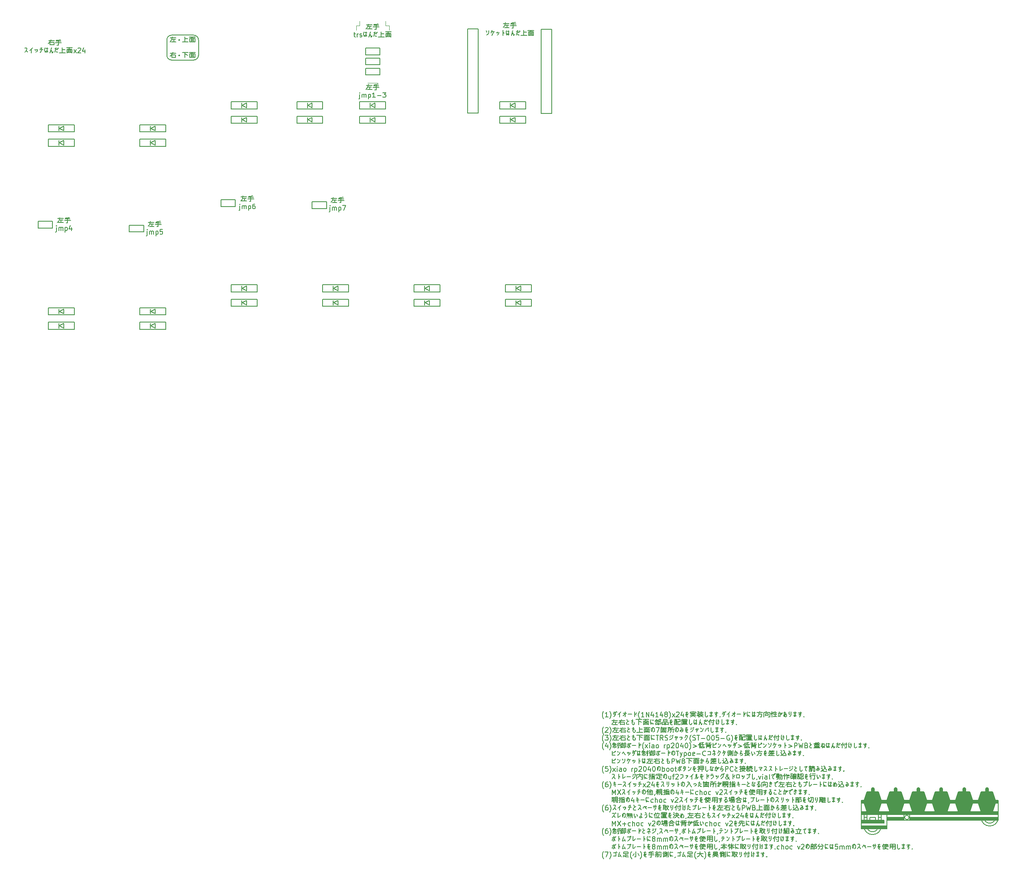
<source format=gbr>
%TF.GenerationSoftware,KiCad,Pcbnew,7.0.1*%
%TF.CreationDate,2025-02-28T04:26:42+09:00*%
%TF.ProjectId,bonyo4xs,626f6e79-6f34-4787-932e-6b696361645f,rev?*%
%TF.SameCoordinates,Original*%
%TF.FileFunction,Legend,Top*%
%TF.FilePolarity,Positive*%
%FSLAX46Y46*%
G04 Gerber Fmt 4.6, Leading zero omitted, Abs format (unit mm)*
G04 Created by KiCad (PCBNEW 7.0.1) date 2025-02-28 04:26:42*
%MOMM*%
%LPD*%
G01*
G04 APERTURE LIST*
%ADD10C,0.150000*%
%ADD11C,0.750000*%
%ADD12C,0.120000*%
G04 APERTURE END LIST*
D10*
X205382985Y-164901701D02*
X203001733Y-164901701D01*
X202406420Y-163115762D01*
X205978298Y-163115762D01*
X205382985Y-164901701D01*
G36*
X205382985Y-164901701D02*
G01*
X203001733Y-164901701D01*
X202406420Y-163115762D01*
X205978298Y-163115762D01*
X205382985Y-164901701D01*
G37*
X6500000Y-42000000D02*
X9500000Y-42000000D01*
X9500000Y-43400000D01*
X6500000Y-43400000D01*
X6500000Y-42000000D01*
X179189213Y-167878266D02*
G75*
G03*
X181570465Y-167878266I1190626J0D01*
G01*
X38900000Y-8400000D02*
X34300000Y-8400000D01*
X178593900Y-166092327D02*
X179189213Y-166092327D01*
X179189213Y-166687640D01*
X178593900Y-166687640D01*
X178593900Y-166092327D01*
X177998587Y-162520449D02*
X177998587Y-168473579D01*
X183356404Y-163115762D02*
X183951717Y-164901701D01*
X187973595Y-166092327D02*
G75*
G03*
X187973595Y-166092327I-450000J0D01*
G01*
X183356404Y-168473579D02*
X183356404Y-165497014D01*
D11*
X194667351Y-160734510D02*
X194667351Y-160139197D01*
D10*
X200620481Y-164901701D02*
X198239229Y-164901701D01*
X197643916Y-163115762D01*
X201215794Y-163115762D01*
X200620481Y-164901701D01*
G36*
X200620481Y-164901701D02*
G01*
X198239229Y-164901701D01*
X197643916Y-163115762D01*
X201215794Y-163115762D01*
X200620481Y-164901701D01*
G37*
X181570465Y-164901701D02*
X182165778Y-163115762D01*
X34300000Y-3228122D02*
X38900000Y-3228122D01*
X96000000Y-1950000D02*
X98200000Y-1950000D01*
X98200000Y-19450000D01*
X96000000Y-19450000D01*
X96000000Y-1950000D01*
X191095473Y-164901701D02*
X188714221Y-164901701D01*
X188118908Y-163115762D01*
X191690786Y-163115762D01*
X191095473Y-164901701D01*
G36*
X191095473Y-164901701D02*
G01*
X188714221Y-164901701D01*
X188118908Y-163115762D01*
X191690786Y-163115762D01*
X191095473Y-164901701D01*
G37*
X177998587Y-166687640D02*
X182761091Y-166687640D01*
X182761091Y-167282953D01*
X177998587Y-167282953D01*
X177998587Y-166687640D01*
G36*
X177998587Y-166687640D02*
G01*
X182761091Y-166687640D01*
X182761091Y-167282953D01*
X177998587Y-167282953D01*
X177998587Y-166687640D01*
G37*
X186928282Y-162520449D02*
X183356404Y-162520449D01*
X183951717Y-160734510D01*
X186332969Y-160734510D01*
X186928282Y-162520449D01*
G36*
X186928282Y-162520449D02*
G01*
X183356404Y-162520449D01*
X183951717Y-160734510D01*
X186332969Y-160734510D01*
X186928282Y-162520449D01*
G37*
D11*
X180379839Y-160734510D02*
X180379839Y-160139197D01*
D10*
X63600000Y-37900000D02*
X66600000Y-37900000D01*
X66600000Y-39300000D01*
X63600000Y-39300000D01*
X63600000Y-37900000D01*
X25500000Y-42800000D02*
X28500000Y-42800000D01*
X28500000Y-44200000D01*
X25500000Y-44200000D01*
X25500000Y-42800000D01*
X181570465Y-165497014D02*
X182165778Y-165497014D01*
X182165778Y-166092327D01*
X181570465Y-166092327D01*
X181570465Y-165497014D01*
X206573611Y-166687640D02*
X206573611Y-162520449D01*
X201215794Y-162520449D02*
X197643916Y-162520449D01*
X198239229Y-160734510D01*
X200620481Y-160734510D01*
X201215794Y-162520449D01*
G36*
X201215794Y-162520449D02*
G01*
X197643916Y-162520449D01*
X198239229Y-160734510D01*
X200620481Y-160734510D01*
X201215794Y-162520449D01*
G37*
X186928282Y-165497014D02*
X188118908Y-165497014D01*
X188118908Y-166687640D01*
X186928282Y-166687640D01*
X186928282Y-165497014D01*
X38900000Y-8400000D02*
G75*
G03*
X39900000Y-7400000I0J1000000D01*
G01*
X39900000Y-4228122D02*
X39900000Y-7400000D01*
X205382985Y-164901701D02*
X205978298Y-163115762D01*
X195857977Y-164901701D02*
X193476725Y-164901701D01*
X192881412Y-163115762D01*
X196453290Y-163115762D01*
X195857977Y-164901701D01*
G36*
X195857977Y-164901701D02*
G01*
X193476725Y-164901701D01*
X192881412Y-163115762D01*
X196453290Y-163115762D01*
X195857977Y-164901701D01*
G37*
X181570465Y-164901701D02*
X179189213Y-164901701D01*
X178593900Y-163115762D01*
X182165778Y-163115762D01*
X181570465Y-164901701D01*
G36*
X181570465Y-164901701D02*
G01*
X179189213Y-164901701D01*
X178593900Y-163115762D01*
X182165778Y-163115762D01*
X181570465Y-164901701D01*
G37*
D11*
X199429855Y-160734510D02*
X199429855Y-160139197D01*
D10*
X177998587Y-167878266D02*
X183356404Y-167878266D01*
X183356404Y-168473579D01*
X177998587Y-168473579D01*
X177998587Y-167878266D01*
G36*
X177998587Y-167878266D02*
G01*
X183356404Y-167878266D01*
X183356404Y-168473579D01*
X177998587Y-168473579D01*
X177998587Y-167878266D01*
G37*
X74700000Y-5900000D02*
X77700000Y-5900000D01*
X77700000Y-7300000D01*
X74700000Y-7300000D01*
X74700000Y-5900000D01*
X182165778Y-162520449D02*
X178593900Y-162520449D01*
X179189213Y-160734510D01*
X181570465Y-160734510D01*
X182165778Y-162520449D01*
G36*
X182165778Y-162520449D02*
G01*
X178593900Y-162520449D01*
X179189213Y-160734510D01*
X181570465Y-160734510D01*
X182165778Y-162520449D01*
G37*
X178593900Y-167878266D02*
G75*
G03*
X182165778Y-167878266I1785939J0D01*
G01*
X203001733Y-166092327D02*
G75*
G03*
X206573611Y-166092327I1785939J0D01*
G01*
X177998587Y-162520449D02*
X206573611Y-162520449D01*
X206573611Y-163115762D01*
X177998587Y-163115762D01*
X177998587Y-162520449D01*
G36*
X177998587Y-162520449D02*
G01*
X206573611Y-162520449D01*
X206573611Y-163115762D01*
X177998587Y-163115762D01*
X177998587Y-162520449D01*
G37*
X186332969Y-164901701D02*
X186928282Y-163115762D01*
X186332969Y-164901701D02*
X183951717Y-164901701D01*
X183356404Y-163115762D01*
X186928282Y-163115762D01*
X186332969Y-164901701D01*
G36*
X186332969Y-164901701D02*
G01*
X183951717Y-164901701D01*
X183356404Y-163115762D01*
X186928282Y-163115762D01*
X186332969Y-164901701D01*
G37*
X33300000Y-7400000D02*
G75*
G03*
X34300000Y-8400000I1000000J0D01*
G01*
D11*
X185142343Y-160734510D02*
X185142343Y-160139197D01*
D10*
X179784526Y-166092327D02*
X180975152Y-166092327D01*
X180975152Y-166687640D01*
X179784526Y-166687640D01*
X179784526Y-166092327D01*
X188118908Y-166092327D02*
X206573611Y-166092327D01*
X206573611Y-166687640D01*
X188118908Y-166687640D01*
X188118908Y-166092327D01*
G36*
X188118908Y-166092327D02*
G01*
X206573611Y-166092327D01*
X206573611Y-166687640D01*
X188118908Y-166687640D01*
X188118908Y-166092327D01*
G37*
X181570465Y-166092327D02*
X182165778Y-166092327D01*
X182165778Y-166687640D01*
X181570465Y-166687640D01*
X181570465Y-166092327D01*
X205978298Y-162520449D02*
X202406420Y-162520449D01*
X203001733Y-160734510D01*
X205382985Y-160734510D01*
X205978298Y-162520449D01*
G36*
X205978298Y-162520449D02*
G01*
X202406420Y-162520449D01*
X203001733Y-160734510D01*
X205382985Y-160734510D01*
X205978298Y-162520449D01*
G37*
X188714221Y-164901701D02*
X188118908Y-163115762D01*
X74700000Y-8000000D02*
X77700000Y-8000000D01*
X77700000Y-9400000D01*
X74700000Y-9400000D01*
X74700000Y-8000000D01*
X183356404Y-166092327D02*
X186928282Y-166092327D01*
X186928282Y-166687640D01*
X183356404Y-166687640D01*
X183356404Y-166092327D01*
G36*
X183356404Y-166092327D02*
G01*
X186928282Y-166092327D01*
X186928282Y-166687640D01*
X183356404Y-166687640D01*
X183356404Y-166092327D01*
G37*
X196453290Y-162520449D02*
X192881412Y-162520449D01*
X193476725Y-160734510D01*
X195857977Y-160734510D01*
X196453290Y-162520449D01*
G36*
X196453290Y-162520449D02*
G01*
X192881412Y-162520449D01*
X193476725Y-160734510D01*
X195857977Y-160734510D01*
X196453290Y-162520449D01*
G37*
X198239229Y-164901701D02*
X197643916Y-163115762D01*
X203001733Y-164901701D02*
X202406420Y-163115762D01*
X191690786Y-162520449D02*
X188118908Y-162520449D01*
X188714221Y-160734510D01*
X191095473Y-160734510D01*
X191690786Y-162520449D01*
G36*
X191690786Y-162520449D02*
G01*
X188118908Y-162520449D01*
X188714221Y-160734510D01*
X191095473Y-160734510D01*
X191690786Y-162520449D01*
G37*
X44600000Y-37500000D02*
X47600000Y-37500000D01*
X47600000Y-38900000D01*
X44600000Y-38900000D01*
X44600000Y-37500000D01*
X74700000Y-10100000D02*
X77700000Y-10100000D01*
X77700000Y-11500000D01*
X74700000Y-11500000D01*
X74700000Y-10100000D01*
X192881412Y-163115762D02*
X193476725Y-164901701D01*
X111300000Y-2000000D02*
X113500000Y-2000000D01*
X113500000Y-19500000D01*
X111300000Y-19500000D01*
X111300000Y-2000000D01*
X203597046Y-166092327D02*
G75*
G03*
X205978298Y-166092327I1190626J0D01*
G01*
X177998587Y-164901701D02*
X206573611Y-164901701D01*
X206573611Y-165497014D01*
X177998587Y-165497014D01*
X177998587Y-164901701D01*
G36*
X177998587Y-164901701D02*
G01*
X206573611Y-164901701D01*
X206573611Y-165497014D01*
X177998587Y-165497014D01*
X177998587Y-164901701D01*
G37*
X200620481Y-164901701D02*
X201215794Y-163115762D01*
X191095473Y-164901701D02*
X191690786Y-163115762D01*
X195857977Y-164901701D02*
X196453290Y-163115762D01*
X33300000Y-7400000D02*
X33300000Y-4228122D01*
X178593900Y-163115762D02*
X179189213Y-164901701D01*
D11*
X189904847Y-160734510D02*
X189904847Y-160139197D01*
D10*
X34300000Y-3228100D02*
G75*
G03*
X33300000Y-4228122I0J-1000000D01*
G01*
X178593900Y-165497014D02*
X179189213Y-165497014D01*
X179189213Y-166092327D01*
X178593900Y-166092327D01*
X178593900Y-165497014D01*
D11*
X204192359Y-160734510D02*
X204192359Y-160139197D01*
D10*
X39899978Y-4228122D02*
G75*
G03*
X38900000Y-3228122I-999978J22D01*
G01*
X124348913Y-145525280D02*
X124301294Y-145477661D01*
X124301294Y-145477661D02*
X124206056Y-145334804D01*
X124206056Y-145334804D02*
X124158437Y-145239566D01*
X124158437Y-145239566D02*
X124110818Y-145096709D01*
X124110818Y-145096709D02*
X124063199Y-144858613D01*
X124063199Y-144858613D02*
X124063199Y-144668137D01*
X124063199Y-144668137D02*
X124110818Y-144430042D01*
X124110818Y-144430042D02*
X124158437Y-144287185D01*
X124158437Y-144287185D02*
X124206056Y-144191947D01*
X124206056Y-144191947D02*
X124301294Y-144049089D01*
X124301294Y-144049089D02*
X124348913Y-144001470D01*
X125253675Y-145144328D02*
X124682247Y-145144328D01*
X124967961Y-145144328D02*
X124967961Y-144144328D01*
X124967961Y-144144328D02*
X124872723Y-144287185D01*
X124872723Y-144287185D02*
X124777485Y-144382423D01*
X124777485Y-144382423D02*
X124682247Y-144430042D01*
X125587009Y-145525280D02*
X125634628Y-145477661D01*
X125634628Y-145477661D02*
X125729866Y-145334804D01*
X125729866Y-145334804D02*
X125777485Y-145239566D01*
X125777485Y-145239566D02*
X125825104Y-145096709D01*
X125825104Y-145096709D02*
X125872723Y-144858613D01*
X125872723Y-144858613D02*
X125872723Y-144668137D01*
X125872723Y-144668137D02*
X125825104Y-144430042D01*
X125825104Y-144430042D02*
X125777485Y-144287185D01*
X125777485Y-144287185D02*
X125729866Y-144191947D01*
X125729866Y-144191947D02*
X125634628Y-144049089D01*
X125634628Y-144049089D02*
X125587009Y-144001470D01*
X126491771Y-144430042D02*
X126729866Y-144715756D01*
X126539390Y-144049089D02*
X126491771Y-144239566D01*
X126491771Y-144239566D02*
X126444152Y-144430042D01*
X126444152Y-144430042D02*
X126348914Y-144620518D01*
X126539390Y-144239566D02*
X126872723Y-144239566D01*
X126872723Y-144239566D02*
X126825104Y-144430042D01*
X126825104Y-144430042D02*
X126777485Y-144620518D01*
X126777485Y-144620518D02*
X126729866Y-144810994D01*
X126729866Y-144810994D02*
X126634628Y-144953851D01*
X126634628Y-144953851D02*
X126491771Y-145096709D01*
X126872723Y-144096709D02*
X126967961Y-144191947D01*
X127015580Y-144049089D02*
X127110819Y-144144328D01*
X127682247Y-144430042D02*
X127682247Y-145144328D01*
X127920342Y-144096709D02*
X127825104Y-144239566D01*
X127825104Y-144239566D02*
X127682247Y-144430042D01*
X127682247Y-144430042D02*
X127491771Y-144572899D01*
X127491771Y-144572899D02*
X127348914Y-144668137D01*
X128444152Y-144382423D02*
X129063199Y-144382423D01*
X128872723Y-144049089D02*
X128872723Y-145096709D01*
X128872723Y-145096709D02*
X128729866Y-145049089D01*
X128825104Y-144382423D02*
X128729866Y-144620518D01*
X128729866Y-144620518D02*
X128587009Y-144763375D01*
X128587009Y-144763375D02*
X128396533Y-144953851D01*
X129396533Y-144620518D02*
X130158437Y-144620518D01*
X131015580Y-144382423D02*
X131110818Y-144477661D01*
X131158437Y-144334804D02*
X131253675Y-144430042D01*
X130825104Y-144049089D02*
X130825104Y-145096709D01*
X130825104Y-144477661D02*
X131110818Y-144715756D01*
X131872723Y-145525280D02*
X131825104Y-145477661D01*
X131825104Y-145477661D02*
X131729866Y-145334804D01*
X131729866Y-145334804D02*
X131682247Y-145239566D01*
X131682247Y-145239566D02*
X131634628Y-145096709D01*
X131634628Y-145096709D02*
X131587009Y-144858613D01*
X131587009Y-144858613D02*
X131587009Y-144668137D01*
X131587009Y-144668137D02*
X131634628Y-144430042D01*
X131634628Y-144430042D02*
X131682247Y-144287185D01*
X131682247Y-144287185D02*
X131729866Y-144191947D01*
X131729866Y-144191947D02*
X131825104Y-144049089D01*
X131825104Y-144049089D02*
X131872723Y-144001470D01*
X132777485Y-145144328D02*
X132206057Y-145144328D01*
X132491771Y-145144328D02*
X132491771Y-144144328D01*
X132491771Y-144144328D02*
X132396533Y-144287185D01*
X132396533Y-144287185D02*
X132301295Y-144382423D01*
X132301295Y-144382423D02*
X132206057Y-144430042D01*
X133206057Y-145144328D02*
X133206057Y-144144328D01*
X133206057Y-144144328D02*
X133777485Y-145144328D01*
X133777485Y-145144328D02*
X133777485Y-144144328D01*
X134682247Y-144477661D02*
X134682247Y-145144328D01*
X134444152Y-144096709D02*
X134206057Y-144810994D01*
X134206057Y-144810994D02*
X134825104Y-144810994D01*
X135729866Y-145144328D02*
X135158438Y-145144328D01*
X135444152Y-145144328D02*
X135444152Y-144144328D01*
X135444152Y-144144328D02*
X135348914Y-144287185D01*
X135348914Y-144287185D02*
X135253676Y-144382423D01*
X135253676Y-144382423D02*
X135158438Y-144430042D01*
X136587009Y-144477661D02*
X136587009Y-145144328D01*
X136348914Y-144096709D02*
X136110819Y-144810994D01*
X136110819Y-144810994D02*
X136729866Y-144810994D01*
X137253676Y-144572899D02*
X137158438Y-144525280D01*
X137158438Y-144525280D02*
X137110819Y-144477661D01*
X137110819Y-144477661D02*
X137063200Y-144382423D01*
X137063200Y-144382423D02*
X137063200Y-144334804D01*
X137063200Y-144334804D02*
X137110819Y-144239566D01*
X137110819Y-144239566D02*
X137158438Y-144191947D01*
X137158438Y-144191947D02*
X137253676Y-144144328D01*
X137253676Y-144144328D02*
X137444152Y-144144328D01*
X137444152Y-144144328D02*
X137539390Y-144191947D01*
X137539390Y-144191947D02*
X137587009Y-144239566D01*
X137587009Y-144239566D02*
X137634628Y-144334804D01*
X137634628Y-144334804D02*
X137634628Y-144382423D01*
X137634628Y-144382423D02*
X137587009Y-144477661D01*
X137587009Y-144477661D02*
X137539390Y-144525280D01*
X137539390Y-144525280D02*
X137444152Y-144572899D01*
X137444152Y-144572899D02*
X137253676Y-144572899D01*
X137253676Y-144572899D02*
X137158438Y-144620518D01*
X137158438Y-144620518D02*
X137110819Y-144668137D01*
X137110819Y-144668137D02*
X137063200Y-144763375D01*
X137063200Y-144763375D02*
X137063200Y-144953851D01*
X137063200Y-144953851D02*
X137110819Y-145049089D01*
X137110819Y-145049089D02*
X137158438Y-145096709D01*
X137158438Y-145096709D02*
X137253676Y-145144328D01*
X137253676Y-145144328D02*
X137444152Y-145144328D01*
X137444152Y-145144328D02*
X137539390Y-145096709D01*
X137539390Y-145096709D02*
X137587009Y-145049089D01*
X137587009Y-145049089D02*
X137634628Y-144953851D01*
X137634628Y-144953851D02*
X137634628Y-144763375D01*
X137634628Y-144763375D02*
X137587009Y-144668137D01*
X137587009Y-144668137D02*
X137539390Y-144620518D01*
X137539390Y-144620518D02*
X137444152Y-144572899D01*
X137967962Y-145525280D02*
X138015581Y-145477661D01*
X138015581Y-145477661D02*
X138110819Y-145334804D01*
X138110819Y-145334804D02*
X138158438Y-145239566D01*
X138158438Y-145239566D02*
X138206057Y-145096709D01*
X138206057Y-145096709D02*
X138253676Y-144858613D01*
X138253676Y-144858613D02*
X138253676Y-144668137D01*
X138253676Y-144668137D02*
X138206057Y-144430042D01*
X138206057Y-144430042D02*
X138158438Y-144287185D01*
X138158438Y-144287185D02*
X138110819Y-144191947D01*
X138110819Y-144191947D02*
X138015581Y-144049089D01*
X138015581Y-144049089D02*
X137967962Y-144001470D01*
X138634629Y-145144328D02*
X139158438Y-144477661D01*
X138634629Y-144477661D02*
X139158438Y-145144328D01*
X139491772Y-144239566D02*
X139539391Y-144191947D01*
X139539391Y-144191947D02*
X139634629Y-144144328D01*
X139634629Y-144144328D02*
X139872724Y-144144328D01*
X139872724Y-144144328D02*
X139967962Y-144191947D01*
X139967962Y-144191947D02*
X140015581Y-144239566D01*
X140015581Y-144239566D02*
X140063200Y-144334804D01*
X140063200Y-144334804D02*
X140063200Y-144430042D01*
X140063200Y-144430042D02*
X140015581Y-144572899D01*
X140015581Y-144572899D02*
X139444153Y-145144328D01*
X139444153Y-145144328D02*
X140063200Y-145144328D01*
X140920343Y-144477661D02*
X140920343Y-145144328D01*
X140682248Y-144096709D02*
X140444153Y-144810994D01*
X140444153Y-144810994D02*
X141063200Y-144810994D01*
X141444153Y-144239566D02*
X141872724Y-144239566D01*
X141682248Y-144049089D02*
X141444153Y-144763375D01*
X141444153Y-144763375D02*
X141634629Y-144477661D01*
X141634629Y-144477661D02*
X141729867Y-144572899D01*
X141729867Y-144572899D02*
X141777486Y-144858613D01*
X141967962Y-144525280D02*
X141539391Y-144858613D01*
X141539391Y-144858613D02*
X141539391Y-145001470D01*
X141539391Y-145001470D02*
X141682248Y-145144328D01*
X141682248Y-145144328D02*
X141920343Y-145144328D01*
X142491772Y-144382423D02*
X143444153Y-144382423D01*
X142539391Y-144572899D02*
X143444153Y-144572899D01*
X142348915Y-144810994D02*
X143587010Y-144810994D01*
X142396534Y-144144328D02*
X142396534Y-144334804D01*
X142967962Y-144001470D02*
X142967962Y-144144328D01*
X142396534Y-144144328D02*
X143539391Y-144144328D01*
X143539391Y-144144328D02*
X143539391Y-144334804D01*
X142967962Y-144810994D02*
X143158438Y-145001470D01*
X143158438Y-145001470D02*
X143491772Y-145144328D01*
X142967962Y-144287185D02*
X142967962Y-144763375D01*
X142967962Y-144763375D02*
X142920343Y-144906232D01*
X142920343Y-144906232D02*
X142777486Y-145001470D01*
X142777486Y-145001470D02*
X142396534Y-145144328D01*
X144301295Y-144239566D02*
X145063200Y-144239566D01*
X144348914Y-144525280D02*
X145015581Y-144525280D01*
X143825105Y-144715756D02*
X145063200Y-144715756D01*
X144206057Y-144858613D02*
X144206057Y-145096709D01*
X144158438Y-144001470D02*
X144158438Y-144572899D01*
X144682247Y-144001470D02*
X144682247Y-144525280D01*
X143920343Y-144096709D02*
X144015581Y-144191947D01*
X144444152Y-144715756D02*
X144682247Y-145001470D01*
X144682247Y-145001470D02*
X145063200Y-145144328D01*
X144920343Y-144810994D02*
X144634628Y-144953851D01*
X144063200Y-144382423D02*
X143825105Y-144477661D01*
X144444152Y-144572899D02*
X144444152Y-144763375D01*
X144444152Y-144763375D02*
X144110819Y-144906232D01*
X144110819Y-144906232D02*
X143825105Y-144953851D01*
X144491771Y-145096709D02*
X144063200Y-145144328D01*
X145539390Y-144096709D02*
X145539390Y-144906232D01*
X145539390Y-144906232D02*
X145587009Y-145049089D01*
X145587009Y-145049089D02*
X145682247Y-145144328D01*
X145682247Y-145144328D02*
X145825104Y-145144328D01*
X145825104Y-145144328D02*
X145967961Y-145049089D01*
X145967961Y-145049089D02*
X146015580Y-144858613D01*
X146444152Y-144239566D02*
X147015580Y-144239566D01*
X146539390Y-144477661D02*
X146920342Y-144477661D01*
X146777485Y-144049089D02*
X146777485Y-145049089D01*
X146777485Y-145049089D02*
X146634628Y-145049089D01*
X146634628Y-145049089D02*
X146491771Y-144953851D01*
X146491771Y-144953851D02*
X146539390Y-144858613D01*
X146539390Y-144858613D02*
X146729866Y-144810994D01*
X146729866Y-144810994D02*
X147015580Y-144953851D01*
X147444152Y-144334804D02*
X148110818Y-144334804D01*
X147920342Y-144096709D02*
X147920342Y-144763375D01*
X147920342Y-144763375D02*
X147872723Y-144953851D01*
X147872723Y-144953851D02*
X147682247Y-145144328D01*
X147872723Y-144572899D02*
X147777485Y-144477661D01*
X147777485Y-144477661D02*
X147729866Y-144477661D01*
X147729866Y-144477661D02*
X147634628Y-144620518D01*
X147634628Y-144620518D02*
X147634628Y-144715756D01*
X147634628Y-144715756D02*
X147729866Y-144763375D01*
X147729866Y-144763375D02*
X147777485Y-144763375D01*
X147777485Y-144763375D02*
X147872723Y-144668137D01*
X148587009Y-145049089D02*
X148634628Y-145096709D01*
X148634628Y-145096709D02*
X148587009Y-145144328D01*
X148587009Y-145144328D02*
X148539390Y-145096709D01*
X148539390Y-145096709D02*
X148587009Y-145049089D01*
X148587009Y-145049089D02*
X148587009Y-145144328D01*
X149206056Y-144430042D02*
X149444151Y-144715756D01*
X149253675Y-144049089D02*
X149206056Y-144239566D01*
X149206056Y-144239566D02*
X149158437Y-144430042D01*
X149158437Y-144430042D02*
X149063199Y-144620518D01*
X149253675Y-144239566D02*
X149587008Y-144239566D01*
X149587008Y-144239566D02*
X149539389Y-144430042D01*
X149539389Y-144430042D02*
X149491770Y-144620518D01*
X149491770Y-144620518D02*
X149444151Y-144810994D01*
X149444151Y-144810994D02*
X149348913Y-144953851D01*
X149348913Y-144953851D02*
X149206056Y-145096709D01*
X149587008Y-144096709D02*
X149682246Y-144191947D01*
X149729865Y-144049089D02*
X149825104Y-144144328D01*
X150396532Y-144430042D02*
X150396532Y-145144328D01*
X150634627Y-144096709D02*
X150539389Y-144239566D01*
X150539389Y-144239566D02*
X150396532Y-144430042D01*
X150396532Y-144430042D02*
X150206056Y-144572899D01*
X150206056Y-144572899D02*
X150063199Y-144668137D01*
X151158437Y-144382423D02*
X151777484Y-144382423D01*
X151587008Y-144049089D02*
X151587008Y-145096709D01*
X151587008Y-145096709D02*
X151444151Y-145049089D01*
X151539389Y-144382423D02*
X151444151Y-144620518D01*
X151444151Y-144620518D02*
X151301294Y-144763375D01*
X151301294Y-144763375D02*
X151110818Y-144953851D01*
X152110818Y-144620518D02*
X152872722Y-144620518D01*
X153729865Y-144382423D02*
X153825103Y-144477661D01*
X153872722Y-144334804D02*
X153967960Y-144430042D01*
X153539389Y-144049089D02*
X153539389Y-145096709D01*
X153539389Y-144477661D02*
X153825103Y-144715756D01*
X154539389Y-144239566D02*
X154872722Y-144239566D01*
X154301294Y-144049089D02*
X154253675Y-144430042D01*
X154253675Y-144430042D02*
X154253675Y-144715756D01*
X154253675Y-144715756D02*
X154301294Y-145049089D01*
X154301294Y-145049089D02*
X154396532Y-144715756D01*
X154539389Y-144763375D02*
X154539389Y-144953851D01*
X154539389Y-144953851D02*
X154587008Y-145001470D01*
X154587008Y-145001470D02*
X154872722Y-145001470D01*
X155539389Y-144287185D02*
X155920341Y-144287185D01*
X155777484Y-144096709D02*
X155777484Y-145049089D01*
X155777484Y-145049089D02*
X155539389Y-145001470D01*
X155539389Y-145001470D02*
X155539389Y-144810994D01*
X155539389Y-144810994D02*
X155682246Y-144763375D01*
X155682246Y-144763375D02*
X155920341Y-144953851D01*
X155348913Y-144096709D02*
X155301294Y-144382423D01*
X155301294Y-144382423D02*
X155301294Y-144668137D01*
X155301294Y-144668137D02*
X155348913Y-145049089D01*
X155348913Y-145049089D02*
X155396532Y-144715756D01*
X156253675Y-144239566D02*
X157491770Y-144239566D01*
X156682246Y-144572899D02*
X157301294Y-144572899D01*
X156920341Y-145144328D02*
X157206056Y-145144328D01*
X156872722Y-144001470D02*
X156872722Y-144239566D01*
X157301294Y-144572899D02*
X157206056Y-145144328D01*
X156729865Y-144239566D02*
X156682246Y-144620518D01*
X156682246Y-144620518D02*
X156587008Y-144906232D01*
X156587008Y-144906232D02*
X156348913Y-145096709D01*
X158063198Y-144858613D02*
X158634627Y-144858613D01*
X158634627Y-145144328D02*
X158967960Y-145144328D01*
X157729865Y-144239566D02*
X157729865Y-145144328D01*
X158063198Y-144525280D02*
X158063198Y-144953851D01*
X158063198Y-144525280D02*
X158634627Y-144525280D01*
X158634627Y-144525280D02*
X158634627Y-144858613D01*
X157729865Y-144239566D02*
X158967960Y-144239566D01*
X158967960Y-144239566D02*
X158967960Y-145144328D01*
X158253674Y-144001470D02*
X158158436Y-144239566D01*
X159777483Y-144334804D02*
X160444150Y-144334804D01*
X159729864Y-144668137D02*
X160396531Y-144668137D01*
X159634626Y-145096709D02*
X160444150Y-145096709D01*
X159444150Y-144001470D02*
X159444150Y-145144328D01*
X160063197Y-144001470D02*
X160063197Y-145096709D01*
X159539388Y-144239566D02*
X159587007Y-144430042D01*
X159253674Y-144287185D02*
X159253674Y-144572899D01*
X159825102Y-144096709D02*
X159682245Y-144477661D01*
X160729864Y-144430042D02*
X161063197Y-144382423D01*
X161063197Y-144382423D02*
X161158435Y-144572899D01*
X161158435Y-144572899D02*
X161063197Y-145096709D01*
X161063197Y-145096709D02*
X160920340Y-145001470D01*
X160967959Y-144049089D02*
X160777483Y-145049089D01*
X161206054Y-144239566D02*
X161348911Y-144668137D01*
X161348911Y-144334804D02*
X161444149Y-144477661D01*
X161491768Y-144287185D02*
X161587007Y-144430042D01*
X161825102Y-144287185D02*
X162301292Y-144239566D01*
X162063197Y-144096709D02*
X162015578Y-144620518D01*
X162015578Y-144620518D02*
X162110816Y-145049089D01*
X162253673Y-144430042D02*
X162110816Y-144858613D01*
X162110816Y-144858613D02*
X161920340Y-145096709D01*
X161920340Y-145096709D02*
X161825102Y-144858613D01*
X161825102Y-144858613D02*
X162015578Y-144620518D01*
X162015578Y-144620518D02*
X162301292Y-144525280D01*
X162301292Y-144525280D02*
X162444149Y-144715756D01*
X162444149Y-144715756D02*
X162444149Y-145001470D01*
X162444149Y-145001470D02*
X162253673Y-145144328D01*
X163348911Y-144096709D02*
X163348911Y-144715756D01*
X163348911Y-144715756D02*
X163301292Y-144906232D01*
X163301292Y-144906232D02*
X163110816Y-145096709D01*
X163015578Y-144096709D02*
X162967959Y-144334804D01*
X162967959Y-144334804D02*
X162967959Y-144525280D01*
X162967959Y-144525280D02*
X163015578Y-144668137D01*
X163015578Y-144668137D02*
X163110816Y-144525280D01*
X163920340Y-144239566D02*
X164491768Y-144239566D01*
X164015578Y-144477661D02*
X164396530Y-144477661D01*
X164253673Y-144049089D02*
X164253673Y-145049089D01*
X164253673Y-145049089D02*
X164110816Y-145049089D01*
X164110816Y-145049089D02*
X163967959Y-144953851D01*
X163967959Y-144953851D02*
X164015578Y-144858613D01*
X164015578Y-144858613D02*
X164206054Y-144810994D01*
X164206054Y-144810994D02*
X164491768Y-144953851D01*
X164920340Y-144334804D02*
X165587006Y-144334804D01*
X165396530Y-144096709D02*
X165396530Y-144763375D01*
X165396530Y-144763375D02*
X165348911Y-144953851D01*
X165348911Y-144953851D02*
X165158435Y-145144328D01*
X165348911Y-144572899D02*
X165253673Y-144477661D01*
X165253673Y-144477661D02*
X165206054Y-144477661D01*
X165206054Y-144477661D02*
X165110816Y-144620518D01*
X165110816Y-144620518D02*
X165110816Y-144715756D01*
X165110816Y-144715756D02*
X165206054Y-144763375D01*
X165206054Y-144763375D02*
X165253673Y-144763375D01*
X165253673Y-144763375D02*
X165348911Y-144668137D01*
X166063197Y-145049089D02*
X166110816Y-145096709D01*
X166110816Y-145096709D02*
X166063197Y-145144328D01*
X166063197Y-145144328D02*
X166015578Y-145096709D01*
X166015578Y-145096709D02*
X166063197Y-145049089D01*
X166063197Y-145049089D02*
X166063197Y-145144328D01*
X126063199Y-145907185D02*
X127253675Y-145907185D01*
X126396532Y-146240518D02*
X127158437Y-146240518D01*
X126253675Y-146764328D02*
X127253675Y-146764328D01*
X126777484Y-146240518D02*
X126777484Y-146764328D01*
X126491770Y-145669089D02*
X126396532Y-146192899D01*
X126396532Y-146192899D02*
X126206056Y-146526232D01*
X126206056Y-146526232D02*
X126015580Y-146716709D01*
X127539389Y-145907185D02*
X128729865Y-145907185D01*
X127825103Y-146716709D02*
X128634627Y-146716709D01*
X127825103Y-146192899D02*
X127825103Y-146764328D01*
X127777484Y-146240518D02*
X128634627Y-146240518D01*
X128634627Y-146240518D02*
X128634627Y-146764328D01*
X127825103Y-146145280D02*
X127491770Y-146478613D01*
X128063198Y-145716709D02*
X127777484Y-146240518D01*
X129587007Y-146002423D02*
X129206055Y-146288137D01*
X129206055Y-146288137D02*
X129110817Y-146383375D01*
X129110817Y-146383375D02*
X129110817Y-146573851D01*
X129110817Y-146573851D02*
X129206055Y-146716709D01*
X129206055Y-146716709D02*
X129587007Y-146716709D01*
X129206055Y-145669089D02*
X129253674Y-145907185D01*
X129253674Y-145907185D02*
X129348912Y-146145280D01*
X130348912Y-145669089D02*
X130301293Y-146526232D01*
X130301293Y-146526232D02*
X130348912Y-146716709D01*
X130348912Y-146716709D02*
X130444150Y-146764328D01*
X130444150Y-146764328D02*
X130587007Y-146764328D01*
X130587007Y-146764328D02*
X130682245Y-146716709D01*
X130682245Y-146716709D02*
X130729864Y-146526232D01*
X130729864Y-146526232D02*
X130682245Y-146240518D01*
X130110817Y-145907185D02*
X130491769Y-145907185D01*
X130158436Y-146192899D02*
X130491769Y-146192899D01*
X131063198Y-145716709D02*
X132301293Y-145716709D01*
X131634626Y-145716709D02*
X131634626Y-146764328D01*
X131634626Y-146002423D02*
X132206055Y-146288137D01*
X132539388Y-145716709D02*
X133777483Y-145716709D01*
X132920340Y-146240518D02*
X133396530Y-146240518D01*
X132920340Y-146478613D02*
X133396530Y-146478613D01*
X132634626Y-146716709D02*
X133682245Y-146716709D01*
X132634626Y-146002423D02*
X132634626Y-146764328D01*
X132920340Y-146002423D02*
X132920340Y-146716709D01*
X133396530Y-146002423D02*
X133396530Y-146716709D01*
X132634626Y-146002423D02*
X133682245Y-146002423D01*
X133682245Y-146002423D02*
X133682245Y-146764328D01*
X133158435Y-145716709D02*
X133063197Y-145954804D01*
X134396530Y-145859566D02*
X134729863Y-145859566D01*
X134158435Y-145669089D02*
X134110816Y-146050042D01*
X134110816Y-146050042D02*
X134110816Y-146335756D01*
X134110816Y-146335756D02*
X134158435Y-146669089D01*
X134158435Y-146669089D02*
X134253673Y-146335756D01*
X134396530Y-146383375D02*
X134396530Y-146573851D01*
X134396530Y-146573851D02*
X134444149Y-146621470D01*
X134444149Y-146621470D02*
X134729863Y-146621470D01*
X135110816Y-145811947D02*
X135729863Y-145811947D01*
X135063197Y-146145280D02*
X135777482Y-146145280D01*
X135158435Y-146669089D02*
X135634625Y-146669089D01*
X135158435Y-146335756D02*
X135158435Y-146764328D01*
X135396530Y-145621470D02*
X135396530Y-145811947D01*
X135158435Y-146335756D02*
X135634625Y-146335756D01*
X135634625Y-146335756D02*
X135682244Y-146764328D01*
X135872720Y-145716709D02*
X135872720Y-146764328D01*
X135206054Y-145907185D02*
X135253673Y-146050042D01*
X135634625Y-145859566D02*
X135539387Y-146097661D01*
X135872720Y-145716709D02*
X136301292Y-145716709D01*
X136301292Y-145716709D02*
X136063197Y-146097661D01*
X136063197Y-146097661D02*
X136253673Y-146240518D01*
X136253673Y-146240518D02*
X136301292Y-146383375D01*
X136301292Y-146383375D02*
X136301292Y-146573851D01*
X136301292Y-146573851D02*
X136063197Y-146573851D01*
X136777482Y-146050042D02*
X137539387Y-146050042D01*
X136539387Y-146716709D02*
X137015577Y-146716709D01*
X137253672Y-146716709D02*
X137777482Y-146716709D01*
X136539387Y-146240518D02*
X136539387Y-146764328D01*
X136777482Y-145669089D02*
X136777482Y-146050042D01*
X136539387Y-146240518D02*
X137015577Y-146240518D01*
X137015577Y-146240518D02*
X137015577Y-146764328D01*
X137253672Y-146240518D02*
X137253672Y-146764328D01*
X136777482Y-145669089D02*
X137539387Y-145669089D01*
X137539387Y-145669089D02*
X137539387Y-146050042D01*
X137253672Y-146240518D02*
X137777482Y-146240518D01*
X137777482Y-146240518D02*
X137777482Y-146764328D01*
X138158434Y-145859566D02*
X138587005Y-145859566D01*
X138396529Y-145669089D02*
X138158434Y-146383375D01*
X138158434Y-146383375D02*
X138348910Y-146097661D01*
X138348910Y-146097661D02*
X138444148Y-146192899D01*
X138444148Y-146192899D02*
X138491767Y-146478613D01*
X138682243Y-146145280D02*
X138253672Y-146478613D01*
X138253672Y-146478613D02*
X138253672Y-146621470D01*
X138253672Y-146621470D02*
X138396529Y-146764328D01*
X138396529Y-146764328D02*
X138634624Y-146764328D01*
X139063196Y-145669089D02*
X139634624Y-145669089D01*
X139777481Y-146097661D02*
X140253672Y-146097661D01*
X139444148Y-146240518D02*
X139634624Y-146240518D01*
X139110815Y-146430994D02*
X139634624Y-146430994D01*
X139110815Y-146669089D02*
X139634624Y-146669089D01*
X139825100Y-146764328D02*
X140253672Y-146764328D01*
X139110815Y-145907185D02*
X139110815Y-146764328D01*
X139301291Y-145669089D02*
X139301291Y-146192899D01*
X139491767Y-145669089D02*
X139491767Y-146240518D01*
X139110815Y-145907185D02*
X139634624Y-145907185D01*
X139634624Y-145907185D02*
X139634624Y-146764328D01*
X139825100Y-146097661D02*
X139825100Y-146764328D01*
X139777481Y-145669089D02*
X140253672Y-145669089D01*
X140253672Y-145669089D02*
X140253672Y-146192899D01*
X140301291Y-146526232D02*
X140253672Y-146764328D01*
X140587005Y-145907185D02*
X141682243Y-145907185D01*
X140539386Y-146002423D02*
X141729862Y-146002423D01*
X140872719Y-146288137D02*
X141587005Y-146288137D01*
X140872719Y-146430994D02*
X141587005Y-146430994D01*
X140872719Y-146573851D02*
X141587005Y-146573851D01*
X140634624Y-146716709D02*
X141777481Y-146716709D01*
X140587005Y-145669089D02*
X140587005Y-145859566D01*
X140634624Y-146192899D02*
X140634624Y-146764328D01*
X140872719Y-146145280D02*
X140872719Y-146573851D01*
X140967957Y-145669089D02*
X140967957Y-145859566D01*
X141301290Y-145669089D02*
X141301290Y-145859566D01*
X140872719Y-146145280D02*
X141587005Y-146145280D01*
X141587005Y-146145280D02*
X141587005Y-146573851D01*
X140587005Y-145669089D02*
X141682243Y-145669089D01*
X141682243Y-145669089D02*
X141682243Y-145859566D01*
X141158433Y-145907185D02*
X141158433Y-146192899D01*
X142253671Y-145716709D02*
X142253671Y-146526232D01*
X142253671Y-146526232D02*
X142301290Y-146669089D01*
X142301290Y-146669089D02*
X142396528Y-146764328D01*
X142396528Y-146764328D02*
X142539385Y-146764328D01*
X142539385Y-146764328D02*
X142682242Y-146669089D01*
X142682242Y-146669089D02*
X142729861Y-146478613D01*
X143396528Y-145907185D02*
X143777480Y-145907185D01*
X143634623Y-145716709D02*
X143634623Y-146669089D01*
X143634623Y-146669089D02*
X143396528Y-146621470D01*
X143396528Y-146621470D02*
X143396528Y-146430994D01*
X143396528Y-146430994D02*
X143539385Y-146383375D01*
X143539385Y-146383375D02*
X143777480Y-146573851D01*
X143206052Y-145716709D02*
X143158433Y-146002423D01*
X143158433Y-146002423D02*
X143158433Y-146288137D01*
X143158433Y-146288137D02*
X143206052Y-146669089D01*
X143206052Y-146669089D02*
X143253671Y-146335756D01*
X144539385Y-145716709D02*
X144253671Y-146764328D01*
X144253671Y-146764328D02*
X144491766Y-146288137D01*
X144491766Y-146288137D02*
X144587004Y-146288137D01*
X144587004Y-146288137D02*
X144682242Y-146764328D01*
X144682242Y-146764328D02*
X144729861Y-146764328D01*
X144729861Y-146764328D02*
X144872718Y-146526232D01*
X145253671Y-145907185D02*
X145587004Y-145907185D01*
X145491766Y-145669089D02*
X145253671Y-146669089D01*
X145539385Y-146145280D02*
X145825099Y-146145280D01*
X145491766Y-146430994D02*
X145587004Y-146669089D01*
X145587004Y-146669089D02*
X145872718Y-146669089D01*
X145777480Y-145811947D02*
X145872718Y-145954804D01*
X145920337Y-145764328D02*
X146015575Y-145907185D01*
X146634623Y-145954804D02*
X147444147Y-145954804D01*
X146444147Y-145907185D02*
X146444147Y-146764328D01*
X146729861Y-146192899D02*
X146872718Y-146288137D01*
X146872718Y-146288137D02*
X146920337Y-146430994D01*
X146587004Y-145669089D02*
X146444147Y-145954804D01*
X146444147Y-145954804D02*
X146206052Y-146192899D01*
X147253671Y-145669089D02*
X147253671Y-146764328D01*
X147253671Y-146764328D02*
X146920337Y-146764328D01*
X148063194Y-146050042D02*
X148396527Y-146050042D01*
X147872718Y-145669089D02*
X147825099Y-146002423D01*
X147825099Y-146002423D02*
X147825099Y-146335756D01*
X147825099Y-146335756D02*
X147825099Y-146526232D01*
X147825099Y-146526232D02*
X147872718Y-146669089D01*
X147872718Y-146669089D02*
X147967956Y-146383375D01*
X148253670Y-145716709D02*
X148301289Y-146097661D01*
X148301289Y-146097661D02*
X148301289Y-146383375D01*
X148301289Y-146383375D02*
X148253670Y-146573851D01*
X148253670Y-146573851D02*
X148158432Y-146716709D01*
X148967956Y-145716709D02*
X148967956Y-146526232D01*
X148967956Y-146526232D02*
X149015575Y-146669089D01*
X149015575Y-146669089D02*
X149110813Y-146764328D01*
X149110813Y-146764328D02*
X149253670Y-146764328D01*
X149253670Y-146764328D02*
X149396527Y-146669089D01*
X149396527Y-146669089D02*
X149444146Y-146478613D01*
X149872718Y-145859566D02*
X150444146Y-145859566D01*
X149967956Y-146097661D02*
X150348908Y-146097661D01*
X150206051Y-145669089D02*
X150206051Y-146669089D01*
X150206051Y-146669089D02*
X150063194Y-146669089D01*
X150063194Y-146669089D02*
X149920337Y-146573851D01*
X149920337Y-146573851D02*
X149967956Y-146478613D01*
X149967956Y-146478613D02*
X150158432Y-146430994D01*
X150158432Y-146430994D02*
X150444146Y-146573851D01*
X150872718Y-145954804D02*
X151539384Y-145954804D01*
X151348908Y-145716709D02*
X151348908Y-146383375D01*
X151348908Y-146383375D02*
X151301289Y-146573851D01*
X151301289Y-146573851D02*
X151110813Y-146764328D01*
X151301289Y-146192899D02*
X151206051Y-146097661D01*
X151206051Y-146097661D02*
X151158432Y-146097661D01*
X151158432Y-146097661D02*
X151063194Y-146240518D01*
X151063194Y-146240518D02*
X151063194Y-146335756D01*
X151063194Y-146335756D02*
X151158432Y-146383375D01*
X151158432Y-146383375D02*
X151206051Y-146383375D01*
X151206051Y-146383375D02*
X151301289Y-146288137D01*
X152015575Y-146669089D02*
X152063194Y-146716709D01*
X152063194Y-146716709D02*
X152015575Y-146764328D01*
X152015575Y-146764328D02*
X151967956Y-146716709D01*
X151967956Y-146716709D02*
X152015575Y-146669089D01*
X152015575Y-146669089D02*
X152015575Y-146764328D01*
X124348913Y-148765280D02*
X124301294Y-148717661D01*
X124301294Y-148717661D02*
X124206056Y-148574804D01*
X124206056Y-148574804D02*
X124158437Y-148479566D01*
X124158437Y-148479566D02*
X124110818Y-148336709D01*
X124110818Y-148336709D02*
X124063199Y-148098613D01*
X124063199Y-148098613D02*
X124063199Y-147908137D01*
X124063199Y-147908137D02*
X124110818Y-147670042D01*
X124110818Y-147670042D02*
X124158437Y-147527185D01*
X124158437Y-147527185D02*
X124206056Y-147431947D01*
X124206056Y-147431947D02*
X124301294Y-147289089D01*
X124301294Y-147289089D02*
X124348913Y-147241470D01*
X124682247Y-147479566D02*
X124729866Y-147431947D01*
X124729866Y-147431947D02*
X124825104Y-147384328D01*
X124825104Y-147384328D02*
X125063199Y-147384328D01*
X125063199Y-147384328D02*
X125158437Y-147431947D01*
X125158437Y-147431947D02*
X125206056Y-147479566D01*
X125206056Y-147479566D02*
X125253675Y-147574804D01*
X125253675Y-147574804D02*
X125253675Y-147670042D01*
X125253675Y-147670042D02*
X125206056Y-147812899D01*
X125206056Y-147812899D02*
X124634628Y-148384328D01*
X124634628Y-148384328D02*
X125253675Y-148384328D01*
X125587009Y-148765280D02*
X125634628Y-148717661D01*
X125634628Y-148717661D02*
X125729866Y-148574804D01*
X125729866Y-148574804D02*
X125777485Y-148479566D01*
X125777485Y-148479566D02*
X125825104Y-148336709D01*
X125825104Y-148336709D02*
X125872723Y-148098613D01*
X125872723Y-148098613D02*
X125872723Y-147908137D01*
X125872723Y-147908137D02*
X125825104Y-147670042D01*
X125825104Y-147670042D02*
X125777485Y-147527185D01*
X125777485Y-147527185D02*
X125729866Y-147431947D01*
X125729866Y-147431947D02*
X125634628Y-147289089D01*
X125634628Y-147289089D02*
X125587009Y-147241470D01*
X126253676Y-147527185D02*
X127444152Y-147527185D01*
X126587009Y-147860518D02*
X127348914Y-147860518D01*
X126444152Y-148384328D02*
X127444152Y-148384328D01*
X126967961Y-147860518D02*
X126967961Y-148384328D01*
X126682247Y-147289089D02*
X126587009Y-147812899D01*
X126587009Y-147812899D02*
X126396533Y-148146232D01*
X126396533Y-148146232D02*
X126206057Y-148336709D01*
X127729866Y-147527185D02*
X128920342Y-147527185D01*
X128015580Y-148336709D02*
X128825104Y-148336709D01*
X128015580Y-147812899D02*
X128015580Y-148384328D01*
X127967961Y-147860518D02*
X128825104Y-147860518D01*
X128825104Y-147860518D02*
X128825104Y-148384328D01*
X128015580Y-147765280D02*
X127682247Y-148098613D01*
X128253675Y-147336709D02*
X127967961Y-147860518D01*
X129777484Y-147622423D02*
X129396532Y-147908137D01*
X129396532Y-147908137D02*
X129301294Y-148003375D01*
X129301294Y-148003375D02*
X129301294Y-148193851D01*
X129301294Y-148193851D02*
X129396532Y-148336709D01*
X129396532Y-148336709D02*
X129777484Y-148336709D01*
X129396532Y-147289089D02*
X129444151Y-147527185D01*
X129444151Y-147527185D02*
X129539389Y-147765280D01*
X130539389Y-147289089D02*
X130491770Y-148146232D01*
X130491770Y-148146232D02*
X130539389Y-148336709D01*
X130539389Y-148336709D02*
X130634627Y-148384328D01*
X130634627Y-148384328D02*
X130777484Y-148384328D01*
X130777484Y-148384328D02*
X130872722Y-148336709D01*
X130872722Y-148336709D02*
X130920341Y-148146232D01*
X130920341Y-148146232D02*
X130872722Y-147860518D01*
X130301294Y-147527185D02*
X130682246Y-147527185D01*
X130348913Y-147812899D02*
X130682246Y-147812899D01*
X131825103Y-147717661D02*
X132396532Y-147717661D01*
X131253675Y-148384328D02*
X132491770Y-148384328D01*
X131825103Y-147289089D02*
X131825103Y-148384328D01*
X132729865Y-147336709D02*
X133967960Y-147336709D01*
X133110817Y-147860518D02*
X133587007Y-147860518D01*
X133110817Y-148098613D02*
X133587007Y-148098613D01*
X132825103Y-148336709D02*
X133872722Y-148336709D01*
X132825103Y-147622423D02*
X132825103Y-148384328D01*
X133110817Y-147622423D02*
X133110817Y-148336709D01*
X133587007Y-147622423D02*
X133587007Y-148336709D01*
X132825103Y-147622423D02*
X133872722Y-147622423D01*
X133872722Y-147622423D02*
X133872722Y-148384328D01*
X133348912Y-147336709D02*
X133253674Y-147574804D01*
X134634626Y-147431947D02*
X134444150Y-148193851D01*
X134444150Y-148193851D02*
X134301293Y-148050994D01*
X134301293Y-148050994D02*
X134301293Y-147670042D01*
X134301293Y-147670042D02*
X134396531Y-147479566D01*
X134396531Y-147479566D02*
X134634626Y-147384328D01*
X134634626Y-147384328D02*
X134825102Y-147431947D01*
X134825102Y-147431947D02*
X134967959Y-147670042D01*
X134967959Y-147670042D02*
X134967959Y-147955756D01*
X134967959Y-147955756D02*
X134920340Y-148146232D01*
X134920340Y-148146232D02*
X134682245Y-148289089D01*
X135301293Y-147384328D02*
X135967959Y-147384328D01*
X135967959Y-147384328D02*
X135539388Y-148384328D01*
X136348912Y-147431947D02*
X136777483Y-147431947D01*
X136872721Y-147431947D02*
X137444150Y-147431947D01*
X136491769Y-147765280D02*
X137158436Y-147765280D01*
X136587007Y-148193851D02*
X137063197Y-148193851D01*
X136301293Y-148336709D02*
X137348912Y-148336709D01*
X136301293Y-147574804D02*
X136301293Y-148384328D01*
X136587007Y-147955756D02*
X136587007Y-148193851D01*
X136825102Y-147670042D02*
X136825102Y-147955756D01*
X136587007Y-147955756D02*
X137063197Y-147955756D01*
X137063197Y-147955756D02*
X137063197Y-148193851D01*
X136301293Y-147574804D02*
X137348912Y-147574804D01*
X137348912Y-147574804D02*
X137348912Y-148384328D01*
X136444150Y-147431947D02*
X136491769Y-147527185D01*
X137063197Y-147431947D02*
X137158436Y-147527185D01*
X136920340Y-147336709D02*
X136729864Y-147527185D01*
X136348912Y-147241470D02*
X136253674Y-147527185D01*
X137729864Y-147336709D02*
X138253673Y-147336709D01*
X138444149Y-147717661D02*
X138967959Y-147717661D01*
X137777483Y-147860518D02*
X138253673Y-147860518D01*
X137777483Y-147527185D02*
X138253673Y-147527185D01*
X138253673Y-147527185D02*
X138253673Y-147860518D01*
X138825102Y-147717661D02*
X138825102Y-148384328D01*
X138872721Y-147289089D02*
X138444149Y-147431947D01*
X137777483Y-147527185D02*
X137777483Y-148050994D01*
X137777483Y-148050994D02*
X137729864Y-148336709D01*
X138444149Y-147431947D02*
X138444149Y-147717661D01*
X138444149Y-147717661D02*
X138396530Y-148098613D01*
X138396530Y-148098613D02*
X138253673Y-148384328D01*
X139587006Y-147431947D02*
X139396530Y-148193851D01*
X139396530Y-148193851D02*
X139253673Y-148050994D01*
X139253673Y-148050994D02*
X139253673Y-147670042D01*
X139253673Y-147670042D02*
X139348911Y-147479566D01*
X139348911Y-147479566D02*
X139587006Y-147384328D01*
X139587006Y-147384328D02*
X139777482Y-147431947D01*
X139777482Y-147431947D02*
X139920339Y-147670042D01*
X139920339Y-147670042D02*
X139920339Y-147955756D01*
X139920339Y-147955756D02*
X139872720Y-148146232D01*
X139872720Y-148146232D02*
X139634625Y-148289089D01*
X140396530Y-147431947D02*
X140682244Y-147431947D01*
X140682244Y-147431947D02*
X140587006Y-147765280D01*
X140587006Y-147765280D02*
X140396530Y-148241470D01*
X140396530Y-148241470D02*
X140301292Y-148098613D01*
X140301292Y-148098613D02*
X140301292Y-147955756D01*
X140301292Y-147955756D02*
X140444149Y-147860518D01*
X140444149Y-147860518D02*
X140634625Y-147860518D01*
X140634625Y-147860518D02*
X140967958Y-148050994D01*
X140825101Y-147622423D02*
X140825101Y-147908137D01*
X140825101Y-147908137D02*
X140777482Y-148098613D01*
X140777482Y-148098613D02*
X140634625Y-148289089D01*
X141396530Y-147479566D02*
X141825101Y-147479566D01*
X141634625Y-147289089D02*
X141396530Y-148003375D01*
X141396530Y-148003375D02*
X141587006Y-147717661D01*
X141587006Y-147717661D02*
X141682244Y-147812899D01*
X141682244Y-147812899D02*
X141729863Y-148098613D01*
X141920339Y-147765280D02*
X141491768Y-148098613D01*
X141491768Y-148098613D02*
X141491768Y-148241470D01*
X141491768Y-148241470D02*
X141634625Y-148384328D01*
X141634625Y-148384328D02*
X141872720Y-148384328D01*
X142539387Y-147384328D02*
X142682244Y-147527185D01*
X142444149Y-147670042D02*
X142587006Y-147812899D01*
X142444149Y-148289089D02*
X142682244Y-148193851D01*
X142682244Y-148193851D02*
X142825101Y-148098613D01*
X142825101Y-148098613D02*
X142920339Y-148003375D01*
X142920339Y-148003375D02*
X143063196Y-147622423D01*
X142920339Y-147431947D02*
X143015577Y-147527185D01*
X143063196Y-147384328D02*
X143158434Y-147479566D01*
X143491768Y-147812899D02*
X144063196Y-147670042D01*
X144063196Y-147670042D02*
X143920339Y-147955756D01*
X143634625Y-147527185D02*
X143777482Y-148336709D01*
X144539387Y-147479566D02*
X144729863Y-147670042D01*
X144539387Y-148241470D02*
X144777482Y-148193851D01*
X144777482Y-148193851D02*
X144920339Y-148050994D01*
X144920339Y-148050994D02*
X145015577Y-147908137D01*
X145015577Y-147908137D02*
X145110815Y-147574804D01*
X146015577Y-147574804D02*
X146206053Y-148146232D01*
X145777482Y-147574804D02*
X145729863Y-147812899D01*
X145729863Y-147812899D02*
X145634625Y-148003375D01*
X145634625Y-148003375D02*
X145539387Y-148146232D01*
X146110815Y-147431947D02*
X146158434Y-147431947D01*
X146158434Y-147431947D02*
X146206053Y-147479566D01*
X146206053Y-147479566D02*
X146206053Y-147527185D01*
X146206053Y-147527185D02*
X146158434Y-147574804D01*
X146158434Y-147574804D02*
X146110815Y-147574804D01*
X146110815Y-147574804D02*
X146063196Y-147527185D01*
X146063196Y-147527185D02*
X146063196Y-147479566D01*
X146063196Y-147479566D02*
X146110815Y-147431947D01*
X146729863Y-147336709D02*
X146729863Y-148146232D01*
X146729863Y-148146232D02*
X146777482Y-148289089D01*
X146777482Y-148289089D02*
X146872720Y-148384328D01*
X146872720Y-148384328D02*
X147015577Y-148384328D01*
X147015577Y-148384328D02*
X147158434Y-148289089D01*
X147158434Y-148289089D02*
X147206053Y-148098613D01*
X147634625Y-147479566D02*
X148206053Y-147479566D01*
X147729863Y-147717661D02*
X148110815Y-147717661D01*
X147967958Y-147289089D02*
X147967958Y-148289089D01*
X147967958Y-148289089D02*
X147825101Y-148289089D01*
X147825101Y-148289089D02*
X147682244Y-148193851D01*
X147682244Y-148193851D02*
X147729863Y-148098613D01*
X147729863Y-148098613D02*
X147920339Y-148050994D01*
X147920339Y-148050994D02*
X148206053Y-148193851D01*
X148634625Y-147574804D02*
X149301291Y-147574804D01*
X149110815Y-147336709D02*
X149110815Y-148003375D01*
X149110815Y-148003375D02*
X149063196Y-148193851D01*
X149063196Y-148193851D02*
X148872720Y-148384328D01*
X149063196Y-147812899D02*
X148967958Y-147717661D01*
X148967958Y-147717661D02*
X148920339Y-147717661D01*
X148920339Y-147717661D02*
X148825101Y-147860518D01*
X148825101Y-147860518D02*
X148825101Y-147955756D01*
X148825101Y-147955756D02*
X148920339Y-148003375D01*
X148920339Y-148003375D02*
X148967958Y-148003375D01*
X148967958Y-148003375D02*
X149063196Y-147908137D01*
X149777482Y-148289089D02*
X149825101Y-148336709D01*
X149825101Y-148336709D02*
X149777482Y-148384328D01*
X149777482Y-148384328D02*
X149729863Y-148336709D01*
X149729863Y-148336709D02*
X149777482Y-148289089D01*
X149777482Y-148289089D02*
X149777482Y-148384328D01*
X124348913Y-150385280D02*
X124301294Y-150337661D01*
X124301294Y-150337661D02*
X124206056Y-150194804D01*
X124206056Y-150194804D02*
X124158437Y-150099566D01*
X124158437Y-150099566D02*
X124110818Y-149956709D01*
X124110818Y-149956709D02*
X124063199Y-149718613D01*
X124063199Y-149718613D02*
X124063199Y-149528137D01*
X124063199Y-149528137D02*
X124110818Y-149290042D01*
X124110818Y-149290042D02*
X124158437Y-149147185D01*
X124158437Y-149147185D02*
X124206056Y-149051947D01*
X124206056Y-149051947D02*
X124301294Y-148909089D01*
X124301294Y-148909089D02*
X124348913Y-148861470D01*
X124634628Y-149004328D02*
X125253675Y-149004328D01*
X125253675Y-149004328D02*
X124920342Y-149385280D01*
X124920342Y-149385280D02*
X125063199Y-149385280D01*
X125063199Y-149385280D02*
X125158437Y-149432899D01*
X125158437Y-149432899D02*
X125206056Y-149480518D01*
X125206056Y-149480518D02*
X125253675Y-149575756D01*
X125253675Y-149575756D02*
X125253675Y-149813851D01*
X125253675Y-149813851D02*
X125206056Y-149909089D01*
X125206056Y-149909089D02*
X125158437Y-149956709D01*
X125158437Y-149956709D02*
X125063199Y-150004328D01*
X125063199Y-150004328D02*
X124777485Y-150004328D01*
X124777485Y-150004328D02*
X124682247Y-149956709D01*
X124682247Y-149956709D02*
X124634628Y-149909089D01*
X125587009Y-150385280D02*
X125634628Y-150337661D01*
X125634628Y-150337661D02*
X125729866Y-150194804D01*
X125729866Y-150194804D02*
X125777485Y-150099566D01*
X125777485Y-150099566D02*
X125825104Y-149956709D01*
X125825104Y-149956709D02*
X125872723Y-149718613D01*
X125872723Y-149718613D02*
X125872723Y-149528137D01*
X125872723Y-149528137D02*
X125825104Y-149290042D01*
X125825104Y-149290042D02*
X125777485Y-149147185D01*
X125777485Y-149147185D02*
X125729866Y-149051947D01*
X125729866Y-149051947D02*
X125634628Y-148909089D01*
X125634628Y-148909089D02*
X125587009Y-148861470D01*
X126253676Y-149147185D02*
X127444152Y-149147185D01*
X126587009Y-149480518D02*
X127348914Y-149480518D01*
X126444152Y-150004328D02*
X127444152Y-150004328D01*
X126967961Y-149480518D02*
X126967961Y-150004328D01*
X126682247Y-148909089D02*
X126587009Y-149432899D01*
X126587009Y-149432899D02*
X126396533Y-149766232D01*
X126396533Y-149766232D02*
X126206057Y-149956709D01*
X127729866Y-149147185D02*
X128920342Y-149147185D01*
X128015580Y-149956709D02*
X128825104Y-149956709D01*
X128015580Y-149432899D02*
X128015580Y-150004328D01*
X127967961Y-149480518D02*
X128825104Y-149480518D01*
X128825104Y-149480518D02*
X128825104Y-150004328D01*
X128015580Y-149385280D02*
X127682247Y-149718613D01*
X128253675Y-148956709D02*
X127967961Y-149480518D01*
X129777484Y-149242423D02*
X129396532Y-149528137D01*
X129396532Y-149528137D02*
X129301294Y-149623375D01*
X129301294Y-149623375D02*
X129301294Y-149813851D01*
X129301294Y-149813851D02*
X129396532Y-149956709D01*
X129396532Y-149956709D02*
X129777484Y-149956709D01*
X129396532Y-148909089D02*
X129444151Y-149147185D01*
X129444151Y-149147185D02*
X129539389Y-149385280D01*
X130539389Y-148909089D02*
X130491770Y-149766232D01*
X130491770Y-149766232D02*
X130539389Y-149956709D01*
X130539389Y-149956709D02*
X130634627Y-150004328D01*
X130634627Y-150004328D02*
X130777484Y-150004328D01*
X130777484Y-150004328D02*
X130872722Y-149956709D01*
X130872722Y-149956709D02*
X130920341Y-149766232D01*
X130920341Y-149766232D02*
X130872722Y-149480518D01*
X130301294Y-149147185D02*
X130682246Y-149147185D01*
X130348913Y-149432899D02*
X130682246Y-149432899D01*
X131253675Y-148956709D02*
X132491770Y-148956709D01*
X131825103Y-148956709D02*
X131825103Y-150004328D01*
X131825103Y-149242423D02*
X132396532Y-149528137D01*
X132729865Y-148956709D02*
X133967960Y-148956709D01*
X133110817Y-149480518D02*
X133587007Y-149480518D01*
X133110817Y-149718613D02*
X133587007Y-149718613D01*
X132825103Y-149956709D02*
X133872722Y-149956709D01*
X132825103Y-149242423D02*
X132825103Y-150004328D01*
X133110817Y-149242423D02*
X133110817Y-149956709D01*
X133587007Y-149242423D02*
X133587007Y-149956709D01*
X132825103Y-149242423D02*
X133872722Y-149242423D01*
X133872722Y-149242423D02*
X133872722Y-150004328D01*
X133348912Y-148956709D02*
X133253674Y-149194804D01*
X134587007Y-149099566D02*
X134920340Y-149099566D01*
X134348912Y-148909089D02*
X134301293Y-149290042D01*
X134301293Y-149290042D02*
X134301293Y-149575756D01*
X134301293Y-149575756D02*
X134348912Y-149909089D01*
X134348912Y-149909089D02*
X134444150Y-149575756D01*
X134587007Y-149623375D02*
X134587007Y-149813851D01*
X134587007Y-149813851D02*
X134634626Y-149861470D01*
X134634626Y-149861470D02*
X134920340Y-149861470D01*
X135253674Y-149004328D02*
X135825102Y-149004328D01*
X135539388Y-150004328D02*
X135539388Y-149004328D01*
X136729864Y-150004328D02*
X136396531Y-149528137D01*
X136158436Y-150004328D02*
X136158436Y-149004328D01*
X136158436Y-149004328D02*
X136539388Y-149004328D01*
X136539388Y-149004328D02*
X136634626Y-149051947D01*
X136634626Y-149051947D02*
X136682245Y-149099566D01*
X136682245Y-149099566D02*
X136729864Y-149194804D01*
X136729864Y-149194804D02*
X136729864Y-149337661D01*
X136729864Y-149337661D02*
X136682245Y-149432899D01*
X136682245Y-149432899D02*
X136634626Y-149480518D01*
X136634626Y-149480518D02*
X136539388Y-149528137D01*
X136539388Y-149528137D02*
X136158436Y-149528137D01*
X137110817Y-149956709D02*
X137253674Y-150004328D01*
X137253674Y-150004328D02*
X137491769Y-150004328D01*
X137491769Y-150004328D02*
X137587007Y-149956709D01*
X137587007Y-149956709D02*
X137634626Y-149909089D01*
X137634626Y-149909089D02*
X137682245Y-149813851D01*
X137682245Y-149813851D02*
X137682245Y-149718613D01*
X137682245Y-149718613D02*
X137634626Y-149623375D01*
X137634626Y-149623375D02*
X137587007Y-149575756D01*
X137587007Y-149575756D02*
X137491769Y-149528137D01*
X137491769Y-149528137D02*
X137301293Y-149480518D01*
X137301293Y-149480518D02*
X137206055Y-149432899D01*
X137206055Y-149432899D02*
X137158436Y-149385280D01*
X137158436Y-149385280D02*
X137110817Y-149290042D01*
X137110817Y-149290042D02*
X137110817Y-149194804D01*
X137110817Y-149194804D02*
X137158436Y-149099566D01*
X137158436Y-149099566D02*
X137206055Y-149051947D01*
X137206055Y-149051947D02*
X137301293Y-149004328D01*
X137301293Y-149004328D02*
X137539388Y-149004328D01*
X137539388Y-149004328D02*
X137682245Y-149051947D01*
X138206055Y-149004328D02*
X138348912Y-149147185D01*
X138110817Y-149290042D02*
X138253674Y-149432899D01*
X138110817Y-149909089D02*
X138348912Y-149813851D01*
X138348912Y-149813851D02*
X138491769Y-149718613D01*
X138491769Y-149718613D02*
X138587007Y-149623375D01*
X138587007Y-149623375D02*
X138729864Y-149242423D01*
X138587007Y-149051947D02*
X138682245Y-149147185D01*
X138729864Y-149004328D02*
X138825102Y-149099566D01*
X139158436Y-149432899D02*
X139729864Y-149290042D01*
X139729864Y-149290042D02*
X139587007Y-149575756D01*
X139301293Y-149147185D02*
X139444150Y-149956709D01*
X140206055Y-149290042D02*
X140301293Y-149528137D01*
X140444150Y-149242423D02*
X140491769Y-149480518D01*
X140729864Y-149290042D02*
X140729864Y-149528137D01*
X140729864Y-149528137D02*
X140682245Y-149670994D01*
X140682245Y-149670994D02*
X140539388Y-149813851D01*
X140539388Y-149813851D02*
X140396531Y-149909089D01*
X141491769Y-148909089D02*
X141444150Y-149147185D01*
X141444150Y-149147185D02*
X141348912Y-149290042D01*
X141348912Y-149290042D02*
X141253674Y-149480518D01*
X141491769Y-149099566D02*
X141777483Y-149099566D01*
X141777483Y-149099566D02*
X141777483Y-149290042D01*
X141777483Y-149290042D02*
X141729864Y-149480518D01*
X141729864Y-149480518D02*
X141634626Y-149670994D01*
X141634626Y-149670994D02*
X141539388Y-149813851D01*
X141539388Y-149813851D02*
X141348912Y-149956709D01*
X142587007Y-150385280D02*
X142539388Y-150337661D01*
X142539388Y-150337661D02*
X142444150Y-150194804D01*
X142444150Y-150194804D02*
X142396531Y-150099566D01*
X142396531Y-150099566D02*
X142348912Y-149956709D01*
X142348912Y-149956709D02*
X142301293Y-149718613D01*
X142301293Y-149718613D02*
X142301293Y-149528137D01*
X142301293Y-149528137D02*
X142348912Y-149290042D01*
X142348912Y-149290042D02*
X142396531Y-149147185D01*
X142396531Y-149147185D02*
X142444150Y-149051947D01*
X142444150Y-149051947D02*
X142539388Y-148909089D01*
X142539388Y-148909089D02*
X142587007Y-148861470D01*
X142920341Y-149956709D02*
X143063198Y-150004328D01*
X143063198Y-150004328D02*
X143301293Y-150004328D01*
X143301293Y-150004328D02*
X143396531Y-149956709D01*
X143396531Y-149956709D02*
X143444150Y-149909089D01*
X143444150Y-149909089D02*
X143491769Y-149813851D01*
X143491769Y-149813851D02*
X143491769Y-149718613D01*
X143491769Y-149718613D02*
X143444150Y-149623375D01*
X143444150Y-149623375D02*
X143396531Y-149575756D01*
X143396531Y-149575756D02*
X143301293Y-149528137D01*
X143301293Y-149528137D02*
X143110817Y-149480518D01*
X143110817Y-149480518D02*
X143015579Y-149432899D01*
X143015579Y-149432899D02*
X142967960Y-149385280D01*
X142967960Y-149385280D02*
X142920341Y-149290042D01*
X142920341Y-149290042D02*
X142920341Y-149194804D01*
X142920341Y-149194804D02*
X142967960Y-149099566D01*
X142967960Y-149099566D02*
X143015579Y-149051947D01*
X143015579Y-149051947D02*
X143110817Y-149004328D01*
X143110817Y-149004328D02*
X143348912Y-149004328D01*
X143348912Y-149004328D02*
X143491769Y-149051947D01*
X143777484Y-149004328D02*
X144348912Y-149004328D01*
X144063198Y-150004328D02*
X144063198Y-149004328D01*
X144682246Y-149623375D02*
X145444151Y-149623375D01*
X146110817Y-149004328D02*
X146206055Y-149004328D01*
X146206055Y-149004328D02*
X146301293Y-149051947D01*
X146301293Y-149051947D02*
X146348912Y-149099566D01*
X146348912Y-149099566D02*
X146396531Y-149194804D01*
X146396531Y-149194804D02*
X146444150Y-149385280D01*
X146444150Y-149385280D02*
X146444150Y-149623375D01*
X146444150Y-149623375D02*
X146396531Y-149813851D01*
X146396531Y-149813851D02*
X146348912Y-149909089D01*
X146348912Y-149909089D02*
X146301293Y-149956709D01*
X146301293Y-149956709D02*
X146206055Y-150004328D01*
X146206055Y-150004328D02*
X146110817Y-150004328D01*
X146110817Y-150004328D02*
X146015579Y-149956709D01*
X146015579Y-149956709D02*
X145967960Y-149909089D01*
X145967960Y-149909089D02*
X145920341Y-149813851D01*
X145920341Y-149813851D02*
X145872722Y-149623375D01*
X145872722Y-149623375D02*
X145872722Y-149385280D01*
X145872722Y-149385280D02*
X145920341Y-149194804D01*
X145920341Y-149194804D02*
X145967960Y-149099566D01*
X145967960Y-149099566D02*
X146015579Y-149051947D01*
X146015579Y-149051947D02*
X146110817Y-149004328D01*
X147063198Y-149004328D02*
X147158436Y-149004328D01*
X147158436Y-149004328D02*
X147253674Y-149051947D01*
X147253674Y-149051947D02*
X147301293Y-149099566D01*
X147301293Y-149099566D02*
X147348912Y-149194804D01*
X147348912Y-149194804D02*
X147396531Y-149385280D01*
X147396531Y-149385280D02*
X147396531Y-149623375D01*
X147396531Y-149623375D02*
X147348912Y-149813851D01*
X147348912Y-149813851D02*
X147301293Y-149909089D01*
X147301293Y-149909089D02*
X147253674Y-149956709D01*
X147253674Y-149956709D02*
X147158436Y-150004328D01*
X147158436Y-150004328D02*
X147063198Y-150004328D01*
X147063198Y-150004328D02*
X146967960Y-149956709D01*
X146967960Y-149956709D02*
X146920341Y-149909089D01*
X146920341Y-149909089D02*
X146872722Y-149813851D01*
X146872722Y-149813851D02*
X146825103Y-149623375D01*
X146825103Y-149623375D02*
X146825103Y-149385280D01*
X146825103Y-149385280D02*
X146872722Y-149194804D01*
X146872722Y-149194804D02*
X146920341Y-149099566D01*
X146920341Y-149099566D02*
X146967960Y-149051947D01*
X146967960Y-149051947D02*
X147063198Y-149004328D01*
X148301293Y-149004328D02*
X147825103Y-149004328D01*
X147825103Y-149004328D02*
X147777484Y-149480518D01*
X147777484Y-149480518D02*
X147825103Y-149432899D01*
X147825103Y-149432899D02*
X147920341Y-149385280D01*
X147920341Y-149385280D02*
X148158436Y-149385280D01*
X148158436Y-149385280D02*
X148253674Y-149432899D01*
X148253674Y-149432899D02*
X148301293Y-149480518D01*
X148301293Y-149480518D02*
X148348912Y-149575756D01*
X148348912Y-149575756D02*
X148348912Y-149813851D01*
X148348912Y-149813851D02*
X148301293Y-149909089D01*
X148301293Y-149909089D02*
X148253674Y-149956709D01*
X148253674Y-149956709D02*
X148158436Y-150004328D01*
X148158436Y-150004328D02*
X147920341Y-150004328D01*
X147920341Y-150004328D02*
X147825103Y-149956709D01*
X147825103Y-149956709D02*
X147777484Y-149909089D01*
X148777484Y-149623375D02*
X149539389Y-149623375D01*
X150539388Y-149051947D02*
X150444150Y-149004328D01*
X150444150Y-149004328D02*
X150301293Y-149004328D01*
X150301293Y-149004328D02*
X150158436Y-149051947D01*
X150158436Y-149051947D02*
X150063198Y-149147185D01*
X150063198Y-149147185D02*
X150015579Y-149242423D01*
X150015579Y-149242423D02*
X149967960Y-149432899D01*
X149967960Y-149432899D02*
X149967960Y-149575756D01*
X149967960Y-149575756D02*
X150015579Y-149766232D01*
X150015579Y-149766232D02*
X150063198Y-149861470D01*
X150063198Y-149861470D02*
X150158436Y-149956709D01*
X150158436Y-149956709D02*
X150301293Y-150004328D01*
X150301293Y-150004328D02*
X150396531Y-150004328D01*
X150396531Y-150004328D02*
X150539388Y-149956709D01*
X150539388Y-149956709D02*
X150587007Y-149909089D01*
X150587007Y-149909089D02*
X150587007Y-149575756D01*
X150587007Y-149575756D02*
X150396531Y-149575756D01*
X150920341Y-150385280D02*
X150967960Y-150337661D01*
X150967960Y-150337661D02*
X151063198Y-150194804D01*
X151063198Y-150194804D02*
X151110817Y-150099566D01*
X151110817Y-150099566D02*
X151158436Y-149956709D01*
X151158436Y-149956709D02*
X151206055Y-149718613D01*
X151206055Y-149718613D02*
X151206055Y-149528137D01*
X151206055Y-149528137D02*
X151158436Y-149290042D01*
X151158436Y-149290042D02*
X151110817Y-149147185D01*
X151110817Y-149147185D02*
X151063198Y-149051947D01*
X151063198Y-149051947D02*
X150967960Y-148909089D01*
X150967960Y-148909089D02*
X150920341Y-148861470D01*
X151682246Y-149099566D02*
X152110817Y-149099566D01*
X151920341Y-148909089D02*
X151682246Y-149623375D01*
X151682246Y-149623375D02*
X151872722Y-149337661D01*
X151872722Y-149337661D02*
X151967960Y-149432899D01*
X151967960Y-149432899D02*
X152015579Y-149718613D01*
X152206055Y-149385280D02*
X151777484Y-149718613D01*
X151777484Y-149718613D02*
X151777484Y-149861470D01*
X151777484Y-149861470D02*
X151920341Y-150004328D01*
X151920341Y-150004328D02*
X152158436Y-150004328D01*
X152587008Y-148909089D02*
X153158436Y-148909089D01*
X153301293Y-149337661D02*
X153777484Y-149337661D01*
X152967960Y-149480518D02*
X153158436Y-149480518D01*
X152634627Y-149670994D02*
X153158436Y-149670994D01*
X152634627Y-149909089D02*
X153158436Y-149909089D01*
X153348912Y-150004328D02*
X153777484Y-150004328D01*
X152634627Y-149147185D02*
X152634627Y-150004328D01*
X152825103Y-148909089D02*
X152825103Y-149432899D01*
X153015579Y-148909089D02*
X153015579Y-149480518D01*
X152634627Y-149147185D02*
X153158436Y-149147185D01*
X153158436Y-149147185D02*
X153158436Y-150004328D01*
X153348912Y-149337661D02*
X153348912Y-150004328D01*
X153301293Y-148909089D02*
X153777484Y-148909089D01*
X153777484Y-148909089D02*
X153777484Y-149432899D01*
X153825103Y-149766232D02*
X153777484Y-150004328D01*
X154110817Y-149147185D02*
X155206055Y-149147185D01*
X154063198Y-149242423D02*
X155253674Y-149242423D01*
X154396531Y-149528137D02*
X155110817Y-149528137D01*
X154396531Y-149670994D02*
X155110817Y-149670994D01*
X154396531Y-149813851D02*
X155110817Y-149813851D01*
X154158436Y-149956709D02*
X155301293Y-149956709D01*
X154110817Y-148909089D02*
X154110817Y-149099566D01*
X154158436Y-149432899D02*
X154158436Y-150004328D01*
X154396531Y-149385280D02*
X154396531Y-149813851D01*
X154491769Y-148909089D02*
X154491769Y-149099566D01*
X154825102Y-148909089D02*
X154825102Y-149099566D01*
X154396531Y-149385280D02*
X155110817Y-149385280D01*
X155110817Y-149385280D02*
X155110817Y-149813851D01*
X154110817Y-148909089D02*
X155206055Y-148909089D01*
X155206055Y-148909089D02*
X155206055Y-149099566D01*
X154682245Y-149147185D02*
X154682245Y-149432899D01*
X155777483Y-148956709D02*
X155777483Y-149766232D01*
X155777483Y-149766232D02*
X155825102Y-149909089D01*
X155825102Y-149909089D02*
X155920340Y-150004328D01*
X155920340Y-150004328D02*
X156063197Y-150004328D01*
X156063197Y-150004328D02*
X156206054Y-149909089D01*
X156206054Y-149909089D02*
X156253673Y-149718613D01*
X156920340Y-149147185D02*
X157301292Y-149147185D01*
X157158435Y-148956709D02*
X157158435Y-149909089D01*
X157158435Y-149909089D02*
X156920340Y-149861470D01*
X156920340Y-149861470D02*
X156920340Y-149670994D01*
X156920340Y-149670994D02*
X157063197Y-149623375D01*
X157063197Y-149623375D02*
X157301292Y-149813851D01*
X156729864Y-148956709D02*
X156682245Y-149242423D01*
X156682245Y-149242423D02*
X156682245Y-149528137D01*
X156682245Y-149528137D02*
X156729864Y-149909089D01*
X156729864Y-149909089D02*
X156777483Y-149575756D01*
X158063197Y-148956709D02*
X157777483Y-150004328D01*
X157777483Y-150004328D02*
X158015578Y-149528137D01*
X158015578Y-149528137D02*
X158110816Y-149528137D01*
X158110816Y-149528137D02*
X158206054Y-150004328D01*
X158206054Y-150004328D02*
X158253673Y-150004328D01*
X158253673Y-150004328D02*
X158396530Y-149766232D01*
X158777483Y-149147185D02*
X159110816Y-149147185D01*
X159015578Y-148909089D02*
X158777483Y-149909089D01*
X159063197Y-149385280D02*
X159348911Y-149385280D01*
X159015578Y-149670994D02*
X159110816Y-149909089D01*
X159110816Y-149909089D02*
X159396530Y-149909089D01*
X159301292Y-149051947D02*
X159396530Y-149194804D01*
X159444149Y-149004328D02*
X159539387Y-149147185D01*
X160158435Y-149194804D02*
X160967959Y-149194804D01*
X159967959Y-149147185D02*
X159967959Y-150004328D01*
X160253673Y-149432899D02*
X160396530Y-149528137D01*
X160396530Y-149528137D02*
X160444149Y-149670994D01*
X160110816Y-148909089D02*
X159967959Y-149194804D01*
X159967959Y-149194804D02*
X159729864Y-149432899D01*
X160777483Y-148909089D02*
X160777483Y-150004328D01*
X160777483Y-150004328D02*
X160444149Y-150004328D01*
X161587006Y-149290042D02*
X161920339Y-149290042D01*
X161396530Y-148909089D02*
X161348911Y-149242423D01*
X161348911Y-149242423D02*
X161348911Y-149575756D01*
X161348911Y-149575756D02*
X161348911Y-149766232D01*
X161348911Y-149766232D02*
X161396530Y-149909089D01*
X161396530Y-149909089D02*
X161491768Y-149623375D01*
X161777482Y-148956709D02*
X161825101Y-149337661D01*
X161825101Y-149337661D02*
X161825101Y-149623375D01*
X161825101Y-149623375D02*
X161777482Y-149813851D01*
X161777482Y-149813851D02*
X161682244Y-149956709D01*
X162491768Y-148956709D02*
X162491768Y-149766232D01*
X162491768Y-149766232D02*
X162539387Y-149909089D01*
X162539387Y-149909089D02*
X162634625Y-150004328D01*
X162634625Y-150004328D02*
X162777482Y-150004328D01*
X162777482Y-150004328D02*
X162920339Y-149909089D01*
X162920339Y-149909089D02*
X162967958Y-149718613D01*
X163396530Y-149099566D02*
X163967958Y-149099566D01*
X163491768Y-149337661D02*
X163872720Y-149337661D01*
X163729863Y-148909089D02*
X163729863Y-149909089D01*
X163729863Y-149909089D02*
X163587006Y-149909089D01*
X163587006Y-149909089D02*
X163444149Y-149813851D01*
X163444149Y-149813851D02*
X163491768Y-149718613D01*
X163491768Y-149718613D02*
X163682244Y-149670994D01*
X163682244Y-149670994D02*
X163967958Y-149813851D01*
X164396530Y-149194804D02*
X165063196Y-149194804D01*
X164872720Y-148956709D02*
X164872720Y-149623375D01*
X164872720Y-149623375D02*
X164825101Y-149813851D01*
X164825101Y-149813851D02*
X164634625Y-150004328D01*
X164825101Y-149432899D02*
X164729863Y-149337661D01*
X164729863Y-149337661D02*
X164682244Y-149337661D01*
X164682244Y-149337661D02*
X164587006Y-149480518D01*
X164587006Y-149480518D02*
X164587006Y-149575756D01*
X164587006Y-149575756D02*
X164682244Y-149623375D01*
X164682244Y-149623375D02*
X164729863Y-149623375D01*
X164729863Y-149623375D02*
X164825101Y-149528137D01*
X165539387Y-149909089D02*
X165587006Y-149956709D01*
X165587006Y-149956709D02*
X165539387Y-150004328D01*
X165539387Y-150004328D02*
X165491768Y-149956709D01*
X165491768Y-149956709D02*
X165539387Y-149909089D01*
X165539387Y-149909089D02*
X165539387Y-150004328D01*
X124348913Y-152005280D02*
X124301294Y-151957661D01*
X124301294Y-151957661D02*
X124206056Y-151814804D01*
X124206056Y-151814804D02*
X124158437Y-151719566D01*
X124158437Y-151719566D02*
X124110818Y-151576709D01*
X124110818Y-151576709D02*
X124063199Y-151338613D01*
X124063199Y-151338613D02*
X124063199Y-151148137D01*
X124063199Y-151148137D02*
X124110818Y-150910042D01*
X124110818Y-150910042D02*
X124158437Y-150767185D01*
X124158437Y-150767185D02*
X124206056Y-150671947D01*
X124206056Y-150671947D02*
X124301294Y-150529089D01*
X124301294Y-150529089D02*
X124348913Y-150481470D01*
X125158437Y-150957661D02*
X125158437Y-151624328D01*
X124920342Y-150576709D02*
X124682247Y-151290994D01*
X124682247Y-151290994D02*
X125301294Y-151290994D01*
X125587009Y-152005280D02*
X125634628Y-151957661D01*
X125634628Y-151957661D02*
X125729866Y-151814804D01*
X125729866Y-151814804D02*
X125777485Y-151719566D01*
X125777485Y-151719566D02*
X125825104Y-151576709D01*
X125825104Y-151576709D02*
X125872723Y-151338613D01*
X125872723Y-151338613D02*
X125872723Y-151148137D01*
X125872723Y-151148137D02*
X125825104Y-150910042D01*
X125825104Y-150910042D02*
X125777485Y-150767185D01*
X125777485Y-150767185D02*
X125729866Y-150671947D01*
X125729866Y-150671947D02*
X125634628Y-150529089D01*
X125634628Y-150529089D02*
X125587009Y-150481470D01*
X126301295Y-150719566D02*
X126920342Y-150719566D01*
X126206057Y-150910042D02*
X127015580Y-150910042D01*
X126729866Y-151529089D02*
X126920342Y-151529089D01*
X127206057Y-151624328D02*
X127444152Y-151624328D01*
X126301295Y-151148137D02*
X126301295Y-151529089D01*
X126587009Y-150481470D02*
X126587009Y-151624328D01*
X126301295Y-151148137D02*
X126920342Y-151148137D01*
X126920342Y-151148137D02*
X126920342Y-151529089D01*
X127206057Y-150624328D02*
X127206057Y-151290994D01*
X127444152Y-150481470D02*
X127444152Y-151624328D01*
X126396533Y-150529089D02*
X126253676Y-150862423D01*
X128110818Y-150671947D02*
X128539389Y-150671947D01*
X128063199Y-150957661D02*
X128539389Y-150957661D01*
X128301294Y-151195756D02*
X128539389Y-151195756D01*
X128777485Y-151433851D02*
X128920342Y-151433851D01*
X127920342Y-150862423D02*
X127920342Y-151624328D01*
X128110818Y-151100518D02*
X128110818Y-151529089D01*
X128301294Y-150624328D02*
X128301294Y-151529089D01*
X128634628Y-150576709D02*
X128634628Y-151624328D01*
X128634628Y-150576709D02*
X128920342Y-150576709D01*
X128920342Y-150576709D02*
X128920342Y-151433851D01*
X127920342Y-150481470D02*
X127682247Y-150719566D01*
X127967961Y-150719566D02*
X127872723Y-150910042D01*
X127872723Y-150910042D02*
X127682247Y-151100518D01*
X128158437Y-150481470D02*
X128063199Y-150814804D01*
X128539389Y-151481470D02*
X128015580Y-151529089D01*
X129301294Y-150862423D02*
X129872722Y-150862423D01*
X129587008Y-150576709D02*
X129587008Y-151576709D01*
X129587008Y-151576709D02*
X129444151Y-151529089D01*
X129729865Y-151052899D02*
X129872722Y-151433851D01*
X129396532Y-151052899D02*
X129348913Y-151195756D01*
X129348913Y-151195756D02*
X129301294Y-151290994D01*
X129301294Y-151290994D02*
X129253675Y-151433851D01*
X129825103Y-150671947D02*
X129920341Y-150767185D01*
X129967960Y-150624328D02*
X130063199Y-150719566D01*
X130253675Y-151100518D02*
X131015579Y-151100518D01*
X131872722Y-150862423D02*
X131967960Y-150957661D01*
X132015579Y-150814804D02*
X132110817Y-150910042D01*
X131682246Y-150529089D02*
X131682246Y-151576709D01*
X131682246Y-150957661D02*
X131967960Y-151195756D01*
X132729865Y-152005280D02*
X132682246Y-151957661D01*
X132682246Y-151957661D02*
X132587008Y-151814804D01*
X132587008Y-151814804D02*
X132539389Y-151719566D01*
X132539389Y-151719566D02*
X132491770Y-151576709D01*
X132491770Y-151576709D02*
X132444151Y-151338613D01*
X132444151Y-151338613D02*
X132444151Y-151148137D01*
X132444151Y-151148137D02*
X132491770Y-150910042D01*
X132491770Y-150910042D02*
X132539389Y-150767185D01*
X132539389Y-150767185D02*
X132587008Y-150671947D01*
X132587008Y-150671947D02*
X132682246Y-150529089D01*
X132682246Y-150529089D02*
X132729865Y-150481470D01*
X133015580Y-151624328D02*
X133539389Y-150957661D01*
X133015580Y-150957661D02*
X133539389Y-151624328D01*
X133920342Y-151624328D02*
X133920342Y-150957661D01*
X133920342Y-150624328D02*
X133872723Y-150671947D01*
X133872723Y-150671947D02*
X133920342Y-150719566D01*
X133920342Y-150719566D02*
X133967961Y-150671947D01*
X133967961Y-150671947D02*
X133920342Y-150624328D01*
X133920342Y-150624328D02*
X133920342Y-150719566D01*
X134825103Y-151624328D02*
X134825103Y-151100518D01*
X134825103Y-151100518D02*
X134777484Y-151005280D01*
X134777484Y-151005280D02*
X134682246Y-150957661D01*
X134682246Y-150957661D02*
X134491770Y-150957661D01*
X134491770Y-150957661D02*
X134396532Y-151005280D01*
X134825103Y-151576709D02*
X134729865Y-151624328D01*
X134729865Y-151624328D02*
X134491770Y-151624328D01*
X134491770Y-151624328D02*
X134396532Y-151576709D01*
X134396532Y-151576709D02*
X134348913Y-151481470D01*
X134348913Y-151481470D02*
X134348913Y-151386232D01*
X134348913Y-151386232D02*
X134396532Y-151290994D01*
X134396532Y-151290994D02*
X134491770Y-151243375D01*
X134491770Y-151243375D02*
X134729865Y-151243375D01*
X134729865Y-151243375D02*
X134825103Y-151195756D01*
X135444151Y-151624328D02*
X135348913Y-151576709D01*
X135348913Y-151576709D02*
X135301294Y-151529089D01*
X135301294Y-151529089D02*
X135253675Y-151433851D01*
X135253675Y-151433851D02*
X135253675Y-151148137D01*
X135253675Y-151148137D02*
X135301294Y-151052899D01*
X135301294Y-151052899D02*
X135348913Y-151005280D01*
X135348913Y-151005280D02*
X135444151Y-150957661D01*
X135444151Y-150957661D02*
X135587008Y-150957661D01*
X135587008Y-150957661D02*
X135682246Y-151005280D01*
X135682246Y-151005280D02*
X135729865Y-151052899D01*
X135729865Y-151052899D02*
X135777484Y-151148137D01*
X135777484Y-151148137D02*
X135777484Y-151433851D01*
X135777484Y-151433851D02*
X135729865Y-151529089D01*
X135729865Y-151529089D02*
X135682246Y-151576709D01*
X135682246Y-151576709D02*
X135587008Y-151624328D01*
X135587008Y-151624328D02*
X135444151Y-151624328D01*
X136967961Y-151624328D02*
X136967961Y-150957661D01*
X136967961Y-151148137D02*
X137015580Y-151052899D01*
X137015580Y-151052899D02*
X137063199Y-151005280D01*
X137063199Y-151005280D02*
X137158437Y-150957661D01*
X137158437Y-150957661D02*
X137253675Y-150957661D01*
X137587009Y-150957661D02*
X137587009Y-151957661D01*
X137587009Y-151005280D02*
X137682247Y-150957661D01*
X137682247Y-150957661D02*
X137872723Y-150957661D01*
X137872723Y-150957661D02*
X137967961Y-151005280D01*
X137967961Y-151005280D02*
X138015580Y-151052899D01*
X138015580Y-151052899D02*
X138063199Y-151148137D01*
X138063199Y-151148137D02*
X138063199Y-151433851D01*
X138063199Y-151433851D02*
X138015580Y-151529089D01*
X138015580Y-151529089D02*
X137967961Y-151576709D01*
X137967961Y-151576709D02*
X137872723Y-151624328D01*
X137872723Y-151624328D02*
X137682247Y-151624328D01*
X137682247Y-151624328D02*
X137587009Y-151576709D01*
X138444152Y-150719566D02*
X138491771Y-150671947D01*
X138491771Y-150671947D02*
X138587009Y-150624328D01*
X138587009Y-150624328D02*
X138825104Y-150624328D01*
X138825104Y-150624328D02*
X138920342Y-150671947D01*
X138920342Y-150671947D02*
X138967961Y-150719566D01*
X138967961Y-150719566D02*
X139015580Y-150814804D01*
X139015580Y-150814804D02*
X139015580Y-150910042D01*
X139015580Y-150910042D02*
X138967961Y-151052899D01*
X138967961Y-151052899D02*
X138396533Y-151624328D01*
X138396533Y-151624328D02*
X139015580Y-151624328D01*
X139634628Y-150624328D02*
X139729866Y-150624328D01*
X139729866Y-150624328D02*
X139825104Y-150671947D01*
X139825104Y-150671947D02*
X139872723Y-150719566D01*
X139872723Y-150719566D02*
X139920342Y-150814804D01*
X139920342Y-150814804D02*
X139967961Y-151005280D01*
X139967961Y-151005280D02*
X139967961Y-151243375D01*
X139967961Y-151243375D02*
X139920342Y-151433851D01*
X139920342Y-151433851D02*
X139872723Y-151529089D01*
X139872723Y-151529089D02*
X139825104Y-151576709D01*
X139825104Y-151576709D02*
X139729866Y-151624328D01*
X139729866Y-151624328D02*
X139634628Y-151624328D01*
X139634628Y-151624328D02*
X139539390Y-151576709D01*
X139539390Y-151576709D02*
X139491771Y-151529089D01*
X139491771Y-151529089D02*
X139444152Y-151433851D01*
X139444152Y-151433851D02*
X139396533Y-151243375D01*
X139396533Y-151243375D02*
X139396533Y-151005280D01*
X139396533Y-151005280D02*
X139444152Y-150814804D01*
X139444152Y-150814804D02*
X139491771Y-150719566D01*
X139491771Y-150719566D02*
X139539390Y-150671947D01*
X139539390Y-150671947D02*
X139634628Y-150624328D01*
X140825104Y-150957661D02*
X140825104Y-151624328D01*
X140587009Y-150576709D02*
X140348914Y-151290994D01*
X140348914Y-151290994D02*
X140967961Y-151290994D01*
X141539390Y-150624328D02*
X141634628Y-150624328D01*
X141634628Y-150624328D02*
X141729866Y-150671947D01*
X141729866Y-150671947D02*
X141777485Y-150719566D01*
X141777485Y-150719566D02*
X141825104Y-150814804D01*
X141825104Y-150814804D02*
X141872723Y-151005280D01*
X141872723Y-151005280D02*
X141872723Y-151243375D01*
X141872723Y-151243375D02*
X141825104Y-151433851D01*
X141825104Y-151433851D02*
X141777485Y-151529089D01*
X141777485Y-151529089D02*
X141729866Y-151576709D01*
X141729866Y-151576709D02*
X141634628Y-151624328D01*
X141634628Y-151624328D02*
X141539390Y-151624328D01*
X141539390Y-151624328D02*
X141444152Y-151576709D01*
X141444152Y-151576709D02*
X141396533Y-151529089D01*
X141396533Y-151529089D02*
X141348914Y-151433851D01*
X141348914Y-151433851D02*
X141301295Y-151243375D01*
X141301295Y-151243375D02*
X141301295Y-151005280D01*
X141301295Y-151005280D02*
X141348914Y-150814804D01*
X141348914Y-150814804D02*
X141396533Y-150719566D01*
X141396533Y-150719566D02*
X141444152Y-150671947D01*
X141444152Y-150671947D02*
X141539390Y-150624328D01*
X142206057Y-152005280D02*
X142253676Y-151957661D01*
X142253676Y-151957661D02*
X142348914Y-151814804D01*
X142348914Y-151814804D02*
X142396533Y-151719566D01*
X142396533Y-151719566D02*
X142444152Y-151576709D01*
X142444152Y-151576709D02*
X142491771Y-151338613D01*
X142491771Y-151338613D02*
X142491771Y-151148137D01*
X142491771Y-151148137D02*
X142444152Y-150910042D01*
X142444152Y-150910042D02*
X142396533Y-150767185D01*
X142396533Y-150767185D02*
X142348914Y-150671947D01*
X142348914Y-150671947D02*
X142253676Y-150529089D01*
X142253676Y-150529089D02*
X142206057Y-150481470D01*
X142967962Y-150957661D02*
X143729867Y-151243375D01*
X143729867Y-151243375D02*
X142967962Y-151529089D01*
X144539390Y-150957661D02*
X145301295Y-150957661D01*
X144491771Y-151576709D02*
X145015581Y-151576709D01*
X144301295Y-150767185D02*
X144301295Y-151624328D01*
X144539390Y-150624328D02*
X144539390Y-151433851D01*
X144920342Y-151338613D02*
X144491771Y-151433851D01*
X145158438Y-150529089D02*
X144539390Y-150624328D01*
X144396533Y-150529089D02*
X144253676Y-150814804D01*
X144253676Y-150814804D02*
X144063200Y-151005280D01*
X144920342Y-150624328D02*
X144920342Y-150862423D01*
X144920342Y-150862423D02*
X145063200Y-151433851D01*
X145063200Y-151433851D02*
X145206057Y-151576709D01*
X145206057Y-151576709D02*
X145301295Y-151576709D01*
X145301295Y-151576709D02*
X145348914Y-151386232D01*
X145587009Y-150624328D02*
X145967961Y-150624328D01*
X145777485Y-151195756D02*
X146587009Y-151195756D01*
X145777485Y-151386232D02*
X146587009Y-151386232D01*
X146348913Y-151624328D02*
X146587009Y-151624328D01*
X145777485Y-151005280D02*
X145777485Y-151624328D01*
X145777485Y-151005280D02*
X146587009Y-151005280D01*
X146587009Y-151005280D02*
X146587009Y-151624328D01*
X146301294Y-150481470D02*
X146301294Y-150910042D01*
X146301294Y-150910042D02*
X146777485Y-150910042D01*
X146777485Y-150910042D02*
X146777485Y-150814804D01*
X146682247Y-150576709D02*
X146301294Y-150671947D01*
X145967961Y-150481470D02*
X145967961Y-150862423D01*
X145967961Y-150862423D02*
X145539390Y-150862423D01*
X147158437Y-150624328D02*
X147158437Y-151529089D01*
X147158437Y-151529089D02*
X147729865Y-151529089D01*
X147682246Y-150814804D02*
X147491770Y-150957661D01*
X147491770Y-150957661D02*
X147348913Y-151005280D01*
X147348913Y-151005280D02*
X147206056Y-151052899D01*
X147729865Y-150624328D02*
X147777484Y-150624328D01*
X147777484Y-150624328D02*
X147825103Y-150671947D01*
X147825103Y-150671947D02*
X147825103Y-150719566D01*
X147825103Y-150719566D02*
X147777484Y-150767185D01*
X147777484Y-150767185D02*
X147729865Y-150767185D01*
X147729865Y-150767185D02*
X147682246Y-150719566D01*
X147682246Y-150719566D02*
X147682246Y-150671947D01*
X147682246Y-150671947D02*
X147729865Y-150624328D01*
X148206056Y-150719566D02*
X148396532Y-150910042D01*
X148206056Y-151481470D02*
X148444151Y-151433851D01*
X148444151Y-151433851D02*
X148587008Y-151290994D01*
X148587008Y-151290994D02*
X148682246Y-151148137D01*
X148682246Y-151148137D02*
X148777484Y-150814804D01*
X149206056Y-151195756D02*
X149444151Y-150814804D01*
X149444151Y-150814804D02*
X149872722Y-151386232D01*
X150301294Y-150910042D02*
X150396532Y-151148137D01*
X150539389Y-150862423D02*
X150587008Y-151100518D01*
X150825103Y-150910042D02*
X150825103Y-151148137D01*
X150825103Y-151148137D02*
X150777484Y-151290994D01*
X150777484Y-151290994D02*
X150634627Y-151433851D01*
X150634627Y-151433851D02*
X150491770Y-151529089D01*
X151491770Y-150910042D02*
X151729865Y-151195756D01*
X151539389Y-150529089D02*
X151491770Y-150719566D01*
X151491770Y-150719566D02*
X151444151Y-150910042D01*
X151444151Y-150910042D02*
X151348913Y-151100518D01*
X151539389Y-150719566D02*
X151872722Y-150719566D01*
X151872722Y-150719566D02*
X151825103Y-150910042D01*
X151825103Y-150910042D02*
X151777484Y-151100518D01*
X151777484Y-151100518D02*
X151729865Y-151290994D01*
X151729865Y-151290994D02*
X151634627Y-151433851D01*
X151634627Y-151433851D02*
X151491770Y-151576709D01*
X151872722Y-150576709D02*
X151967960Y-150671947D01*
X152015579Y-150529089D02*
X152110818Y-150624328D01*
X152396532Y-150957661D02*
X153158437Y-151243375D01*
X153158437Y-151243375D02*
X152396532Y-151529089D01*
X153967960Y-150957661D02*
X154729865Y-150957661D01*
X153920341Y-151576709D02*
X154444151Y-151576709D01*
X153729865Y-150767185D02*
X153729865Y-151624328D01*
X153967960Y-150624328D02*
X153967960Y-151433851D01*
X154348912Y-151338613D02*
X153920341Y-151433851D01*
X154587008Y-150529089D02*
X153967960Y-150624328D01*
X153825103Y-150529089D02*
X153682246Y-150814804D01*
X153682246Y-150814804D02*
X153491770Y-151005280D01*
X154348912Y-150624328D02*
X154348912Y-150862423D01*
X154348912Y-150862423D02*
X154491770Y-151433851D01*
X154491770Y-151433851D02*
X154634627Y-151576709D01*
X154634627Y-151576709D02*
X154729865Y-151576709D01*
X154729865Y-151576709D02*
X154777484Y-151386232D01*
X155015579Y-150624328D02*
X155396531Y-150624328D01*
X155206055Y-151195756D02*
X156015579Y-151195756D01*
X155206055Y-151386232D02*
X156015579Y-151386232D01*
X155777483Y-151624328D02*
X156015579Y-151624328D01*
X155206055Y-151005280D02*
X155206055Y-151624328D01*
X155206055Y-151005280D02*
X156015579Y-151005280D01*
X156015579Y-151005280D02*
X156015579Y-151624328D01*
X155729864Y-150481470D02*
X155729864Y-150910042D01*
X155729864Y-150910042D02*
X156206055Y-150910042D01*
X156206055Y-150910042D02*
X156206055Y-150814804D01*
X156110817Y-150576709D02*
X155729864Y-150671947D01*
X155396531Y-150481470D02*
X155396531Y-150862423D01*
X155396531Y-150862423D02*
X154967960Y-150862423D01*
X156587007Y-150624328D02*
X156587007Y-151529089D01*
X156587007Y-151529089D02*
X157158435Y-151529089D01*
X157110816Y-150814804D02*
X156920340Y-150957661D01*
X156920340Y-150957661D02*
X156777483Y-151005280D01*
X156777483Y-151005280D02*
X156634626Y-151052899D01*
X157158435Y-150624328D02*
X157206054Y-150624328D01*
X157206054Y-150624328D02*
X157253673Y-150671947D01*
X157253673Y-150671947D02*
X157253673Y-150719566D01*
X157253673Y-150719566D02*
X157206054Y-150767185D01*
X157206054Y-150767185D02*
X157158435Y-150767185D01*
X157158435Y-150767185D02*
X157110816Y-150719566D01*
X157110816Y-150719566D02*
X157110816Y-150671947D01*
X157110816Y-150671947D02*
X157158435Y-150624328D01*
X157634626Y-150719566D02*
X157825102Y-150910042D01*
X157634626Y-151481470D02*
X157872721Y-151433851D01*
X157872721Y-151433851D02*
X158015578Y-151290994D01*
X158015578Y-151290994D02*
X158110816Y-151148137D01*
X158110816Y-151148137D02*
X158206054Y-150814804D01*
X158682245Y-150624328D02*
X158777483Y-150910042D01*
X159206054Y-150624328D02*
X159206054Y-150910042D01*
X159206054Y-150910042D02*
X159158435Y-151100518D01*
X159158435Y-151100518D02*
X159110816Y-151243375D01*
X159110816Y-151243375D02*
X159015578Y-151386232D01*
X159015578Y-151386232D02*
X158777483Y-151529089D01*
X159825102Y-150862423D02*
X160348911Y-150862423D01*
X159872721Y-150529089D02*
X159825102Y-150719566D01*
X159825102Y-150719566D02*
X159729864Y-150957661D01*
X159729864Y-150957661D02*
X159682245Y-151100518D01*
X160110816Y-150862423D02*
X160110816Y-151100518D01*
X160110816Y-151100518D02*
X160063197Y-151243375D01*
X160063197Y-151243375D02*
X159967959Y-151386232D01*
X159967959Y-151386232D02*
X159825102Y-151576709D01*
X160777483Y-150910042D02*
X160872721Y-151148137D01*
X161015578Y-150862423D02*
X161063197Y-151100518D01*
X161301292Y-150910042D02*
X161301292Y-151148137D01*
X161301292Y-151148137D02*
X161253673Y-151290994D01*
X161253673Y-151290994D02*
X161110816Y-151433851D01*
X161110816Y-151433851D02*
X160967959Y-151529089D01*
X162110816Y-150529089D02*
X162110816Y-151576709D01*
X162110816Y-150957661D02*
X162396530Y-151195756D01*
X162872721Y-150957661D02*
X163634626Y-151243375D01*
X163634626Y-151243375D02*
X162872721Y-151529089D01*
X164110816Y-151624328D02*
X164110816Y-150624328D01*
X164110816Y-150624328D02*
X164491768Y-150624328D01*
X164491768Y-150624328D02*
X164587006Y-150671947D01*
X164587006Y-150671947D02*
X164634625Y-150719566D01*
X164634625Y-150719566D02*
X164682244Y-150814804D01*
X164682244Y-150814804D02*
X164682244Y-150957661D01*
X164682244Y-150957661D02*
X164634625Y-151052899D01*
X164634625Y-151052899D02*
X164587006Y-151100518D01*
X164587006Y-151100518D02*
X164491768Y-151148137D01*
X164491768Y-151148137D02*
X164110816Y-151148137D01*
X165015578Y-150624328D02*
X165253673Y-151624328D01*
X165253673Y-151624328D02*
X165444149Y-150910042D01*
X165444149Y-150910042D02*
X165634625Y-151624328D01*
X165634625Y-151624328D02*
X165872721Y-150624328D01*
X166587006Y-151100518D02*
X166729863Y-151148137D01*
X166729863Y-151148137D02*
X166777482Y-151195756D01*
X166777482Y-151195756D02*
X166825101Y-151290994D01*
X166825101Y-151290994D02*
X166825101Y-151433851D01*
X166825101Y-151433851D02*
X166777482Y-151529089D01*
X166777482Y-151529089D02*
X166729863Y-151576709D01*
X166729863Y-151576709D02*
X166634625Y-151624328D01*
X166634625Y-151624328D02*
X166253673Y-151624328D01*
X166253673Y-151624328D02*
X166253673Y-150624328D01*
X166253673Y-150624328D02*
X166587006Y-150624328D01*
X166587006Y-150624328D02*
X166682244Y-150671947D01*
X166682244Y-150671947D02*
X166729863Y-150719566D01*
X166729863Y-150719566D02*
X166777482Y-150814804D01*
X166777482Y-150814804D02*
X166777482Y-150910042D01*
X166777482Y-150910042D02*
X166729863Y-151005280D01*
X166729863Y-151005280D02*
X166682244Y-151052899D01*
X166682244Y-151052899D02*
X166587006Y-151100518D01*
X166587006Y-151100518D02*
X166253673Y-151100518D01*
X167729863Y-150862423D02*
X167348911Y-151148137D01*
X167348911Y-151148137D02*
X167253673Y-151243375D01*
X167253673Y-151243375D02*
X167253673Y-151433851D01*
X167253673Y-151433851D02*
X167348911Y-151576709D01*
X167348911Y-151576709D02*
X167729863Y-151576709D01*
X167348911Y-150529089D02*
X167396530Y-150767185D01*
X167396530Y-150767185D02*
X167491768Y-151005280D01*
X168158435Y-150719566D02*
X169396530Y-150719566D01*
X168301292Y-151052899D02*
X169253673Y-151052899D01*
X168301292Y-151243375D02*
X169253673Y-151243375D01*
X168253673Y-151433851D02*
X169301292Y-151433851D01*
X168158435Y-151624328D02*
X169396530Y-151624328D01*
X168301292Y-150910042D02*
X168301292Y-151243375D01*
X168301292Y-150910042D02*
X169253673Y-150910042D01*
X169253673Y-150910042D02*
X169253673Y-151243375D01*
X169206054Y-150529089D02*
X168777482Y-150576709D01*
X168777482Y-150576709D02*
X168348911Y-150576709D01*
X168777482Y-150576709D02*
X168777482Y-151624328D01*
X169872720Y-150576709D02*
X169872720Y-151576709D01*
X169729863Y-150814804D02*
X169872720Y-150814804D01*
X169872720Y-150814804D02*
X169872720Y-150862423D01*
X169682244Y-151386232D02*
X170015577Y-150862423D01*
X170015577Y-150862423D02*
X170206053Y-150767185D01*
X170206053Y-150767185D02*
X170348910Y-150814804D01*
X170348910Y-150814804D02*
X170396529Y-151005280D01*
X170396529Y-151005280D02*
X170348910Y-151338613D01*
X170348910Y-151338613D02*
X170206053Y-151529089D01*
X170206053Y-151529089D02*
X170110815Y-151529089D01*
X170110815Y-151529089D02*
X170015577Y-151481470D01*
X170015577Y-151481470D02*
X170015577Y-151338613D01*
X170015577Y-151338613D02*
X170158434Y-151290994D01*
X170158434Y-151290994D02*
X170396529Y-151481470D01*
X171015577Y-150767185D02*
X171396529Y-150767185D01*
X171253672Y-150576709D02*
X171253672Y-151529089D01*
X171253672Y-151529089D02*
X171015577Y-151481470D01*
X171015577Y-151481470D02*
X171015577Y-151290994D01*
X171015577Y-151290994D02*
X171158434Y-151243375D01*
X171158434Y-151243375D02*
X171396529Y-151433851D01*
X170825101Y-150576709D02*
X170777482Y-150862423D01*
X170777482Y-150862423D02*
X170777482Y-151148137D01*
X170777482Y-151148137D02*
X170825101Y-151529089D01*
X170825101Y-151529089D02*
X170872720Y-151195756D01*
X172158434Y-150576709D02*
X171872720Y-151624328D01*
X171872720Y-151624328D02*
X172110815Y-151148137D01*
X172110815Y-151148137D02*
X172206053Y-151148137D01*
X172206053Y-151148137D02*
X172301291Y-151624328D01*
X172301291Y-151624328D02*
X172348910Y-151624328D01*
X172348910Y-151624328D02*
X172491767Y-151386232D01*
X172872720Y-150767185D02*
X173206053Y-150767185D01*
X173110815Y-150529089D02*
X172872720Y-151529089D01*
X173158434Y-151005280D02*
X173444148Y-151005280D01*
X173110815Y-151290994D02*
X173206053Y-151529089D01*
X173206053Y-151529089D02*
X173491767Y-151529089D01*
X173396529Y-150671947D02*
X173491767Y-150814804D01*
X173539386Y-150624328D02*
X173634624Y-150767185D01*
X174253672Y-150814804D02*
X175063196Y-150814804D01*
X174063196Y-150767185D02*
X174063196Y-151624328D01*
X174348910Y-151052899D02*
X174491767Y-151148137D01*
X174491767Y-151148137D02*
X174539386Y-151290994D01*
X174206053Y-150529089D02*
X174063196Y-150814804D01*
X174063196Y-150814804D02*
X173825101Y-151052899D01*
X174872720Y-150529089D02*
X174872720Y-151624328D01*
X174872720Y-151624328D02*
X174539386Y-151624328D01*
X175682243Y-150910042D02*
X176015576Y-150910042D01*
X175491767Y-150529089D02*
X175444148Y-150862423D01*
X175444148Y-150862423D02*
X175444148Y-151195756D01*
X175444148Y-151195756D02*
X175444148Y-151386232D01*
X175444148Y-151386232D02*
X175491767Y-151529089D01*
X175491767Y-151529089D02*
X175587005Y-151243375D01*
X175872719Y-150576709D02*
X175920338Y-150957661D01*
X175920338Y-150957661D02*
X175920338Y-151243375D01*
X175920338Y-151243375D02*
X175872719Y-151433851D01*
X175872719Y-151433851D02*
X175777481Y-151576709D01*
X176587005Y-150576709D02*
X176587005Y-151386232D01*
X176587005Y-151386232D02*
X176634624Y-151529089D01*
X176634624Y-151529089D02*
X176729862Y-151624328D01*
X176729862Y-151624328D02*
X176872719Y-151624328D01*
X176872719Y-151624328D02*
X177015576Y-151529089D01*
X177015576Y-151529089D02*
X177063195Y-151338613D01*
X177491767Y-150719566D02*
X178063195Y-150719566D01*
X177587005Y-150957661D02*
X177967957Y-150957661D01*
X177825100Y-150529089D02*
X177825100Y-151529089D01*
X177825100Y-151529089D02*
X177682243Y-151529089D01*
X177682243Y-151529089D02*
X177539386Y-151433851D01*
X177539386Y-151433851D02*
X177587005Y-151338613D01*
X177587005Y-151338613D02*
X177777481Y-151290994D01*
X177777481Y-151290994D02*
X178063195Y-151433851D01*
X178491767Y-150814804D02*
X179158433Y-150814804D01*
X178967957Y-150576709D02*
X178967957Y-151243375D01*
X178967957Y-151243375D02*
X178920338Y-151433851D01*
X178920338Y-151433851D02*
X178729862Y-151624328D01*
X178920338Y-151052899D02*
X178825100Y-150957661D01*
X178825100Y-150957661D02*
X178777481Y-150957661D01*
X178777481Y-150957661D02*
X178682243Y-151100518D01*
X178682243Y-151100518D02*
X178682243Y-151195756D01*
X178682243Y-151195756D02*
X178777481Y-151243375D01*
X178777481Y-151243375D02*
X178825100Y-151243375D01*
X178825100Y-151243375D02*
X178920338Y-151148137D01*
X179634624Y-151529089D02*
X179682243Y-151576709D01*
X179682243Y-151576709D02*
X179634624Y-151624328D01*
X179634624Y-151624328D02*
X179587005Y-151576709D01*
X179587005Y-151576709D02*
X179634624Y-151529089D01*
X179634624Y-151529089D02*
X179634624Y-151624328D01*
X126158437Y-152244328D02*
X126158437Y-153149089D01*
X126158437Y-153149089D02*
X126729865Y-153149089D01*
X126682246Y-152434804D02*
X126491770Y-152577661D01*
X126491770Y-152577661D02*
X126348913Y-152625280D01*
X126348913Y-152625280D02*
X126206056Y-152672899D01*
X126729865Y-152244328D02*
X126777484Y-152244328D01*
X126777484Y-152244328D02*
X126825103Y-152291947D01*
X126825103Y-152291947D02*
X126825103Y-152339566D01*
X126825103Y-152339566D02*
X126777484Y-152387185D01*
X126777484Y-152387185D02*
X126729865Y-152387185D01*
X126729865Y-152387185D02*
X126682246Y-152339566D01*
X126682246Y-152339566D02*
X126682246Y-152291947D01*
X126682246Y-152291947D02*
X126729865Y-152244328D01*
X127206056Y-152339566D02*
X127396532Y-152530042D01*
X127206056Y-153101470D02*
X127444151Y-153053851D01*
X127444151Y-153053851D02*
X127587008Y-152910994D01*
X127587008Y-152910994D02*
X127682246Y-152768137D01*
X127682246Y-152768137D02*
X127777484Y-152434804D01*
X128206056Y-152815756D02*
X128444151Y-152434804D01*
X128444151Y-152434804D02*
X128872722Y-153006232D01*
X129301294Y-152530042D02*
X129396532Y-152768137D01*
X129539389Y-152482423D02*
X129587008Y-152720518D01*
X129825103Y-152530042D02*
X129825103Y-152768137D01*
X129825103Y-152768137D02*
X129777484Y-152910994D01*
X129777484Y-152910994D02*
X129634627Y-153053851D01*
X129634627Y-153053851D02*
X129491770Y-153149089D01*
X130491770Y-152530042D02*
X130729865Y-152815756D01*
X130539389Y-152149089D02*
X130491770Y-152339566D01*
X130491770Y-152339566D02*
X130444151Y-152530042D01*
X130444151Y-152530042D02*
X130348913Y-152720518D01*
X130539389Y-152339566D02*
X130872722Y-152339566D01*
X130872722Y-152339566D02*
X130825103Y-152530042D01*
X130825103Y-152530042D02*
X130777484Y-152720518D01*
X130777484Y-152720518D02*
X130729865Y-152910994D01*
X130729865Y-152910994D02*
X130634627Y-153053851D01*
X130634627Y-153053851D02*
X130491770Y-153196709D01*
X130872722Y-152196709D02*
X130967960Y-152291947D01*
X131015579Y-152149089D02*
X131110818Y-152244328D01*
X131587008Y-152387185D02*
X131967960Y-152387185D01*
X131825103Y-152196709D02*
X131825103Y-153149089D01*
X131825103Y-153149089D02*
X131587008Y-153101470D01*
X131587008Y-153101470D02*
X131587008Y-152910994D01*
X131587008Y-152910994D02*
X131729865Y-152863375D01*
X131729865Y-152863375D02*
X131967960Y-153053851D01*
X131396532Y-152196709D02*
X131348913Y-152482423D01*
X131348913Y-152482423D02*
X131348913Y-152768137D01*
X131348913Y-152768137D02*
X131396532Y-153149089D01*
X131396532Y-153149089D02*
X131444151Y-152815756D01*
X132396532Y-152339566D02*
X133015579Y-152339566D01*
X132301294Y-152530042D02*
X133110817Y-152530042D01*
X132825103Y-153149089D02*
X133015579Y-153149089D01*
X133301294Y-153244328D02*
X133539389Y-153244328D01*
X132396532Y-152768137D02*
X132396532Y-153149089D01*
X132682246Y-152101470D02*
X132682246Y-153244328D01*
X132396532Y-152768137D02*
X133015579Y-152768137D01*
X133015579Y-152768137D02*
X133015579Y-153149089D01*
X133301294Y-152244328D02*
X133301294Y-152910994D01*
X133539389Y-152101470D02*
X133539389Y-153244328D01*
X132491770Y-152149089D02*
X132348913Y-152482423D01*
X134206055Y-152291947D02*
X134634626Y-152291947D01*
X134158436Y-152577661D02*
X134634626Y-152577661D01*
X134396531Y-152815756D02*
X134634626Y-152815756D01*
X134872722Y-153053851D02*
X135015579Y-153053851D01*
X134015579Y-152482423D02*
X134015579Y-153244328D01*
X134206055Y-152720518D02*
X134206055Y-153149089D01*
X134396531Y-152244328D02*
X134396531Y-153149089D01*
X134729865Y-152196709D02*
X134729865Y-153244328D01*
X134729865Y-152196709D02*
X135015579Y-152196709D01*
X135015579Y-152196709D02*
X135015579Y-153053851D01*
X134015579Y-152101470D02*
X133777484Y-152339566D01*
X134063198Y-152339566D02*
X133967960Y-152530042D01*
X133967960Y-152530042D02*
X133777484Y-152720518D01*
X134253674Y-152101470D02*
X134158436Y-152434804D01*
X134634626Y-153101470D02*
X134110817Y-153149089D01*
X135396531Y-152482423D02*
X135967959Y-152482423D01*
X135682245Y-152196709D02*
X135682245Y-153196709D01*
X135682245Y-153196709D02*
X135539388Y-153149089D01*
X135825102Y-152672899D02*
X135967959Y-153053851D01*
X135491769Y-152672899D02*
X135444150Y-152815756D01*
X135444150Y-152815756D02*
X135396531Y-152910994D01*
X135396531Y-152910994D02*
X135348912Y-153053851D01*
X135920340Y-152291947D02*
X136015578Y-152387185D01*
X136063197Y-152244328D02*
X136158436Y-152339566D01*
X136348912Y-152720518D02*
X137110816Y-152720518D01*
X137967959Y-152482423D02*
X138063197Y-152577661D01*
X138110816Y-152434804D02*
X138206054Y-152530042D01*
X137777483Y-152149089D02*
X137777483Y-153196709D01*
X137777483Y-152577661D02*
X138063197Y-152815756D01*
X138825102Y-152291947D02*
X138634626Y-153053851D01*
X138634626Y-153053851D02*
X138491769Y-152910994D01*
X138491769Y-152910994D02*
X138491769Y-152530042D01*
X138491769Y-152530042D02*
X138587007Y-152339566D01*
X138587007Y-152339566D02*
X138825102Y-152244328D01*
X138825102Y-152244328D02*
X139015578Y-152291947D01*
X139015578Y-152291947D02*
X139158435Y-152530042D01*
X139158435Y-152530042D02*
X139158435Y-152815756D01*
X139158435Y-152815756D02*
X139110816Y-153006232D01*
X139110816Y-153006232D02*
X138872721Y-153149089D01*
X139444150Y-152244328D02*
X140015578Y-152244328D01*
X139729864Y-153244328D02*
X139729864Y-152244328D01*
X140253674Y-152577661D02*
X140491769Y-153244328D01*
X140729864Y-152577661D02*
X140491769Y-153244328D01*
X140491769Y-153244328D02*
X140396531Y-153482423D01*
X140396531Y-153482423D02*
X140348912Y-153530042D01*
X140348912Y-153530042D02*
X140253674Y-153577661D01*
X141110817Y-152577661D02*
X141110817Y-153577661D01*
X141110817Y-152625280D02*
X141206055Y-152577661D01*
X141206055Y-152577661D02*
X141396531Y-152577661D01*
X141396531Y-152577661D02*
X141491769Y-152625280D01*
X141491769Y-152625280D02*
X141539388Y-152672899D01*
X141539388Y-152672899D02*
X141587007Y-152768137D01*
X141587007Y-152768137D02*
X141587007Y-153053851D01*
X141587007Y-153053851D02*
X141539388Y-153149089D01*
X141539388Y-153149089D02*
X141491769Y-153196709D01*
X141491769Y-153196709D02*
X141396531Y-153244328D01*
X141396531Y-153244328D02*
X141206055Y-153244328D01*
X141206055Y-153244328D02*
X141110817Y-153196709D01*
X142158436Y-153244328D02*
X142063198Y-153196709D01*
X142063198Y-153196709D02*
X142015579Y-153149089D01*
X142015579Y-153149089D02*
X141967960Y-153053851D01*
X141967960Y-153053851D02*
X141967960Y-152768137D01*
X141967960Y-152768137D02*
X142015579Y-152672899D01*
X142015579Y-152672899D02*
X142063198Y-152625280D01*
X142063198Y-152625280D02*
X142158436Y-152577661D01*
X142158436Y-152577661D02*
X142301293Y-152577661D01*
X142301293Y-152577661D02*
X142396531Y-152625280D01*
X142396531Y-152625280D02*
X142444150Y-152672899D01*
X142444150Y-152672899D02*
X142491769Y-152768137D01*
X142491769Y-152768137D02*
X142491769Y-153053851D01*
X142491769Y-153053851D02*
X142444150Y-153149089D01*
X142444150Y-153149089D02*
X142396531Y-153196709D01*
X142396531Y-153196709D02*
X142301293Y-153244328D01*
X142301293Y-153244328D02*
X142158436Y-153244328D01*
X143301293Y-153196709D02*
X143206055Y-153244328D01*
X143206055Y-153244328D02*
X143015579Y-153244328D01*
X143015579Y-153244328D02*
X142920341Y-153196709D01*
X142920341Y-153196709D02*
X142872722Y-153101470D01*
X142872722Y-153101470D02*
X142872722Y-152720518D01*
X142872722Y-152720518D02*
X142920341Y-152625280D01*
X142920341Y-152625280D02*
X143015579Y-152577661D01*
X143015579Y-152577661D02*
X143206055Y-152577661D01*
X143206055Y-152577661D02*
X143301293Y-152625280D01*
X143301293Y-152625280D02*
X143348912Y-152720518D01*
X143348912Y-152720518D02*
X143348912Y-152815756D01*
X143348912Y-152815756D02*
X142872722Y-152910994D01*
X143777484Y-152863375D02*
X144539389Y-152863375D01*
X145587007Y-153149089D02*
X145539388Y-153196709D01*
X145539388Y-153196709D02*
X145396531Y-153244328D01*
X145396531Y-153244328D02*
X145301293Y-153244328D01*
X145301293Y-153244328D02*
X145158436Y-153196709D01*
X145158436Y-153196709D02*
X145063198Y-153101470D01*
X145063198Y-153101470D02*
X145015579Y-153006232D01*
X145015579Y-153006232D02*
X144967960Y-152815756D01*
X144967960Y-152815756D02*
X144967960Y-152672899D01*
X144967960Y-152672899D02*
X145015579Y-152482423D01*
X145015579Y-152482423D02*
X145063198Y-152387185D01*
X145063198Y-152387185D02*
X145158436Y-152291947D01*
X145158436Y-152291947D02*
X145301293Y-152244328D01*
X145301293Y-152244328D02*
X145396531Y-152244328D01*
X145396531Y-152244328D02*
X145539388Y-152291947D01*
X145539388Y-152291947D02*
X145587007Y-152339566D01*
X146015579Y-152387185D02*
X146587007Y-152387185D01*
X146587007Y-152387185D02*
X146587007Y-153053851D01*
X146587007Y-153053851D02*
X146015579Y-153053851D01*
X147253674Y-152149089D02*
X147444150Y-152291947D01*
X147348912Y-152720518D02*
X147348912Y-153244328D01*
X147444150Y-152768137D02*
X147634626Y-152958613D01*
X147110817Y-152339566D02*
X147587007Y-152339566D01*
X147587007Y-152339566D02*
X147491769Y-152530042D01*
X147491769Y-152530042D02*
X147396531Y-152672899D01*
X147396531Y-152672899D02*
X147253674Y-152815756D01*
X147253674Y-152815756D02*
X147015579Y-152958613D01*
X148348912Y-152149089D02*
X148301293Y-152387185D01*
X148301293Y-152387185D02*
X148206055Y-152530042D01*
X148206055Y-152530042D02*
X148110817Y-152720518D01*
X148348912Y-152339566D02*
X148634626Y-152339566D01*
X148634626Y-152339566D02*
X148634626Y-152530042D01*
X148634626Y-152530042D02*
X148587007Y-152720518D01*
X148587007Y-152720518D02*
X148491769Y-152910994D01*
X148491769Y-152910994D02*
X148396531Y-153053851D01*
X148396531Y-153053851D02*
X148206055Y-153196709D01*
X149301293Y-152530042D02*
X149539388Y-152815756D01*
X149348912Y-152149089D02*
X149301293Y-152339566D01*
X149301293Y-152339566D02*
X149253674Y-152530042D01*
X149253674Y-152530042D02*
X149158436Y-152720518D01*
X149348912Y-152339566D02*
X149682245Y-152339566D01*
X149682245Y-152339566D02*
X149634626Y-152530042D01*
X149634626Y-152530042D02*
X149587007Y-152720518D01*
X149587007Y-152720518D02*
X149539388Y-152910994D01*
X149539388Y-152910994D02*
X149444150Y-153053851D01*
X149444150Y-153053851D02*
X149301293Y-153196709D01*
X150491769Y-152434804D02*
X150872721Y-152434804D01*
X150491769Y-152672899D02*
X150872721Y-152672899D01*
X150491769Y-152958613D02*
X150872721Y-152958613D01*
X151110817Y-153244328D02*
X151301293Y-153244328D01*
X150301293Y-152339566D02*
X150301293Y-153244328D01*
X150491769Y-152196709D02*
X150491769Y-152958613D01*
X150491769Y-152196709D02*
X150872721Y-152196709D01*
X150872721Y-152196709D02*
X150872721Y-152958613D01*
X151063198Y-152244328D02*
X151063198Y-152958613D01*
X151301293Y-152149089D02*
X151301293Y-153244328D01*
X150777483Y-153053851D02*
X150872721Y-153196709D01*
X150587007Y-153053851D02*
X150396531Y-153196709D01*
X150348912Y-152149089D02*
X150158436Y-152577661D01*
X151587007Y-152530042D02*
X151920340Y-152482423D01*
X151920340Y-152482423D02*
X152015578Y-152672899D01*
X152015578Y-152672899D02*
X151920340Y-153196709D01*
X151920340Y-153196709D02*
X151777483Y-153149089D01*
X151825102Y-152149089D02*
X151634626Y-153196709D01*
X152063197Y-152387185D02*
X152253673Y-152768137D01*
X152920340Y-152196709D02*
X153110816Y-152339566D01*
X152872721Y-152387185D02*
X152777483Y-152958613D01*
X152777483Y-152958613D02*
X152920340Y-152768137D01*
X152920340Y-152768137D02*
X153110816Y-152720518D01*
X153110816Y-152720518D02*
X153253673Y-152863375D01*
X153253673Y-152863375D02*
X153206054Y-153101470D01*
X153206054Y-153101470D02*
X152920340Y-153244328D01*
X153920340Y-152149089D02*
X154729864Y-152149089D01*
X153920340Y-152339566D02*
X154682245Y-152339566D01*
X153920340Y-152530042D02*
X154682245Y-152530042D01*
X153634626Y-152768137D02*
X154872721Y-152768137D01*
X153920340Y-152149089D02*
X153920340Y-153196709D01*
X154206054Y-152863375D02*
X154444149Y-153101470D01*
X154444149Y-153101470D02*
X154777483Y-153244328D01*
X154777483Y-152815756D02*
X154396530Y-153006232D01*
X154348911Y-153149089D02*
X153729864Y-153244328D01*
X155682244Y-152434804D02*
X155777482Y-152625280D01*
X155777482Y-152625280D02*
X155825101Y-152863375D01*
X155206054Y-152339566D02*
X155206054Y-152672899D01*
X155206054Y-152672899D02*
X155253673Y-152910994D01*
X155253673Y-152910994D02*
X155348911Y-153196709D01*
X155348911Y-153196709D02*
X155491768Y-152910994D01*
X156158435Y-152339566D02*
X157396530Y-152339566D01*
X156587006Y-152672899D02*
X157206054Y-152672899D01*
X156825101Y-153244328D02*
X157110816Y-153244328D01*
X156777482Y-152101470D02*
X156777482Y-152339566D01*
X157206054Y-152672899D02*
X157110816Y-153244328D01*
X156634625Y-152339566D02*
X156587006Y-152720518D01*
X156587006Y-152720518D02*
X156491768Y-153006232D01*
X156491768Y-153006232D02*
X156253673Y-153196709D01*
X157777482Y-152339566D02*
X158206053Y-152339566D01*
X158015577Y-152149089D02*
X157777482Y-152863375D01*
X157777482Y-152863375D02*
X157967958Y-152577661D01*
X157967958Y-152577661D02*
X158063196Y-152672899D01*
X158063196Y-152672899D02*
X158110815Y-152958613D01*
X158301291Y-152625280D02*
X157872720Y-152958613D01*
X157872720Y-152958613D02*
X157872720Y-153101470D01*
X157872720Y-153101470D02*
X158015577Y-153244328D01*
X158015577Y-153244328D02*
X158253672Y-153244328D01*
X158777482Y-152291947D02*
X159872720Y-152291947D01*
X158825101Y-152482423D02*
X159777482Y-152482423D01*
X158682244Y-152720518D02*
X159920339Y-152720518D01*
X159063196Y-152863375D02*
X159777482Y-152863375D01*
X158920339Y-153196709D02*
X159872720Y-153196709D01*
X159301291Y-152291947D02*
X159301291Y-152720518D01*
X159396529Y-152863375D02*
X159396529Y-153196709D01*
X159015577Y-152149089D02*
X159063196Y-152291947D01*
X159587006Y-152101470D02*
X159539386Y-152291947D01*
X159110815Y-152720518D02*
X158920339Y-153006232D01*
X158920339Y-153006232D02*
X158682244Y-153244328D01*
X160396529Y-152196709D02*
X160396529Y-153006232D01*
X160396529Y-153006232D02*
X160444148Y-153149089D01*
X160444148Y-153149089D02*
X160539386Y-153244328D01*
X160539386Y-153244328D02*
X160682243Y-153244328D01*
X160682243Y-153244328D02*
X160825100Y-153149089D01*
X160825100Y-153149089D02*
X160872719Y-152958613D01*
X161301291Y-152149089D02*
X161444148Y-152339566D01*
X161206053Y-152625280D02*
X161444148Y-152625280D01*
X161444148Y-152625280D02*
X161444148Y-153053851D01*
X161444148Y-153053851D02*
X161253672Y-153244328D01*
X161729862Y-152196709D02*
X162015576Y-152196709D01*
X162015576Y-152196709D02*
X162063195Y-152577661D01*
X162063195Y-152577661D02*
X162206053Y-152815756D01*
X162206053Y-152815756D02*
X162396529Y-153053851D01*
X162015576Y-152434804D02*
X161825100Y-152815756D01*
X161825100Y-152815756D02*
X161634624Y-153006232D01*
X161348910Y-153149089D02*
X161920338Y-153244328D01*
X161920338Y-153244328D02*
X162396529Y-153244328D01*
X162872719Y-152291947D02*
X163158433Y-152291947D01*
X163158433Y-152291947D02*
X163063195Y-152625280D01*
X163063195Y-152625280D02*
X162872719Y-153101470D01*
X162872719Y-153101470D02*
X162777481Y-152958613D01*
X162777481Y-152958613D02*
X162777481Y-152815756D01*
X162777481Y-152815756D02*
X162920338Y-152720518D01*
X162920338Y-152720518D02*
X163110814Y-152720518D01*
X163110814Y-152720518D02*
X163444147Y-152910994D01*
X163301290Y-152482423D02*
X163301290Y-152768137D01*
X163301290Y-152768137D02*
X163253671Y-152958613D01*
X163253671Y-152958613D02*
X163110814Y-153149089D01*
X163825100Y-152339566D02*
X164396528Y-152339566D01*
X163920338Y-152577661D02*
X164301290Y-152577661D01*
X164158433Y-152149089D02*
X164158433Y-153149089D01*
X164158433Y-153149089D02*
X164015576Y-153149089D01*
X164015576Y-153149089D02*
X163872719Y-153053851D01*
X163872719Y-153053851D02*
X163920338Y-152958613D01*
X163920338Y-152958613D02*
X164110814Y-152910994D01*
X164110814Y-152910994D02*
X164396528Y-153053851D01*
X164825100Y-152434804D02*
X165491766Y-152434804D01*
X165301290Y-152196709D02*
X165301290Y-152863375D01*
X165301290Y-152863375D02*
X165253671Y-153053851D01*
X165253671Y-153053851D02*
X165063195Y-153244328D01*
X165253671Y-152672899D02*
X165158433Y-152577661D01*
X165158433Y-152577661D02*
X165110814Y-152577661D01*
X165110814Y-152577661D02*
X165015576Y-152720518D01*
X165015576Y-152720518D02*
X165015576Y-152815756D01*
X165015576Y-152815756D02*
X165110814Y-152863375D01*
X165110814Y-152863375D02*
X165158433Y-152863375D01*
X165158433Y-152863375D02*
X165253671Y-152768137D01*
X165967957Y-153149089D02*
X166015576Y-153196709D01*
X166015576Y-153196709D02*
X165967957Y-153244328D01*
X165967957Y-153244328D02*
X165920338Y-153196709D01*
X165920338Y-153196709D02*
X165967957Y-153149089D01*
X165967957Y-153149089D02*
X165967957Y-153244328D01*
X126158437Y-153864328D02*
X126158437Y-154769089D01*
X126158437Y-154769089D02*
X126729865Y-154769089D01*
X126682246Y-154054804D02*
X126491770Y-154197661D01*
X126491770Y-154197661D02*
X126348913Y-154245280D01*
X126348913Y-154245280D02*
X126206056Y-154292899D01*
X126729865Y-153864328D02*
X126777484Y-153864328D01*
X126777484Y-153864328D02*
X126825103Y-153911947D01*
X126825103Y-153911947D02*
X126825103Y-153959566D01*
X126825103Y-153959566D02*
X126777484Y-154007185D01*
X126777484Y-154007185D02*
X126729865Y-154007185D01*
X126729865Y-154007185D02*
X126682246Y-153959566D01*
X126682246Y-153959566D02*
X126682246Y-153911947D01*
X126682246Y-153911947D02*
X126729865Y-153864328D01*
X127206056Y-153959566D02*
X127396532Y-154150042D01*
X127206056Y-154721470D02*
X127444151Y-154673851D01*
X127444151Y-154673851D02*
X127587008Y-154530994D01*
X127587008Y-154530994D02*
X127682246Y-154388137D01*
X127682246Y-154388137D02*
X127777484Y-154054804D01*
X128253675Y-153864328D02*
X128348913Y-154150042D01*
X128777484Y-153864328D02*
X128777484Y-154150042D01*
X128777484Y-154150042D02*
X128729865Y-154340518D01*
X128729865Y-154340518D02*
X128682246Y-154483375D01*
X128682246Y-154483375D02*
X128587008Y-154626232D01*
X128587008Y-154626232D02*
X128348913Y-154769089D01*
X129396532Y-154102423D02*
X129920341Y-154102423D01*
X129444151Y-153769089D02*
X129396532Y-153959566D01*
X129396532Y-153959566D02*
X129301294Y-154197661D01*
X129301294Y-154197661D02*
X129253675Y-154340518D01*
X129682246Y-154102423D02*
X129682246Y-154340518D01*
X129682246Y-154340518D02*
X129634627Y-154483375D01*
X129634627Y-154483375D02*
X129539389Y-154626232D01*
X129539389Y-154626232D02*
X129396532Y-154816709D01*
X130348913Y-154150042D02*
X130444151Y-154388137D01*
X130587008Y-154102423D02*
X130634627Y-154340518D01*
X130872722Y-154150042D02*
X130872722Y-154388137D01*
X130872722Y-154388137D02*
X130825103Y-154530994D01*
X130825103Y-154530994D02*
X130682246Y-154673851D01*
X130682246Y-154673851D02*
X130539389Y-154769089D01*
X131682246Y-153769089D02*
X131682246Y-154816709D01*
X131682246Y-154197661D02*
X131967960Y-154435756D01*
X132634627Y-154007185D02*
X133015579Y-154007185D01*
X132872722Y-153816709D02*
X132872722Y-154769089D01*
X132872722Y-154769089D02*
X132634627Y-154721470D01*
X132634627Y-154721470D02*
X132634627Y-154530994D01*
X132634627Y-154530994D02*
X132777484Y-154483375D01*
X132777484Y-154483375D02*
X133015579Y-154673851D01*
X132444151Y-153816709D02*
X132396532Y-154102423D01*
X132396532Y-154102423D02*
X132396532Y-154388137D01*
X132396532Y-154388137D02*
X132444151Y-154769089D01*
X132444151Y-154769089D02*
X132491770Y-154435756D01*
X133396532Y-154007185D02*
X134587008Y-154007185D01*
X133729865Y-154340518D02*
X134491770Y-154340518D01*
X133587008Y-154864328D02*
X134587008Y-154864328D01*
X134110817Y-154340518D02*
X134110817Y-154864328D01*
X133825103Y-153769089D02*
X133729865Y-154292899D01*
X133729865Y-154292899D02*
X133539389Y-154626232D01*
X133539389Y-154626232D02*
X133348913Y-154816709D01*
X134872722Y-154007185D02*
X136063198Y-154007185D01*
X135158436Y-154816709D02*
X135967960Y-154816709D01*
X135158436Y-154292899D02*
X135158436Y-154864328D01*
X135110817Y-154340518D02*
X135967960Y-154340518D01*
X135967960Y-154340518D02*
X135967960Y-154864328D01*
X135158436Y-154245280D02*
X134825103Y-154578613D01*
X135396531Y-153816709D02*
X135110817Y-154340518D01*
X136920340Y-154102423D02*
X136539388Y-154388137D01*
X136539388Y-154388137D02*
X136444150Y-154483375D01*
X136444150Y-154483375D02*
X136444150Y-154673851D01*
X136444150Y-154673851D02*
X136539388Y-154816709D01*
X136539388Y-154816709D02*
X136920340Y-154816709D01*
X136539388Y-153769089D02*
X136587007Y-154007185D01*
X136587007Y-154007185D02*
X136682245Y-154245280D01*
X137682245Y-153769089D02*
X137634626Y-154626232D01*
X137634626Y-154626232D02*
X137682245Y-154816709D01*
X137682245Y-154816709D02*
X137777483Y-154864328D01*
X137777483Y-154864328D02*
X137920340Y-154864328D01*
X137920340Y-154864328D02*
X138015578Y-154816709D01*
X138015578Y-154816709D02*
X138063197Y-154626232D01*
X138063197Y-154626232D02*
X138015578Y-154340518D01*
X137444150Y-154007185D02*
X137825102Y-154007185D01*
X137491769Y-154292899D02*
X137825102Y-154292899D01*
X138539388Y-154864328D02*
X138539388Y-153864328D01*
X138539388Y-153864328D02*
X138920340Y-153864328D01*
X138920340Y-153864328D02*
X139015578Y-153911947D01*
X139015578Y-153911947D02*
X139063197Y-153959566D01*
X139063197Y-153959566D02*
X139110816Y-154054804D01*
X139110816Y-154054804D02*
X139110816Y-154197661D01*
X139110816Y-154197661D02*
X139063197Y-154292899D01*
X139063197Y-154292899D02*
X139015578Y-154340518D01*
X139015578Y-154340518D02*
X138920340Y-154388137D01*
X138920340Y-154388137D02*
X138539388Y-154388137D01*
X139444150Y-153864328D02*
X139682245Y-154864328D01*
X139682245Y-154864328D02*
X139872721Y-154150042D01*
X139872721Y-154150042D02*
X140063197Y-154864328D01*
X140063197Y-154864328D02*
X140301293Y-153864328D01*
X141015578Y-154340518D02*
X141158435Y-154388137D01*
X141158435Y-154388137D02*
X141206054Y-154435756D01*
X141206054Y-154435756D02*
X141253673Y-154530994D01*
X141253673Y-154530994D02*
X141253673Y-154673851D01*
X141253673Y-154673851D02*
X141206054Y-154769089D01*
X141206054Y-154769089D02*
X141158435Y-154816709D01*
X141158435Y-154816709D02*
X141063197Y-154864328D01*
X141063197Y-154864328D02*
X140682245Y-154864328D01*
X140682245Y-154864328D02*
X140682245Y-153864328D01*
X140682245Y-153864328D02*
X141015578Y-153864328D01*
X141015578Y-153864328D02*
X141110816Y-153911947D01*
X141110816Y-153911947D02*
X141158435Y-153959566D01*
X141158435Y-153959566D02*
X141206054Y-154054804D01*
X141206054Y-154054804D02*
X141206054Y-154150042D01*
X141206054Y-154150042D02*
X141158435Y-154245280D01*
X141158435Y-154245280D02*
X141110816Y-154292899D01*
X141110816Y-154292899D02*
X141015578Y-154340518D01*
X141015578Y-154340518D02*
X140682245Y-154340518D01*
X141539388Y-153816709D02*
X142777483Y-153816709D01*
X142110816Y-153816709D02*
X142110816Y-154864328D01*
X142110816Y-154102423D02*
X142682245Y-154388137D01*
X143015578Y-153816709D02*
X144253673Y-153816709D01*
X143396530Y-154340518D02*
X143872720Y-154340518D01*
X143396530Y-154578613D02*
X143872720Y-154578613D01*
X143110816Y-154816709D02*
X144158435Y-154816709D01*
X143110816Y-154102423D02*
X143110816Y-154864328D01*
X143396530Y-154102423D02*
X143396530Y-154816709D01*
X143872720Y-154102423D02*
X143872720Y-154816709D01*
X143110816Y-154102423D02*
X144158435Y-154102423D01*
X144158435Y-154102423D02*
X144158435Y-154864328D01*
X143634625Y-153816709D02*
X143539387Y-154054804D01*
X144539387Y-154150042D02*
X144872720Y-154102423D01*
X144872720Y-154102423D02*
X144967958Y-154292899D01*
X144967958Y-154292899D02*
X144872720Y-154816709D01*
X144872720Y-154816709D02*
X144729863Y-154769089D01*
X144777482Y-153769089D02*
X144587006Y-154816709D01*
X145015577Y-154007185D02*
X145206053Y-154388137D01*
X145872720Y-153816709D02*
X146063196Y-153959566D01*
X145825101Y-154007185D02*
X145729863Y-154578613D01*
X145729863Y-154578613D02*
X145872720Y-154388137D01*
X145872720Y-154388137D02*
X146063196Y-154340518D01*
X146063196Y-154340518D02*
X146206053Y-154483375D01*
X146206053Y-154483375D02*
X146158434Y-154721470D01*
X146158434Y-154721470D02*
X145872720Y-154864328D01*
X146682244Y-153911947D02*
X147777482Y-153911947D01*
X146729863Y-154102423D02*
X147682244Y-154102423D01*
X146587006Y-154340518D02*
X147825101Y-154340518D01*
X146967958Y-154483375D02*
X147682244Y-154483375D01*
X146825101Y-154816709D02*
X147777482Y-154816709D01*
X147206053Y-153911947D02*
X147206053Y-154340518D01*
X147301291Y-154483375D02*
X147301291Y-154816709D01*
X146920339Y-153769089D02*
X146967958Y-153911947D01*
X147491768Y-153721470D02*
X147444148Y-153911947D01*
X147015577Y-154340518D02*
X146825101Y-154626232D01*
X146825101Y-154626232D02*
X146587006Y-154864328D01*
X148301291Y-153816709D02*
X148301291Y-154626232D01*
X148301291Y-154626232D02*
X148348910Y-154769089D01*
X148348910Y-154769089D02*
X148444148Y-154864328D01*
X148444148Y-154864328D02*
X148587005Y-154864328D01*
X148587005Y-154864328D02*
X148729862Y-154769089D01*
X148729862Y-154769089D02*
X148777481Y-154578613D01*
X149206053Y-153769089D02*
X149348910Y-153959566D01*
X149110815Y-154245280D02*
X149348910Y-154245280D01*
X149348910Y-154245280D02*
X149348910Y-154673851D01*
X149348910Y-154673851D02*
X149158434Y-154864328D01*
X149634624Y-153816709D02*
X149920338Y-153816709D01*
X149920338Y-153816709D02*
X149967957Y-154197661D01*
X149967957Y-154197661D02*
X150110815Y-154435756D01*
X150110815Y-154435756D02*
X150301291Y-154673851D01*
X149920338Y-154054804D02*
X149729862Y-154435756D01*
X149729862Y-154435756D02*
X149539386Y-154626232D01*
X149253672Y-154769089D02*
X149825100Y-154864328D01*
X149825100Y-154864328D02*
X150301291Y-154864328D01*
X150777481Y-153911947D02*
X151063195Y-153911947D01*
X151063195Y-153911947D02*
X150967957Y-154245280D01*
X150967957Y-154245280D02*
X150777481Y-154721470D01*
X150777481Y-154721470D02*
X150682243Y-154578613D01*
X150682243Y-154578613D02*
X150682243Y-154435756D01*
X150682243Y-154435756D02*
X150825100Y-154340518D01*
X150825100Y-154340518D02*
X151015576Y-154340518D01*
X151015576Y-154340518D02*
X151348909Y-154530994D01*
X151206052Y-154102423D02*
X151206052Y-154388137D01*
X151206052Y-154388137D02*
X151158433Y-154578613D01*
X151158433Y-154578613D02*
X151015576Y-154769089D01*
X151729862Y-153959566D02*
X152301290Y-153959566D01*
X151825100Y-154197661D02*
X152206052Y-154197661D01*
X152063195Y-153769089D02*
X152063195Y-154769089D01*
X152063195Y-154769089D02*
X151920338Y-154769089D01*
X151920338Y-154769089D02*
X151777481Y-154673851D01*
X151777481Y-154673851D02*
X151825100Y-154578613D01*
X151825100Y-154578613D02*
X152015576Y-154530994D01*
X152015576Y-154530994D02*
X152301290Y-154673851D01*
X152729862Y-154054804D02*
X153396528Y-154054804D01*
X153206052Y-153816709D02*
X153206052Y-154483375D01*
X153206052Y-154483375D02*
X153158433Y-154673851D01*
X153158433Y-154673851D02*
X152967957Y-154864328D01*
X153158433Y-154292899D02*
X153063195Y-154197661D01*
X153063195Y-154197661D02*
X153015576Y-154197661D01*
X153015576Y-154197661D02*
X152920338Y-154340518D01*
X152920338Y-154340518D02*
X152920338Y-154435756D01*
X152920338Y-154435756D02*
X153015576Y-154483375D01*
X153015576Y-154483375D02*
X153063195Y-154483375D01*
X153063195Y-154483375D02*
X153158433Y-154388137D01*
X153872719Y-154769089D02*
X153920338Y-154816709D01*
X153920338Y-154816709D02*
X153872719Y-154864328D01*
X153872719Y-154864328D02*
X153825100Y-154816709D01*
X153825100Y-154816709D02*
X153872719Y-154769089D01*
X153872719Y-154769089D02*
X153872719Y-154864328D01*
X124348913Y-156865280D02*
X124301294Y-156817661D01*
X124301294Y-156817661D02*
X124206056Y-156674804D01*
X124206056Y-156674804D02*
X124158437Y-156579566D01*
X124158437Y-156579566D02*
X124110818Y-156436709D01*
X124110818Y-156436709D02*
X124063199Y-156198613D01*
X124063199Y-156198613D02*
X124063199Y-156008137D01*
X124063199Y-156008137D02*
X124110818Y-155770042D01*
X124110818Y-155770042D02*
X124158437Y-155627185D01*
X124158437Y-155627185D02*
X124206056Y-155531947D01*
X124206056Y-155531947D02*
X124301294Y-155389089D01*
X124301294Y-155389089D02*
X124348913Y-155341470D01*
X125206056Y-155484328D02*
X124729866Y-155484328D01*
X124729866Y-155484328D02*
X124682247Y-155960518D01*
X124682247Y-155960518D02*
X124729866Y-155912899D01*
X124729866Y-155912899D02*
X124825104Y-155865280D01*
X124825104Y-155865280D02*
X125063199Y-155865280D01*
X125063199Y-155865280D02*
X125158437Y-155912899D01*
X125158437Y-155912899D02*
X125206056Y-155960518D01*
X125206056Y-155960518D02*
X125253675Y-156055756D01*
X125253675Y-156055756D02*
X125253675Y-156293851D01*
X125253675Y-156293851D02*
X125206056Y-156389089D01*
X125206056Y-156389089D02*
X125158437Y-156436709D01*
X125158437Y-156436709D02*
X125063199Y-156484328D01*
X125063199Y-156484328D02*
X124825104Y-156484328D01*
X124825104Y-156484328D02*
X124729866Y-156436709D01*
X124729866Y-156436709D02*
X124682247Y-156389089D01*
X125587009Y-156865280D02*
X125634628Y-156817661D01*
X125634628Y-156817661D02*
X125729866Y-156674804D01*
X125729866Y-156674804D02*
X125777485Y-156579566D01*
X125777485Y-156579566D02*
X125825104Y-156436709D01*
X125825104Y-156436709D02*
X125872723Y-156198613D01*
X125872723Y-156198613D02*
X125872723Y-156008137D01*
X125872723Y-156008137D02*
X125825104Y-155770042D01*
X125825104Y-155770042D02*
X125777485Y-155627185D01*
X125777485Y-155627185D02*
X125729866Y-155531947D01*
X125729866Y-155531947D02*
X125634628Y-155389089D01*
X125634628Y-155389089D02*
X125587009Y-155341470D01*
X126253676Y-156484328D02*
X126777485Y-155817661D01*
X126253676Y-155817661D02*
X126777485Y-156484328D01*
X127158438Y-156484328D02*
X127158438Y-155817661D01*
X127158438Y-155484328D02*
X127110819Y-155531947D01*
X127110819Y-155531947D02*
X127158438Y-155579566D01*
X127158438Y-155579566D02*
X127206057Y-155531947D01*
X127206057Y-155531947D02*
X127158438Y-155484328D01*
X127158438Y-155484328D02*
X127158438Y-155579566D01*
X128063199Y-156484328D02*
X128063199Y-155960518D01*
X128063199Y-155960518D02*
X128015580Y-155865280D01*
X128015580Y-155865280D02*
X127920342Y-155817661D01*
X127920342Y-155817661D02*
X127729866Y-155817661D01*
X127729866Y-155817661D02*
X127634628Y-155865280D01*
X128063199Y-156436709D02*
X127967961Y-156484328D01*
X127967961Y-156484328D02*
X127729866Y-156484328D01*
X127729866Y-156484328D02*
X127634628Y-156436709D01*
X127634628Y-156436709D02*
X127587009Y-156341470D01*
X127587009Y-156341470D02*
X127587009Y-156246232D01*
X127587009Y-156246232D02*
X127634628Y-156150994D01*
X127634628Y-156150994D02*
X127729866Y-156103375D01*
X127729866Y-156103375D02*
X127967961Y-156103375D01*
X127967961Y-156103375D02*
X128063199Y-156055756D01*
X128682247Y-156484328D02*
X128587009Y-156436709D01*
X128587009Y-156436709D02*
X128539390Y-156389089D01*
X128539390Y-156389089D02*
X128491771Y-156293851D01*
X128491771Y-156293851D02*
X128491771Y-156008137D01*
X128491771Y-156008137D02*
X128539390Y-155912899D01*
X128539390Y-155912899D02*
X128587009Y-155865280D01*
X128587009Y-155865280D02*
X128682247Y-155817661D01*
X128682247Y-155817661D02*
X128825104Y-155817661D01*
X128825104Y-155817661D02*
X128920342Y-155865280D01*
X128920342Y-155865280D02*
X128967961Y-155912899D01*
X128967961Y-155912899D02*
X129015580Y-156008137D01*
X129015580Y-156008137D02*
X129015580Y-156293851D01*
X129015580Y-156293851D02*
X128967961Y-156389089D01*
X128967961Y-156389089D02*
X128920342Y-156436709D01*
X128920342Y-156436709D02*
X128825104Y-156484328D01*
X128825104Y-156484328D02*
X128682247Y-156484328D01*
X130206057Y-156484328D02*
X130206057Y-155817661D01*
X130206057Y-156008137D02*
X130253676Y-155912899D01*
X130253676Y-155912899D02*
X130301295Y-155865280D01*
X130301295Y-155865280D02*
X130396533Y-155817661D01*
X130396533Y-155817661D02*
X130491771Y-155817661D01*
X130825105Y-155817661D02*
X130825105Y-156817661D01*
X130825105Y-155865280D02*
X130920343Y-155817661D01*
X130920343Y-155817661D02*
X131110819Y-155817661D01*
X131110819Y-155817661D02*
X131206057Y-155865280D01*
X131206057Y-155865280D02*
X131253676Y-155912899D01*
X131253676Y-155912899D02*
X131301295Y-156008137D01*
X131301295Y-156008137D02*
X131301295Y-156293851D01*
X131301295Y-156293851D02*
X131253676Y-156389089D01*
X131253676Y-156389089D02*
X131206057Y-156436709D01*
X131206057Y-156436709D02*
X131110819Y-156484328D01*
X131110819Y-156484328D02*
X130920343Y-156484328D01*
X130920343Y-156484328D02*
X130825105Y-156436709D01*
X131682248Y-155579566D02*
X131729867Y-155531947D01*
X131729867Y-155531947D02*
X131825105Y-155484328D01*
X131825105Y-155484328D02*
X132063200Y-155484328D01*
X132063200Y-155484328D02*
X132158438Y-155531947D01*
X132158438Y-155531947D02*
X132206057Y-155579566D01*
X132206057Y-155579566D02*
X132253676Y-155674804D01*
X132253676Y-155674804D02*
X132253676Y-155770042D01*
X132253676Y-155770042D02*
X132206057Y-155912899D01*
X132206057Y-155912899D02*
X131634629Y-156484328D01*
X131634629Y-156484328D02*
X132253676Y-156484328D01*
X132872724Y-155484328D02*
X132967962Y-155484328D01*
X132967962Y-155484328D02*
X133063200Y-155531947D01*
X133063200Y-155531947D02*
X133110819Y-155579566D01*
X133110819Y-155579566D02*
X133158438Y-155674804D01*
X133158438Y-155674804D02*
X133206057Y-155865280D01*
X133206057Y-155865280D02*
X133206057Y-156103375D01*
X133206057Y-156103375D02*
X133158438Y-156293851D01*
X133158438Y-156293851D02*
X133110819Y-156389089D01*
X133110819Y-156389089D02*
X133063200Y-156436709D01*
X133063200Y-156436709D02*
X132967962Y-156484328D01*
X132967962Y-156484328D02*
X132872724Y-156484328D01*
X132872724Y-156484328D02*
X132777486Y-156436709D01*
X132777486Y-156436709D02*
X132729867Y-156389089D01*
X132729867Y-156389089D02*
X132682248Y-156293851D01*
X132682248Y-156293851D02*
X132634629Y-156103375D01*
X132634629Y-156103375D02*
X132634629Y-155865280D01*
X132634629Y-155865280D02*
X132682248Y-155674804D01*
X132682248Y-155674804D02*
X132729867Y-155579566D01*
X132729867Y-155579566D02*
X132777486Y-155531947D01*
X132777486Y-155531947D02*
X132872724Y-155484328D01*
X134063200Y-155817661D02*
X134063200Y-156484328D01*
X133825105Y-155436709D02*
X133587010Y-156150994D01*
X133587010Y-156150994D02*
X134206057Y-156150994D01*
X134777486Y-155484328D02*
X134872724Y-155484328D01*
X134872724Y-155484328D02*
X134967962Y-155531947D01*
X134967962Y-155531947D02*
X135015581Y-155579566D01*
X135015581Y-155579566D02*
X135063200Y-155674804D01*
X135063200Y-155674804D02*
X135110819Y-155865280D01*
X135110819Y-155865280D02*
X135110819Y-156103375D01*
X135110819Y-156103375D02*
X135063200Y-156293851D01*
X135063200Y-156293851D02*
X135015581Y-156389089D01*
X135015581Y-156389089D02*
X134967962Y-156436709D01*
X134967962Y-156436709D02*
X134872724Y-156484328D01*
X134872724Y-156484328D02*
X134777486Y-156484328D01*
X134777486Y-156484328D02*
X134682248Y-156436709D01*
X134682248Y-156436709D02*
X134634629Y-156389089D01*
X134634629Y-156389089D02*
X134587010Y-156293851D01*
X134587010Y-156293851D02*
X134539391Y-156103375D01*
X134539391Y-156103375D02*
X134539391Y-155865280D01*
X134539391Y-155865280D02*
X134587010Y-155674804D01*
X134587010Y-155674804D02*
X134634629Y-155579566D01*
X134634629Y-155579566D02*
X134682248Y-155531947D01*
X134682248Y-155531947D02*
X134777486Y-155484328D01*
X135825105Y-155531947D02*
X135634629Y-156293851D01*
X135634629Y-156293851D02*
X135491772Y-156150994D01*
X135491772Y-156150994D02*
X135491772Y-155770042D01*
X135491772Y-155770042D02*
X135587010Y-155579566D01*
X135587010Y-155579566D02*
X135825105Y-155484328D01*
X135825105Y-155484328D02*
X136015581Y-155531947D01*
X136015581Y-155531947D02*
X136158438Y-155770042D01*
X136158438Y-155770042D02*
X136158438Y-156055756D01*
X136158438Y-156055756D02*
X136110819Y-156246232D01*
X136110819Y-156246232D02*
X135872724Y-156389089D01*
X136587010Y-156484328D02*
X136587010Y-155484328D01*
X136587010Y-155865280D02*
X136682248Y-155817661D01*
X136682248Y-155817661D02*
X136872724Y-155817661D01*
X136872724Y-155817661D02*
X136967962Y-155865280D01*
X136967962Y-155865280D02*
X137015581Y-155912899D01*
X137015581Y-155912899D02*
X137063200Y-156008137D01*
X137063200Y-156008137D02*
X137063200Y-156293851D01*
X137063200Y-156293851D02*
X137015581Y-156389089D01*
X137015581Y-156389089D02*
X136967962Y-156436709D01*
X136967962Y-156436709D02*
X136872724Y-156484328D01*
X136872724Y-156484328D02*
X136682248Y-156484328D01*
X136682248Y-156484328D02*
X136587010Y-156436709D01*
X137634629Y-156484328D02*
X137539391Y-156436709D01*
X137539391Y-156436709D02*
X137491772Y-156389089D01*
X137491772Y-156389089D02*
X137444153Y-156293851D01*
X137444153Y-156293851D02*
X137444153Y-156008137D01*
X137444153Y-156008137D02*
X137491772Y-155912899D01*
X137491772Y-155912899D02*
X137539391Y-155865280D01*
X137539391Y-155865280D02*
X137634629Y-155817661D01*
X137634629Y-155817661D02*
X137777486Y-155817661D01*
X137777486Y-155817661D02*
X137872724Y-155865280D01*
X137872724Y-155865280D02*
X137920343Y-155912899D01*
X137920343Y-155912899D02*
X137967962Y-156008137D01*
X137967962Y-156008137D02*
X137967962Y-156293851D01*
X137967962Y-156293851D02*
X137920343Y-156389089D01*
X137920343Y-156389089D02*
X137872724Y-156436709D01*
X137872724Y-156436709D02*
X137777486Y-156484328D01*
X137777486Y-156484328D02*
X137634629Y-156484328D01*
X138539391Y-156484328D02*
X138444153Y-156436709D01*
X138444153Y-156436709D02*
X138396534Y-156389089D01*
X138396534Y-156389089D02*
X138348915Y-156293851D01*
X138348915Y-156293851D02*
X138348915Y-156008137D01*
X138348915Y-156008137D02*
X138396534Y-155912899D01*
X138396534Y-155912899D02*
X138444153Y-155865280D01*
X138444153Y-155865280D02*
X138539391Y-155817661D01*
X138539391Y-155817661D02*
X138682248Y-155817661D01*
X138682248Y-155817661D02*
X138777486Y-155865280D01*
X138777486Y-155865280D02*
X138825105Y-155912899D01*
X138825105Y-155912899D02*
X138872724Y-156008137D01*
X138872724Y-156008137D02*
X138872724Y-156293851D01*
X138872724Y-156293851D02*
X138825105Y-156389089D01*
X138825105Y-156389089D02*
X138777486Y-156436709D01*
X138777486Y-156436709D02*
X138682248Y-156484328D01*
X138682248Y-156484328D02*
X138539391Y-156484328D01*
X139158439Y-155817661D02*
X139539391Y-155817661D01*
X139301296Y-155484328D02*
X139301296Y-156341470D01*
X139301296Y-156341470D02*
X139348915Y-156436709D01*
X139348915Y-156436709D02*
X139444153Y-156484328D01*
X139444153Y-156484328D02*
X139539391Y-156484328D01*
X139872725Y-155722423D02*
X140444153Y-155722423D01*
X140158439Y-155436709D02*
X140158439Y-156436709D01*
X140158439Y-156436709D02*
X140015582Y-156389089D01*
X140301296Y-155912899D02*
X140444153Y-156293851D01*
X139967963Y-155912899D02*
X139920344Y-156055756D01*
X139920344Y-156055756D02*
X139872725Y-156150994D01*
X139872725Y-156150994D02*
X139825106Y-156293851D01*
X140396534Y-155531947D02*
X140491772Y-155627185D01*
X140539391Y-155484328D02*
X140634630Y-155579566D01*
X141063201Y-155770042D02*
X141301296Y-156055756D01*
X141110820Y-155389089D02*
X141063201Y-155579566D01*
X141063201Y-155579566D02*
X141015582Y-155770042D01*
X141015582Y-155770042D02*
X140920344Y-155960518D01*
X141110820Y-155579566D02*
X141444153Y-155579566D01*
X141444153Y-155579566D02*
X141396534Y-155770042D01*
X141396534Y-155770042D02*
X141348915Y-155960518D01*
X141348915Y-155960518D02*
X141301296Y-156150994D01*
X141301296Y-156150994D02*
X141206058Y-156293851D01*
X141206058Y-156293851D02*
X141063201Y-156436709D01*
X141967963Y-155579566D02*
X142158439Y-155770042D01*
X141967963Y-156341470D02*
X142206058Y-156293851D01*
X142206058Y-156293851D02*
X142348915Y-156150994D01*
X142348915Y-156150994D02*
X142444153Y-156008137D01*
X142444153Y-156008137D02*
X142539391Y-155674804D01*
X143015582Y-155579566D02*
X143444153Y-155579566D01*
X143253677Y-155389089D02*
X143015582Y-156103375D01*
X143015582Y-156103375D02*
X143206058Y-155817661D01*
X143206058Y-155817661D02*
X143301296Y-155912899D01*
X143301296Y-155912899D02*
X143348915Y-156198613D01*
X143539391Y-155865280D02*
X143110820Y-156198613D01*
X143110820Y-156198613D02*
X143110820Y-156341470D01*
X143110820Y-156341470D02*
X143253677Y-156484328D01*
X143253677Y-156484328D02*
X143491772Y-156484328D01*
X143920344Y-155627185D02*
X144348915Y-155627185D01*
X144444153Y-155722423D02*
X145158439Y-155722423D01*
X144444153Y-156055756D02*
X145158439Y-156055756D01*
X144444153Y-155436709D02*
X144444153Y-156103375D01*
X144825106Y-155436709D02*
X144825106Y-156484328D01*
X144444153Y-155436709D02*
X145158439Y-155436709D01*
X145158439Y-155436709D02*
X145158439Y-156103375D01*
X144348915Y-155960518D02*
X143920344Y-156055756D01*
X144158439Y-155341470D02*
X144158439Y-156484328D01*
X144158439Y-156484328D02*
X143967963Y-156484328D01*
X145634629Y-155436709D02*
X145634629Y-156246232D01*
X145634629Y-156246232D02*
X145682248Y-156389089D01*
X145682248Y-156389089D02*
X145777486Y-156484328D01*
X145777486Y-156484328D02*
X145920343Y-156484328D01*
X145920343Y-156484328D02*
X146063200Y-156389089D01*
X146063200Y-156389089D02*
X146110819Y-156198613D01*
X146539391Y-155627185D02*
X146825105Y-155627185D01*
X146729867Y-155389089D02*
X146539391Y-156198613D01*
X147063200Y-155579566D02*
X147206057Y-155770042D01*
X146967962Y-155770042D02*
X146967962Y-156341470D01*
X146967962Y-156341470D02*
X146872724Y-156389089D01*
X146872724Y-156389089D02*
X146729867Y-156341470D01*
X146729867Y-156341470D02*
X146729867Y-156150994D01*
X146729867Y-156150994D02*
X146872724Y-156103375D01*
X146872724Y-156103375D02*
X147158438Y-156341470D01*
X147539391Y-155770042D02*
X147872724Y-155722423D01*
X147872724Y-155722423D02*
X147967962Y-155912899D01*
X147967962Y-155912899D02*
X147872724Y-156436709D01*
X147872724Y-156436709D02*
X147729867Y-156341470D01*
X147777486Y-155389089D02*
X147587010Y-156389089D01*
X148015581Y-155579566D02*
X148158438Y-156008137D01*
X148158438Y-155674804D02*
X148253676Y-155817661D01*
X148301295Y-155627185D02*
X148396534Y-155770042D01*
X148872724Y-155436709D02*
X149063200Y-155579566D01*
X148825105Y-155627185D02*
X148729867Y-156198613D01*
X148729867Y-156198613D02*
X148872724Y-156008137D01*
X148872724Y-156008137D02*
X149063200Y-155960518D01*
X149063200Y-155960518D02*
X149206057Y-156103375D01*
X149206057Y-156103375D02*
X149158438Y-156341470D01*
X149158438Y-156341470D02*
X148872724Y-156484328D01*
X149729867Y-156484328D02*
X149729867Y-155484328D01*
X149729867Y-155484328D02*
X150110819Y-155484328D01*
X150110819Y-155484328D02*
X150206057Y-155531947D01*
X150206057Y-155531947D02*
X150253676Y-155579566D01*
X150253676Y-155579566D02*
X150301295Y-155674804D01*
X150301295Y-155674804D02*
X150301295Y-155817661D01*
X150301295Y-155817661D02*
X150253676Y-155912899D01*
X150253676Y-155912899D02*
X150206057Y-155960518D01*
X150206057Y-155960518D02*
X150110819Y-156008137D01*
X150110819Y-156008137D02*
X149729867Y-156008137D01*
X151301295Y-156389089D02*
X151253676Y-156436709D01*
X151253676Y-156436709D02*
X151110819Y-156484328D01*
X151110819Y-156484328D02*
X151015581Y-156484328D01*
X151015581Y-156484328D02*
X150872724Y-156436709D01*
X150872724Y-156436709D02*
X150777486Y-156341470D01*
X150777486Y-156341470D02*
X150729867Y-156246232D01*
X150729867Y-156246232D02*
X150682248Y-156055756D01*
X150682248Y-156055756D02*
X150682248Y-155912899D01*
X150682248Y-155912899D02*
X150729867Y-155722423D01*
X150729867Y-155722423D02*
X150777486Y-155627185D01*
X150777486Y-155627185D02*
X150872724Y-155531947D01*
X150872724Y-155531947D02*
X151015581Y-155484328D01*
X151015581Y-155484328D02*
X151110819Y-155484328D01*
X151110819Y-155484328D02*
X151253676Y-155531947D01*
X151253676Y-155531947D02*
X151301295Y-155579566D01*
X152206057Y-155722423D02*
X151825105Y-156008137D01*
X151825105Y-156008137D02*
X151729867Y-156103375D01*
X151729867Y-156103375D02*
X151729867Y-156293851D01*
X151729867Y-156293851D02*
X151825105Y-156436709D01*
X151825105Y-156436709D02*
X152206057Y-156436709D01*
X151825105Y-155389089D02*
X151872724Y-155627185D01*
X151872724Y-155627185D02*
X151967962Y-155865280D01*
X153110819Y-155484328D02*
X153825105Y-155484328D01*
X152634629Y-155627185D02*
X153015581Y-155627185D01*
X153063200Y-155817661D02*
X153872724Y-155817661D01*
X153063200Y-156008137D02*
X153872724Y-156008137D01*
X152682248Y-156484328D02*
X152872724Y-156484328D01*
X152872724Y-155341470D02*
X152872724Y-156484328D01*
X153491771Y-155341470D02*
X153491771Y-155531947D01*
X153682248Y-155531947D02*
X153634629Y-155770042D01*
X153301295Y-155579566D02*
X153348914Y-155817661D01*
X153348914Y-155817661D02*
X153206057Y-156246232D01*
X153206057Y-156246232D02*
X153825105Y-156484328D01*
X153015581Y-155960518D02*
X152634629Y-156055756D01*
X153682248Y-156008137D02*
X153587010Y-156246232D01*
X153587010Y-156246232D02*
X153491771Y-156341470D01*
X153491771Y-156341470D02*
X153063200Y-156484328D01*
X154634628Y-155484328D02*
X155348914Y-155484328D01*
X154682247Y-155674804D02*
X155253676Y-155674804D01*
X154110819Y-155960518D02*
X154539390Y-155960518D01*
X155110819Y-156484328D02*
X155348914Y-156484328D01*
X154348914Y-155912899D02*
X154348914Y-156484328D01*
X154967961Y-155341470D02*
X154967961Y-155674804D01*
X155110819Y-156008137D02*
X155110819Y-156484328D01*
X154634628Y-155865280D02*
X155301295Y-155865280D01*
X155301295Y-155865280D02*
X155301295Y-156008137D01*
X155348914Y-156341470D02*
X155348914Y-156484328D01*
X154110819Y-155579566D02*
X154301295Y-155722423D01*
X154301295Y-155722423D02*
X154158438Y-155912899D01*
X154539390Y-156055756D02*
X154539390Y-156293851D01*
X154444152Y-155770042D02*
X154539390Y-156008137D01*
X154301295Y-155341470D02*
X154206057Y-155627185D01*
X154491771Y-155484328D02*
X154301295Y-155722423D01*
X154206057Y-156103375D02*
X154110819Y-156341470D01*
X154634628Y-155865280D02*
X154634628Y-156008137D01*
X154825104Y-156055756D02*
X154825104Y-156293851D01*
X154825104Y-156293851D02*
X154587009Y-156484328D01*
X155825104Y-155436709D02*
X155825104Y-156246232D01*
X155825104Y-156246232D02*
X155872723Y-156389089D01*
X155872723Y-156389089D02*
X155967961Y-156484328D01*
X155967961Y-156484328D02*
X156110818Y-156484328D01*
X156110818Y-156484328D02*
X156253675Y-156389089D01*
X156253675Y-156389089D02*
X156301294Y-156198613D01*
X156729866Y-155674804D02*
X157348913Y-155674804D01*
X157348913Y-155674804D02*
X157253675Y-155865280D01*
X157253675Y-155865280D02*
X157158437Y-156008137D01*
X157158437Y-156008137D02*
X157063199Y-156103375D01*
X156872723Y-155960518D02*
X157015580Y-156103375D01*
X157015580Y-156103375D02*
X157063199Y-156198613D01*
X157063199Y-156198613D02*
X157158437Y-156341470D01*
X157825104Y-155484328D02*
X158253675Y-155484328D01*
X158253675Y-155484328D02*
X158206056Y-155770042D01*
X158206056Y-155770042D02*
X158110818Y-155960518D01*
X158110818Y-155960518D02*
X158015580Y-156103375D01*
X158015580Y-156103375D02*
X157920342Y-156246232D01*
X157920342Y-156246232D02*
X157777485Y-156389089D01*
X158110818Y-156008137D02*
X158206056Y-156150994D01*
X158206056Y-156150994D02*
X158348913Y-156389089D01*
X158872723Y-155484328D02*
X159301294Y-155484328D01*
X159301294Y-155484328D02*
X159253675Y-155770042D01*
X159253675Y-155770042D02*
X159158437Y-155960518D01*
X159158437Y-155960518D02*
X159063199Y-156103375D01*
X159063199Y-156103375D02*
X158967961Y-156246232D01*
X158967961Y-156246232D02*
X158825104Y-156389089D01*
X159158437Y-156008137D02*
X159253675Y-156150994D01*
X159253675Y-156150994D02*
X159396532Y-156389089D01*
X160206056Y-155389089D02*
X160206056Y-156436709D01*
X160206056Y-155817661D02*
X160491770Y-156055756D01*
X161063199Y-155436709D02*
X161063199Y-156341470D01*
X161063199Y-156341470D02*
X161253675Y-156293851D01*
X161253675Y-156293851D02*
X161396532Y-156198613D01*
X161396532Y-156198613D02*
X161491770Y-156103375D01*
X161491770Y-156103375D02*
X161587008Y-155912899D01*
X161920342Y-155960518D02*
X162682246Y-155960518D01*
X163158437Y-155484328D02*
X163301294Y-155627185D01*
X163063199Y-155770042D02*
X163206056Y-155912899D01*
X163063199Y-156389089D02*
X163301294Y-156293851D01*
X163301294Y-156293851D02*
X163444151Y-156198613D01*
X163444151Y-156198613D02*
X163539389Y-156103375D01*
X163539389Y-156103375D02*
X163682246Y-155722423D01*
X163539389Y-155531947D02*
X163634627Y-155627185D01*
X163682246Y-155484328D02*
X163777484Y-155579566D01*
X164587008Y-155722423D02*
X164206056Y-156008137D01*
X164206056Y-156008137D02*
X164110818Y-156103375D01*
X164110818Y-156103375D02*
X164110818Y-156293851D01*
X164110818Y-156293851D02*
X164206056Y-156436709D01*
X164206056Y-156436709D02*
X164587008Y-156436709D01*
X164206056Y-155389089D02*
X164253675Y-155627185D01*
X164253675Y-155627185D02*
X164348913Y-155865280D01*
X165253675Y-155436709D02*
X165253675Y-156246232D01*
X165253675Y-156246232D02*
X165301294Y-156389089D01*
X165301294Y-156389089D02*
X165396532Y-156484328D01*
X165396532Y-156484328D02*
X165539389Y-156484328D01*
X165539389Y-156484328D02*
X165682246Y-156389089D01*
X165682246Y-156389089D02*
X165729865Y-156198613D01*
X166158437Y-155627185D02*
X166777484Y-155531947D01*
X166682246Y-155579566D02*
X166491770Y-155722423D01*
X166491770Y-155722423D02*
X166396532Y-155960518D01*
X166396532Y-155960518D02*
X166396532Y-156246232D01*
X166396532Y-156246232D02*
X166491770Y-156389089D01*
X166491770Y-156389089D02*
X166634627Y-156436709D01*
X167158437Y-155389089D02*
X167491770Y-155389089D01*
X167587008Y-155484328D02*
X168301294Y-155484328D01*
X167110818Y-155579566D02*
X167539389Y-155579566D01*
X167682246Y-155674804D02*
X168301294Y-155674804D01*
X167158437Y-155722423D02*
X167491770Y-155722423D01*
X167158437Y-155912899D02*
X167491770Y-155912899D01*
X167158437Y-156436709D02*
X167491770Y-156436709D01*
X168110818Y-156484328D02*
X168301294Y-156484328D01*
X167158437Y-156103375D02*
X167158437Y-156484328D01*
X167158437Y-156103375D02*
X167491770Y-156103375D01*
X167491770Y-156103375D02*
X167491770Y-156389089D01*
X167634627Y-155865280D02*
X167634627Y-156055756D01*
X167967960Y-155341470D02*
X167967960Y-155674804D01*
X168110818Y-156008137D02*
X168110818Y-156484328D01*
X168348913Y-156293851D02*
X168301294Y-156484328D01*
X167634627Y-155865280D02*
X168301294Y-155865280D01*
X168301294Y-155865280D02*
X168348913Y-156055756D01*
X167825103Y-156008137D02*
X167777484Y-156293851D01*
X167777484Y-156293851D02*
X167634627Y-156484328D01*
X168777484Y-155531947D02*
X169063198Y-155531947D01*
X169063198Y-155531947D02*
X168967960Y-155865280D01*
X168967960Y-155865280D02*
X168777484Y-156341470D01*
X168777484Y-156341470D02*
X168682246Y-156198613D01*
X168682246Y-156198613D02*
X168682246Y-156055756D01*
X168682246Y-156055756D02*
X168825103Y-155960518D01*
X168825103Y-155960518D02*
X169015579Y-155960518D01*
X169015579Y-155960518D02*
X169348912Y-156150994D01*
X169206055Y-155722423D02*
X169206055Y-156008137D01*
X169206055Y-156008137D02*
X169158436Y-156198613D01*
X169158436Y-156198613D02*
X169015579Y-156389089D01*
X169729865Y-155389089D02*
X169872722Y-155579566D01*
X169634627Y-155865280D02*
X169872722Y-155865280D01*
X169872722Y-155865280D02*
X169872722Y-156293851D01*
X169872722Y-156293851D02*
X169682246Y-156484328D01*
X170158436Y-155436709D02*
X170444150Y-155436709D01*
X170444150Y-155436709D02*
X170491769Y-155817661D01*
X170491769Y-155817661D02*
X170634627Y-156055756D01*
X170634627Y-156055756D02*
X170825103Y-156293851D01*
X170444150Y-155674804D02*
X170253674Y-156055756D01*
X170253674Y-156055756D02*
X170063198Y-156246232D01*
X169777484Y-156389089D02*
X170348912Y-156484328D01*
X170348912Y-156484328D02*
X170825103Y-156484328D01*
X171301293Y-155531947D02*
X171587007Y-155531947D01*
X171587007Y-155531947D02*
X171491769Y-155865280D01*
X171491769Y-155865280D02*
X171301293Y-156341470D01*
X171301293Y-156341470D02*
X171206055Y-156198613D01*
X171206055Y-156198613D02*
X171206055Y-156055756D01*
X171206055Y-156055756D02*
X171348912Y-155960518D01*
X171348912Y-155960518D02*
X171539388Y-155960518D01*
X171539388Y-155960518D02*
X171872721Y-156150994D01*
X171729864Y-155722423D02*
X171729864Y-156008137D01*
X171729864Y-156008137D02*
X171682245Y-156198613D01*
X171682245Y-156198613D02*
X171539388Y-156389089D01*
X172253674Y-155579566D02*
X172825102Y-155579566D01*
X172348912Y-155817661D02*
X172729864Y-155817661D01*
X172587007Y-155389089D02*
X172587007Y-156389089D01*
X172587007Y-156389089D02*
X172444150Y-156389089D01*
X172444150Y-156389089D02*
X172301293Y-156293851D01*
X172301293Y-156293851D02*
X172348912Y-156198613D01*
X172348912Y-156198613D02*
X172539388Y-156150994D01*
X172539388Y-156150994D02*
X172825102Y-156293851D01*
X173253674Y-155674804D02*
X173920340Y-155674804D01*
X173729864Y-155436709D02*
X173729864Y-156103375D01*
X173729864Y-156103375D02*
X173682245Y-156293851D01*
X173682245Y-156293851D02*
X173491769Y-156484328D01*
X173682245Y-155912899D02*
X173587007Y-155817661D01*
X173587007Y-155817661D02*
X173539388Y-155817661D01*
X173539388Y-155817661D02*
X173444150Y-155960518D01*
X173444150Y-155960518D02*
X173444150Y-156055756D01*
X173444150Y-156055756D02*
X173539388Y-156103375D01*
X173539388Y-156103375D02*
X173587007Y-156103375D01*
X173587007Y-156103375D02*
X173682245Y-156008137D01*
X174396531Y-156389089D02*
X174444150Y-156436709D01*
X174444150Y-156436709D02*
X174396531Y-156484328D01*
X174396531Y-156484328D02*
X174348912Y-156436709D01*
X174348912Y-156436709D02*
X174396531Y-156389089D01*
X174396531Y-156389089D02*
X174396531Y-156484328D01*
X126158437Y-157104328D02*
X126587008Y-157104328D01*
X126587008Y-157104328D02*
X126539389Y-157390042D01*
X126539389Y-157390042D02*
X126444151Y-157580518D01*
X126444151Y-157580518D02*
X126348913Y-157723375D01*
X126348913Y-157723375D02*
X126253675Y-157866232D01*
X126253675Y-157866232D02*
X126110818Y-158009089D01*
X126444151Y-157628137D02*
X126539389Y-157770994D01*
X126539389Y-157770994D02*
X126682246Y-158009089D01*
X127491770Y-157009089D02*
X127491770Y-158056709D01*
X127491770Y-157437661D02*
X127777484Y-157675756D01*
X128348913Y-157056709D02*
X128348913Y-157961470D01*
X128348913Y-157961470D02*
X128539389Y-157913851D01*
X128539389Y-157913851D02*
X128682246Y-157818613D01*
X128682246Y-157818613D02*
X128777484Y-157723375D01*
X128777484Y-157723375D02*
X128872722Y-157532899D01*
X129206056Y-157580518D02*
X129967960Y-157580518D01*
X130444151Y-157104328D02*
X130587008Y-157247185D01*
X130348913Y-157390042D02*
X130491770Y-157532899D01*
X130348913Y-158009089D02*
X130587008Y-157913851D01*
X130587008Y-157913851D02*
X130729865Y-157818613D01*
X130729865Y-157818613D02*
X130825103Y-157723375D01*
X130825103Y-157723375D02*
X130967960Y-157342423D01*
X130825103Y-157151947D02*
X130920341Y-157247185D01*
X130967960Y-157104328D02*
X131063198Y-157199566D01*
X132158437Y-158104328D02*
X132491770Y-158104328D01*
X131253675Y-157199566D02*
X131253675Y-158104328D01*
X131253675Y-157199566D02*
X132491770Y-157199566D01*
X132491770Y-157199566D02*
X132491770Y-158104328D01*
X131872722Y-156961470D02*
X131872722Y-157437661D01*
X131872722Y-157437661D02*
X132015579Y-157532899D01*
X132015579Y-157532899D02*
X132110817Y-157628137D01*
X132110817Y-157628137D02*
X132348913Y-157818613D01*
X131825103Y-157485280D02*
X131587008Y-157723375D01*
X131587008Y-157723375D02*
X131396532Y-157818613D01*
X133110817Y-157199566D02*
X133444150Y-157199566D01*
X132872722Y-157009089D02*
X132825103Y-157390042D01*
X132825103Y-157390042D02*
X132825103Y-157675756D01*
X132825103Y-157675756D02*
X132872722Y-158009089D01*
X132872722Y-158009089D02*
X132967960Y-157675756D01*
X133110817Y-157723375D02*
X133110817Y-157913851D01*
X133110817Y-157913851D02*
X133158436Y-157961470D01*
X133158436Y-157961470D02*
X133444150Y-157961470D01*
X133777484Y-157247185D02*
X134206055Y-157247185D01*
X134348912Y-157437661D02*
X134967960Y-157437661D01*
X134348912Y-157818613D02*
X134967960Y-157818613D01*
X134348912Y-158056709D02*
X134967960Y-158056709D01*
X133825103Y-158104328D02*
X134015579Y-158104328D01*
X134015579Y-156961470D02*
X134015579Y-158104328D01*
X134396531Y-156961470D02*
X134396531Y-157390042D01*
X134348912Y-157580518D02*
X134348912Y-158104328D01*
X134348912Y-157580518D02*
X134967960Y-157580518D01*
X134967960Y-157580518D02*
X134967960Y-158104328D01*
X135015579Y-157247185D02*
X134967960Y-157437661D01*
X134206055Y-157532899D02*
X133777484Y-157675756D01*
X134920341Y-157104328D02*
X134348912Y-157199566D01*
X135491769Y-157390042D02*
X136301293Y-157390042D01*
X135967959Y-157675756D02*
X136348912Y-157675756D01*
X135301293Y-157151947D02*
X135301293Y-157342423D01*
X135920340Y-157390042D02*
X135920340Y-158056709D01*
X135301293Y-157151947D02*
X136444150Y-157151947D01*
X136444150Y-157151947D02*
X136444150Y-157342423D01*
X135872721Y-156961470D02*
X135872721Y-157151947D01*
X135539388Y-157580518D02*
X135348912Y-158056709D01*
X135491769Y-157818613D02*
X135729864Y-158009089D01*
X135729864Y-158009089D02*
X136206055Y-158104328D01*
X136206055Y-158104328D02*
X136491769Y-158104328D01*
X137158435Y-157151947D02*
X136967959Y-157913851D01*
X136967959Y-157913851D02*
X136825102Y-157770994D01*
X136825102Y-157770994D02*
X136825102Y-157390042D01*
X136825102Y-157390042D02*
X136920340Y-157199566D01*
X136920340Y-157199566D02*
X137158435Y-157104328D01*
X137158435Y-157104328D02*
X137348911Y-157151947D01*
X137348911Y-157151947D02*
X137491768Y-157390042D01*
X137491768Y-157390042D02*
X137491768Y-157675756D01*
X137491768Y-157675756D02*
X137444149Y-157866232D01*
X137444149Y-157866232D02*
X137206054Y-158009089D01*
X138348911Y-157437661D02*
X138348911Y-158104328D01*
X137920340Y-157437661D02*
X137920340Y-157961470D01*
X137920340Y-157961470D02*
X137967959Y-158056709D01*
X137967959Y-158056709D02*
X138063197Y-158104328D01*
X138063197Y-158104328D02*
X138206054Y-158104328D01*
X138206054Y-158104328D02*
X138301292Y-158056709D01*
X138301292Y-158056709D02*
X138348911Y-158009089D01*
X138682245Y-157437661D02*
X139063197Y-157437661D01*
X138825102Y-158104328D02*
X138825102Y-157247185D01*
X138825102Y-157247185D02*
X138872721Y-157151947D01*
X138872721Y-157151947D02*
X138967959Y-157104328D01*
X138967959Y-157104328D02*
X139063197Y-157104328D01*
X139348912Y-157199566D02*
X139396531Y-157151947D01*
X139396531Y-157151947D02*
X139491769Y-157104328D01*
X139491769Y-157104328D02*
X139729864Y-157104328D01*
X139729864Y-157104328D02*
X139825102Y-157151947D01*
X139825102Y-157151947D02*
X139872721Y-157199566D01*
X139872721Y-157199566D02*
X139920340Y-157294804D01*
X139920340Y-157294804D02*
X139920340Y-157390042D01*
X139920340Y-157390042D02*
X139872721Y-157532899D01*
X139872721Y-157532899D02*
X139301293Y-158104328D01*
X139301293Y-158104328D02*
X139920340Y-158104328D01*
X140348912Y-157199566D02*
X140872721Y-157199566D01*
X140872721Y-157199566D02*
X140872721Y-157437661D01*
X140872721Y-157437661D02*
X140825102Y-157675756D01*
X140825102Y-157675756D02*
X140729864Y-157818613D01*
X140729864Y-157818613D02*
X140587007Y-157913851D01*
X140587007Y-157913851D02*
X140396531Y-158009089D01*
X141444150Y-157342423D02*
X141920340Y-157342423D01*
X141920340Y-157342423D02*
X141872721Y-157485280D01*
X141872721Y-157485280D02*
X141777483Y-157628137D01*
X141682245Y-157485280D02*
X141682245Y-157675756D01*
X141682245Y-157675756D02*
X141634626Y-157818613D01*
X141634626Y-157818613D02*
X141539388Y-157961470D01*
X142729864Y-157390042D02*
X142729864Y-158104328D01*
X142967959Y-157056709D02*
X142872721Y-157199566D01*
X142872721Y-157199566D02*
X142729864Y-157390042D01*
X142729864Y-157390042D02*
X142539388Y-157532899D01*
X142539388Y-157532899D02*
X142396531Y-157628137D01*
X143587007Y-157151947D02*
X143587007Y-157532899D01*
X143587007Y-157532899D02*
X143539388Y-157723375D01*
X143539388Y-157723375D02*
X143491769Y-157866232D01*
X143491769Y-157866232D02*
X143444150Y-158009089D01*
X143777483Y-157056709D02*
X143777483Y-158009089D01*
X143777483Y-158009089D02*
X143872721Y-157913851D01*
X143872721Y-157913851D02*
X143967959Y-157770994D01*
X143967959Y-157770994D02*
X144063197Y-157580518D01*
X144539388Y-157199566D02*
X144967959Y-157199566D01*
X144777483Y-157009089D02*
X144539388Y-157723375D01*
X144539388Y-157723375D02*
X144729864Y-157437661D01*
X144729864Y-157437661D02*
X144825102Y-157532899D01*
X144825102Y-157532899D02*
X144872721Y-157818613D01*
X145063197Y-157485280D02*
X144634626Y-157818613D01*
X144634626Y-157818613D02*
X144634626Y-157961470D01*
X144634626Y-157961470D02*
X144777483Y-158104328D01*
X144777483Y-158104328D02*
X145015578Y-158104328D01*
X146063197Y-157342423D02*
X146158435Y-157437661D01*
X146206054Y-157294804D02*
X146301292Y-157390042D01*
X145872721Y-157009089D02*
X145872721Y-158056709D01*
X145872721Y-157437661D02*
X146158435Y-157675756D01*
X146682245Y-157151947D02*
X147158435Y-157151947D01*
X146587007Y-157390042D02*
X147206054Y-157390042D01*
X147206054Y-157390042D02*
X147206054Y-157628137D01*
X147206054Y-157628137D02*
X147110816Y-157770994D01*
X147110816Y-157770994D02*
X146967959Y-157913851D01*
X146967959Y-157913851D02*
X146777483Y-158056709D01*
X147682245Y-157390042D02*
X147777483Y-157628137D01*
X147920340Y-157342423D02*
X147967959Y-157580518D01*
X148206054Y-157390042D02*
X148206054Y-157628137D01*
X148206054Y-157628137D02*
X148158435Y-157770994D01*
X148158435Y-157770994D02*
X148015578Y-157913851D01*
X148015578Y-157913851D02*
X147872721Y-158009089D01*
X148967959Y-157009089D02*
X148920340Y-157247185D01*
X148920340Y-157247185D02*
X148825102Y-157390042D01*
X148825102Y-157390042D02*
X148729864Y-157532899D01*
X148967959Y-157151947D02*
X149301292Y-157151947D01*
X149301292Y-157151947D02*
X149253673Y-157390042D01*
X149253673Y-157390042D02*
X149206054Y-157580518D01*
X149206054Y-157580518D02*
X149110816Y-157770994D01*
X149110816Y-157770994D02*
X149015578Y-157913851D01*
X149015578Y-157913851D02*
X148825102Y-158056709D01*
X149253673Y-157009089D02*
X149348911Y-157104328D01*
X149396530Y-156961470D02*
X149491769Y-157056709D01*
X150587007Y-158104328D02*
X150539388Y-158104328D01*
X150539388Y-158104328D02*
X150444149Y-158056709D01*
X150444149Y-158056709D02*
X150301292Y-157913851D01*
X150301292Y-157913851D02*
X150063197Y-157628137D01*
X150063197Y-157628137D02*
X149967959Y-157485280D01*
X149967959Y-157485280D02*
X149920340Y-157342423D01*
X149920340Y-157342423D02*
X149920340Y-157247185D01*
X149920340Y-157247185D02*
X149967959Y-157151947D01*
X149967959Y-157151947D02*
X150063197Y-157104328D01*
X150063197Y-157104328D02*
X150110816Y-157104328D01*
X150110816Y-157104328D02*
X150206054Y-157151947D01*
X150206054Y-157151947D02*
X150253673Y-157247185D01*
X150253673Y-157247185D02*
X150253673Y-157294804D01*
X150253673Y-157294804D02*
X150206054Y-157390042D01*
X150206054Y-157390042D02*
X150158435Y-157437661D01*
X150158435Y-157437661D02*
X149872721Y-157628137D01*
X149872721Y-157628137D02*
X149825102Y-157675756D01*
X149825102Y-157675756D02*
X149777483Y-157770994D01*
X149777483Y-157770994D02*
X149777483Y-157913851D01*
X149777483Y-157913851D02*
X149825102Y-158009089D01*
X149825102Y-158009089D02*
X149872721Y-158056709D01*
X149872721Y-158056709D02*
X149967959Y-158104328D01*
X149967959Y-158104328D02*
X150110816Y-158104328D01*
X150110816Y-158104328D02*
X150206054Y-158056709D01*
X150206054Y-158056709D02*
X150253673Y-158009089D01*
X150253673Y-158009089D02*
X150396530Y-157818613D01*
X150396530Y-157818613D02*
X150444149Y-157675756D01*
X150444149Y-157675756D02*
X150444149Y-157580518D01*
X151491768Y-157342423D02*
X151587006Y-157437661D01*
X151634625Y-157294804D02*
X151729863Y-157390042D01*
X151301292Y-157009089D02*
X151301292Y-158056709D01*
X151301292Y-157437661D02*
X151587006Y-157675756D01*
X152063197Y-157199566D02*
X152063197Y-157866232D01*
X152063197Y-157199566D02*
X152634625Y-157199566D01*
X152634625Y-157199566D02*
X152634625Y-157866232D01*
X152634625Y-157866232D02*
X152063197Y-157866232D01*
X153110816Y-157390042D02*
X153206054Y-157628137D01*
X153348911Y-157342423D02*
X153396530Y-157580518D01*
X153634625Y-157390042D02*
X153634625Y-157628137D01*
X153634625Y-157628137D02*
X153587006Y-157770994D01*
X153587006Y-157770994D02*
X153444149Y-157913851D01*
X153444149Y-157913851D02*
X153301292Y-158009089D01*
X154158435Y-157199566D02*
X154682244Y-157199566D01*
X154682244Y-157199566D02*
X154682244Y-157437661D01*
X154682244Y-157437661D02*
X154634625Y-157675756D01*
X154634625Y-157675756D02*
X154539387Y-157818613D01*
X154539387Y-157818613D02*
X154396530Y-157913851D01*
X154396530Y-157913851D02*
X154206054Y-158009089D01*
X154777482Y-157056709D02*
X154825101Y-157056709D01*
X154825101Y-157056709D02*
X154872720Y-157104328D01*
X154872720Y-157104328D02*
X154872720Y-157151947D01*
X154872720Y-157151947D02*
X154825101Y-157199566D01*
X154825101Y-157199566D02*
X154777482Y-157199566D01*
X154777482Y-157199566D02*
X154729863Y-157151947D01*
X154729863Y-157151947D02*
X154729863Y-157104328D01*
X154729863Y-157104328D02*
X154777482Y-157056709D01*
X155301292Y-157056709D02*
X155301292Y-157866232D01*
X155301292Y-157866232D02*
X155348911Y-158009089D01*
X155348911Y-158009089D02*
X155444149Y-158104328D01*
X155444149Y-158104328D02*
X155587006Y-158104328D01*
X155587006Y-158104328D02*
X155729863Y-158009089D01*
X155729863Y-158009089D02*
X155777482Y-157818613D01*
X156301292Y-158056709D02*
X156301292Y-158104328D01*
X156301292Y-158104328D02*
X156253673Y-158199566D01*
X156253673Y-158199566D02*
X156206054Y-158247185D01*
X156634625Y-157437661D02*
X156872720Y-158104328D01*
X156872720Y-158104328D02*
X157110815Y-157437661D01*
X157491768Y-158104328D02*
X157491768Y-157437661D01*
X157491768Y-157104328D02*
X157444149Y-157151947D01*
X157444149Y-157151947D02*
X157491768Y-157199566D01*
X157491768Y-157199566D02*
X157539387Y-157151947D01*
X157539387Y-157151947D02*
X157491768Y-157104328D01*
X157491768Y-157104328D02*
X157491768Y-157199566D01*
X158396529Y-158104328D02*
X158396529Y-157580518D01*
X158396529Y-157580518D02*
X158348910Y-157485280D01*
X158348910Y-157485280D02*
X158253672Y-157437661D01*
X158253672Y-157437661D02*
X158063196Y-157437661D01*
X158063196Y-157437661D02*
X157967958Y-157485280D01*
X158396529Y-158056709D02*
X158301291Y-158104328D01*
X158301291Y-158104328D02*
X158063196Y-158104328D01*
X158063196Y-158104328D02*
X157967958Y-158056709D01*
X157967958Y-158056709D02*
X157920339Y-157961470D01*
X157920339Y-157961470D02*
X157920339Y-157866232D01*
X157920339Y-157866232D02*
X157967958Y-157770994D01*
X157967958Y-157770994D02*
X158063196Y-157723375D01*
X158063196Y-157723375D02*
X158301291Y-157723375D01*
X158301291Y-157723375D02*
X158396529Y-157675756D01*
X159015577Y-158104328D02*
X158920339Y-158056709D01*
X158920339Y-158056709D02*
X158872720Y-157961470D01*
X158872720Y-157961470D02*
X158872720Y-157104328D01*
X159348911Y-157247185D02*
X159967958Y-157151947D01*
X159872720Y-157199566D02*
X159682244Y-157342423D01*
X159682244Y-157342423D02*
X159587006Y-157580518D01*
X159587006Y-157580518D02*
X159587006Y-157866232D01*
X159587006Y-157866232D02*
X159682244Y-158009089D01*
X159682244Y-158009089D02*
X159825101Y-158056709D01*
X159920339Y-156961470D02*
X160015577Y-157104328D01*
X160063196Y-156913851D02*
X160158435Y-157056709D01*
X160301292Y-157199566D02*
X160967958Y-157199566D01*
X160348911Y-157532899D02*
X160967958Y-157532899D01*
X160348911Y-157675756D02*
X160967958Y-157675756D01*
X160348911Y-157818613D02*
X160967958Y-157818613D01*
X161253673Y-158104328D02*
X161444149Y-158104328D01*
X160348911Y-157342423D02*
X160348911Y-157675756D01*
X160348911Y-157342423D02*
X160967958Y-157342423D01*
X160967958Y-157342423D02*
X160967958Y-157675756D01*
X161015577Y-157294804D02*
X161539387Y-157294804D01*
X161539387Y-157294804D02*
X161539387Y-157770994D01*
X161539387Y-157770994D02*
X161491768Y-158104328D01*
X160920339Y-157009089D02*
X160348911Y-157056709D01*
X160682244Y-157056709D02*
X160682244Y-158009089D01*
X160396530Y-158104328D02*
X160825101Y-158009089D01*
X161253673Y-157009089D02*
X161253673Y-157437661D01*
X161253673Y-157437661D02*
X161158434Y-157866232D01*
X161158434Y-157866232D02*
X161015577Y-158104328D01*
X162348910Y-157247185D02*
X163015577Y-157247185D01*
X162539386Y-157485280D02*
X163015577Y-157485280D01*
X162539386Y-157770994D02*
X163015577Y-157770994D01*
X162015577Y-157199566D02*
X162015577Y-158104328D01*
X162539386Y-157199566D02*
X162539386Y-158104328D01*
X162110815Y-157009089D02*
X161967958Y-157294804D01*
X161967958Y-157294804D02*
X161777482Y-157485280D01*
X162444148Y-157009089D02*
X162301291Y-157342423D01*
X162301291Y-157342423D02*
X162158434Y-157485280D01*
X163301291Y-157056709D02*
X163729862Y-157056709D01*
X163872719Y-157437661D02*
X164444148Y-157437661D01*
X163872719Y-157628137D02*
X164444148Y-157628137D01*
X163872719Y-157818613D02*
X164444148Y-157818613D01*
X163396529Y-157961470D02*
X163682243Y-157961470D01*
X163872719Y-158056709D02*
X164491767Y-158056709D01*
X163396529Y-157342423D02*
X163396529Y-158056709D01*
X163396529Y-157485280D02*
X163682243Y-157485280D01*
X163682243Y-157485280D02*
X163682243Y-157961470D01*
X163777481Y-157104328D02*
X163777481Y-157294804D01*
X163920338Y-157342423D02*
X163920338Y-158104328D01*
X164206053Y-157342423D02*
X164206053Y-158056709D01*
X163777481Y-157104328D02*
X164491767Y-157104328D01*
X164491767Y-157104328D02*
X164491767Y-157294804D01*
X163967957Y-157294804D02*
X163729862Y-157532899D01*
X164110814Y-156961470D02*
X163872719Y-157437661D01*
X163491767Y-157056709D02*
X163301291Y-157675756D01*
X164206053Y-157199566D02*
X164158434Y-157532899D01*
X164777481Y-157009089D02*
X165110814Y-157009089D01*
X164729862Y-157199566D02*
X165158433Y-157199566D01*
X164777481Y-157342423D02*
X165110814Y-157342423D01*
X164777481Y-157532899D02*
X165110814Y-157532899D01*
X165444147Y-158104328D02*
X165777481Y-158104328D01*
X165491766Y-157723375D02*
X165491766Y-158104328D01*
X165777481Y-157961470D02*
X165777481Y-158104328D01*
X165491766Y-157580518D02*
X165634624Y-157628137D01*
X165825100Y-157770994D02*
X165967957Y-158009089D01*
X165301290Y-157199566D02*
X165682243Y-157342423D01*
X165301290Y-157770994D02*
X165253671Y-158056709D01*
X165539385Y-157104328D02*
X165444147Y-157342423D01*
X165444147Y-157342423D02*
X165301290Y-157532899D01*
X165301290Y-157056709D02*
X165920338Y-157056709D01*
X165920338Y-157056709D02*
X165920338Y-157532899D01*
X165920338Y-157532899D02*
X165682243Y-157532899D01*
X164777481Y-158056709D02*
X164777481Y-157723375D01*
X164777481Y-157723375D02*
X165158433Y-157723375D01*
X165158433Y-157723375D02*
X165158433Y-158056709D01*
X165158433Y-158056709D02*
X164777481Y-158056709D01*
X166348909Y-157199566D02*
X166777480Y-157199566D01*
X166587004Y-157009089D02*
X166348909Y-157723375D01*
X166348909Y-157723375D02*
X166539385Y-157437661D01*
X166539385Y-157437661D02*
X166634623Y-157532899D01*
X166634623Y-157532899D02*
X166682242Y-157818613D01*
X166872718Y-157485280D02*
X166444147Y-157818613D01*
X166444147Y-157818613D02*
X166444147Y-157961470D01*
X166444147Y-157961470D02*
X166587004Y-158104328D01*
X166587004Y-158104328D02*
X166825099Y-158104328D01*
X167777480Y-157056709D02*
X168444147Y-157056709D01*
X167729861Y-157390042D02*
X168491766Y-157390042D01*
X167967956Y-158104328D02*
X168253671Y-158104328D01*
X167539385Y-157390042D02*
X167539385Y-158104328D01*
X168253671Y-157390042D02*
X168253671Y-158104328D01*
X167539385Y-156961470D02*
X167301290Y-157247185D01*
X167634623Y-157247185D02*
X167253671Y-157628137D01*
X169301289Y-157294804D02*
X169396527Y-157485280D01*
X169396527Y-157485280D02*
X169444146Y-157723375D01*
X168825099Y-157199566D02*
X168825099Y-157532899D01*
X168825099Y-157532899D02*
X168872718Y-157770994D01*
X168872718Y-157770994D02*
X168967956Y-158056709D01*
X168967956Y-158056709D02*
X169110813Y-157770994D01*
X169872718Y-157199566D02*
X170444146Y-157199566D01*
X169967956Y-157437661D02*
X170348908Y-157437661D01*
X170206051Y-157009089D02*
X170206051Y-158009089D01*
X170206051Y-158009089D02*
X170063194Y-158009089D01*
X170063194Y-158009089D02*
X169920337Y-157913851D01*
X169920337Y-157913851D02*
X169967956Y-157818613D01*
X169967956Y-157818613D02*
X170158432Y-157770994D01*
X170158432Y-157770994D02*
X170444146Y-157913851D01*
X170872718Y-157294804D02*
X171539384Y-157294804D01*
X171348908Y-157056709D02*
X171348908Y-157723375D01*
X171348908Y-157723375D02*
X171301289Y-157913851D01*
X171301289Y-157913851D02*
X171110813Y-158104328D01*
X171301289Y-157532899D02*
X171206051Y-157437661D01*
X171206051Y-157437661D02*
X171158432Y-157437661D01*
X171158432Y-157437661D02*
X171063194Y-157580518D01*
X171063194Y-157580518D02*
X171063194Y-157675756D01*
X171063194Y-157675756D02*
X171158432Y-157723375D01*
X171158432Y-157723375D02*
X171206051Y-157723375D01*
X171206051Y-157723375D02*
X171301289Y-157628137D01*
X172015575Y-158009089D02*
X172063194Y-158056709D01*
X172063194Y-158056709D02*
X172015575Y-158104328D01*
X172015575Y-158104328D02*
X171967956Y-158056709D01*
X171967956Y-158056709D02*
X172015575Y-158009089D01*
X172015575Y-158009089D02*
X172015575Y-158104328D01*
X124348913Y-160105280D02*
X124301294Y-160057661D01*
X124301294Y-160057661D02*
X124206056Y-159914804D01*
X124206056Y-159914804D02*
X124158437Y-159819566D01*
X124158437Y-159819566D02*
X124110818Y-159676709D01*
X124110818Y-159676709D02*
X124063199Y-159438613D01*
X124063199Y-159438613D02*
X124063199Y-159248137D01*
X124063199Y-159248137D02*
X124110818Y-159010042D01*
X124110818Y-159010042D02*
X124158437Y-158867185D01*
X124158437Y-158867185D02*
X124206056Y-158771947D01*
X124206056Y-158771947D02*
X124301294Y-158629089D01*
X124301294Y-158629089D02*
X124348913Y-158581470D01*
X125158437Y-158724328D02*
X124967961Y-158724328D01*
X124967961Y-158724328D02*
X124872723Y-158771947D01*
X124872723Y-158771947D02*
X124825104Y-158819566D01*
X124825104Y-158819566D02*
X124729866Y-158962423D01*
X124729866Y-158962423D02*
X124682247Y-159152899D01*
X124682247Y-159152899D02*
X124682247Y-159533851D01*
X124682247Y-159533851D02*
X124729866Y-159629089D01*
X124729866Y-159629089D02*
X124777485Y-159676709D01*
X124777485Y-159676709D02*
X124872723Y-159724328D01*
X124872723Y-159724328D02*
X125063199Y-159724328D01*
X125063199Y-159724328D02*
X125158437Y-159676709D01*
X125158437Y-159676709D02*
X125206056Y-159629089D01*
X125206056Y-159629089D02*
X125253675Y-159533851D01*
X125253675Y-159533851D02*
X125253675Y-159295756D01*
X125253675Y-159295756D02*
X125206056Y-159200518D01*
X125206056Y-159200518D02*
X125158437Y-159152899D01*
X125158437Y-159152899D02*
X125063199Y-159105280D01*
X125063199Y-159105280D02*
X124872723Y-159105280D01*
X124872723Y-159105280D02*
X124777485Y-159152899D01*
X124777485Y-159152899D02*
X124729866Y-159200518D01*
X124729866Y-159200518D02*
X124682247Y-159295756D01*
X125587009Y-160105280D02*
X125634628Y-160057661D01*
X125634628Y-160057661D02*
X125729866Y-159914804D01*
X125729866Y-159914804D02*
X125777485Y-159819566D01*
X125777485Y-159819566D02*
X125825104Y-159676709D01*
X125825104Y-159676709D02*
X125872723Y-159438613D01*
X125872723Y-159438613D02*
X125872723Y-159248137D01*
X125872723Y-159248137D02*
X125825104Y-159010042D01*
X125825104Y-159010042D02*
X125777485Y-158867185D01*
X125777485Y-158867185D02*
X125729866Y-158771947D01*
X125729866Y-158771947D02*
X125634628Y-158629089D01*
X125634628Y-158629089D02*
X125587009Y-158581470D01*
X126396533Y-159010042D02*
X126777485Y-158914804D01*
X126348914Y-159343375D02*
X126920342Y-159200518D01*
X126539390Y-158629089D02*
X126729866Y-159676709D01*
X127301295Y-159200518D02*
X128063199Y-159200518D01*
X128444152Y-158724328D02*
X128872723Y-158724328D01*
X128872723Y-158724328D02*
X128825104Y-159010042D01*
X128825104Y-159010042D02*
X128729866Y-159200518D01*
X128729866Y-159200518D02*
X128634628Y-159343375D01*
X128634628Y-159343375D02*
X128539390Y-159486232D01*
X128539390Y-159486232D02*
X128396533Y-159629089D01*
X128729866Y-159248137D02*
X128825104Y-159390994D01*
X128825104Y-159390994D02*
X128967961Y-159629089D01*
X129777485Y-159010042D02*
X129777485Y-159724328D01*
X130015580Y-158676709D02*
X129920342Y-158819566D01*
X129920342Y-158819566D02*
X129777485Y-159010042D01*
X129777485Y-159010042D02*
X129587009Y-159152899D01*
X129587009Y-159152899D02*
X129444152Y-159248137D01*
X130539390Y-159010042D02*
X130634628Y-159248137D01*
X130777485Y-158962423D02*
X130825104Y-159200518D01*
X131063199Y-159010042D02*
X131063199Y-159248137D01*
X131063199Y-159248137D02*
X131015580Y-159390994D01*
X131015580Y-159390994D02*
X130872723Y-159533851D01*
X130872723Y-159533851D02*
X130729866Y-159629089D01*
X131539390Y-159105280D02*
X132206056Y-159105280D01*
X132063199Y-158676709D02*
X131967961Y-158724328D01*
X131967961Y-158724328D02*
X131825104Y-158771947D01*
X131825104Y-158771947D02*
X131634628Y-158819566D01*
X131920342Y-158771947D02*
X131920342Y-159057661D01*
X131920342Y-159057661D02*
X131872723Y-159248137D01*
X131872723Y-159248137D02*
X131825104Y-159438613D01*
X131825104Y-159438613D02*
X131777485Y-159533851D01*
X131777485Y-159533851D02*
X131634628Y-159676709D01*
X132539390Y-159724328D02*
X133063199Y-159057661D01*
X132539390Y-159057661D02*
X133063199Y-159724328D01*
X133396533Y-158819566D02*
X133444152Y-158771947D01*
X133444152Y-158771947D02*
X133539390Y-158724328D01*
X133539390Y-158724328D02*
X133777485Y-158724328D01*
X133777485Y-158724328D02*
X133872723Y-158771947D01*
X133872723Y-158771947D02*
X133920342Y-158819566D01*
X133920342Y-158819566D02*
X133967961Y-158914804D01*
X133967961Y-158914804D02*
X133967961Y-159010042D01*
X133967961Y-159010042D02*
X133920342Y-159152899D01*
X133920342Y-159152899D02*
X133348914Y-159724328D01*
X133348914Y-159724328D02*
X133967961Y-159724328D01*
X134825104Y-159057661D02*
X134825104Y-159724328D01*
X134587009Y-158676709D02*
X134348914Y-159390994D01*
X134348914Y-159390994D02*
X134967961Y-159390994D01*
X135348914Y-158819566D02*
X135777485Y-158819566D01*
X135587009Y-158629089D02*
X135348914Y-159343375D01*
X135348914Y-159343375D02*
X135539390Y-159057661D01*
X135539390Y-159057661D02*
X135634628Y-159152899D01*
X135634628Y-159152899D02*
X135682247Y-159438613D01*
X135872723Y-159105280D02*
X135444152Y-159438613D01*
X135444152Y-159438613D02*
X135444152Y-159581470D01*
X135444152Y-159581470D02*
X135587009Y-159724328D01*
X135587009Y-159724328D02*
X135825104Y-159724328D01*
X136396533Y-158724328D02*
X136825104Y-158724328D01*
X136825104Y-158724328D02*
X136777485Y-159010042D01*
X136777485Y-159010042D02*
X136682247Y-159200518D01*
X136682247Y-159200518D02*
X136587009Y-159343375D01*
X136587009Y-159343375D02*
X136491771Y-159486232D01*
X136491771Y-159486232D02*
X136348914Y-159629089D01*
X136682247Y-159248137D02*
X136777485Y-159390994D01*
X136777485Y-159390994D02*
X136920342Y-159629089D01*
X137587009Y-158676709D02*
X137587009Y-159200518D01*
X137920342Y-158676709D02*
X137920342Y-159057661D01*
X137920342Y-159057661D02*
X137920342Y-159248137D01*
X137920342Y-159248137D02*
X137825104Y-159438613D01*
X137825104Y-159438613D02*
X137777485Y-159533851D01*
X137777485Y-159533851D02*
X137634628Y-159676709D01*
X138491771Y-159010042D02*
X138587009Y-159248137D01*
X138729866Y-158962423D02*
X138777485Y-159200518D01*
X139015580Y-159010042D02*
X139015580Y-159248137D01*
X139015580Y-159248137D02*
X138967961Y-159390994D01*
X138967961Y-159390994D02*
X138825104Y-159533851D01*
X138825104Y-159533851D02*
X138682247Y-159629089D01*
X139825104Y-158629089D02*
X139825104Y-159676709D01*
X139825104Y-159057661D02*
X140110818Y-159295756D01*
X140872723Y-158771947D02*
X140682247Y-159533851D01*
X140682247Y-159533851D02*
X140539390Y-159390994D01*
X140539390Y-159390994D02*
X140539390Y-159010042D01*
X140539390Y-159010042D02*
X140634628Y-158819566D01*
X140634628Y-158819566D02*
X140872723Y-158724328D01*
X140872723Y-158724328D02*
X141063199Y-158771947D01*
X141063199Y-158771947D02*
X141206056Y-159010042D01*
X141206056Y-159010042D02*
X141206056Y-159295756D01*
X141206056Y-159295756D02*
X141158437Y-159486232D01*
X141158437Y-159486232D02*
X140920342Y-159629089D01*
X141777485Y-158724328D02*
X142110818Y-158724328D01*
X142110818Y-158724328D02*
X142206056Y-159010042D01*
X142206056Y-159010042D02*
X142348913Y-159390994D01*
X142348913Y-159390994D02*
X142682247Y-159724328D01*
X142110818Y-158819566D02*
X142063199Y-159105280D01*
X142063199Y-159105280D02*
X141920342Y-159390994D01*
X141920342Y-159390994D02*
X141587009Y-159724328D01*
X143063199Y-159152899D02*
X143491770Y-159057661D01*
X143491770Y-159057661D02*
X143634627Y-159105280D01*
X143634627Y-159105280D02*
X143682246Y-159295756D01*
X143682246Y-159295756D02*
X143587008Y-159438613D01*
X143587008Y-159438613D02*
X143301294Y-159581470D01*
X144110818Y-158867185D02*
X144444151Y-158867185D01*
X144348913Y-158629089D02*
X144110818Y-159629089D01*
X144396532Y-159105280D02*
X144682246Y-159105280D01*
X144348913Y-159343375D02*
X144396532Y-159533851D01*
X144396532Y-159533851D02*
X144491770Y-159629089D01*
X144491770Y-159629089D02*
X144729865Y-159629089D01*
X145206056Y-158771947D02*
X145634627Y-158771947D01*
X145729865Y-158771947D02*
X146301294Y-158771947D01*
X145348913Y-159105280D02*
X146015580Y-159105280D01*
X145444151Y-159533851D02*
X145920341Y-159533851D01*
X145158437Y-159676709D02*
X146206056Y-159676709D01*
X145158437Y-158914804D02*
X145158437Y-159724328D01*
X145444151Y-159295756D02*
X145444151Y-159533851D01*
X145682246Y-159010042D02*
X145682246Y-159295756D01*
X145444151Y-159295756D02*
X145920341Y-159295756D01*
X145920341Y-159295756D02*
X145920341Y-159533851D01*
X145158437Y-158914804D02*
X146206056Y-158914804D01*
X146206056Y-158914804D02*
X146206056Y-159724328D01*
X145301294Y-158771947D02*
X145348913Y-158867185D01*
X145920341Y-158771947D02*
X146015580Y-158867185D01*
X145777484Y-158676709D02*
X145587008Y-158867185D01*
X145206056Y-158581470D02*
X145110818Y-158867185D01*
X146587008Y-158676709D02*
X147110817Y-158676709D01*
X147301293Y-159057661D02*
X147825103Y-159057661D01*
X146634627Y-159200518D02*
X147110817Y-159200518D01*
X146634627Y-158867185D02*
X147110817Y-158867185D01*
X147110817Y-158867185D02*
X147110817Y-159200518D01*
X147682246Y-159057661D02*
X147682246Y-159724328D01*
X147729865Y-158629089D02*
X147301293Y-158771947D01*
X146634627Y-158867185D02*
X146634627Y-159390994D01*
X146634627Y-159390994D02*
X146587008Y-159676709D01*
X147301293Y-158771947D02*
X147301293Y-159057661D01*
X147301293Y-159057661D02*
X147253674Y-159438613D01*
X147253674Y-159438613D02*
X147110817Y-159724328D01*
X148063198Y-159010042D02*
X148396531Y-158962423D01*
X148396531Y-158962423D02*
X148491769Y-159152899D01*
X148491769Y-159152899D02*
X148396531Y-159676709D01*
X148396531Y-159676709D02*
X148253674Y-159581470D01*
X148301293Y-158629089D02*
X148110817Y-159629089D01*
X148539388Y-158819566D02*
X148682245Y-159248137D01*
X148682245Y-158914804D02*
X148777483Y-159057661D01*
X148825102Y-158867185D02*
X148920341Y-159010042D01*
X149110817Y-158724328D02*
X149634626Y-158724328D01*
X149777483Y-158867185D02*
X150253674Y-158867185D01*
X149063198Y-159057661D02*
X149634626Y-159057661D01*
X149777483Y-159105280D02*
X150253674Y-159105280D01*
X149063198Y-159248137D02*
X149634626Y-159248137D01*
X149777483Y-159343375D02*
X150253674Y-159343375D01*
X150063198Y-159724328D02*
X150301293Y-159724328D01*
X149396531Y-158581470D02*
X149396531Y-158771947D01*
X149396531Y-159057661D02*
X149396531Y-159724328D01*
X149777483Y-158629089D02*
X149777483Y-159343375D01*
X150110817Y-159343375D02*
X150110817Y-159724328D01*
X149777483Y-158629089D02*
X150253674Y-158629089D01*
X150253674Y-158629089D02*
X150253674Y-159343375D01*
X150301293Y-159533851D02*
X150301293Y-159724328D01*
X149396531Y-159295756D02*
X149539388Y-159438613D01*
X149396531Y-159248137D02*
X149063198Y-159581470D01*
X149206055Y-158819566D02*
X149253674Y-159010042D01*
X149539388Y-158819566D02*
X149491769Y-159010042D01*
X149872721Y-159343375D02*
X149777483Y-159581470D01*
X149777483Y-159581470D02*
X149682245Y-159724328D01*
X150539388Y-158867185D02*
X150967959Y-158867185D01*
X151110816Y-159057661D02*
X151729864Y-159057661D01*
X151110816Y-159438613D02*
X151729864Y-159438613D01*
X151110816Y-159676709D02*
X151729864Y-159676709D01*
X150587007Y-159724328D02*
X150777483Y-159724328D01*
X150777483Y-158581470D02*
X150777483Y-159724328D01*
X151158435Y-158581470D02*
X151158435Y-159010042D01*
X151110816Y-159200518D02*
X151110816Y-159724328D01*
X151110816Y-159200518D02*
X151729864Y-159200518D01*
X151729864Y-159200518D02*
X151729864Y-159724328D01*
X151777483Y-158867185D02*
X151729864Y-159057661D01*
X150967959Y-159152899D02*
X150539388Y-159295756D01*
X151682245Y-158724328D02*
X151110816Y-158819566D01*
X152206054Y-159010042D02*
X152587006Y-158914804D01*
X152158435Y-159343375D02*
X152729863Y-159200518D01*
X152348911Y-158629089D02*
X152539387Y-159676709D01*
X153110816Y-159200518D02*
X153872720Y-159200518D01*
X154729863Y-158962423D02*
X154348911Y-159248137D01*
X154348911Y-159248137D02*
X154253673Y-159343375D01*
X154253673Y-159343375D02*
X154253673Y-159533851D01*
X154253673Y-159533851D02*
X154348911Y-159676709D01*
X154348911Y-159676709D02*
X154729863Y-159676709D01*
X154348911Y-158629089D02*
X154396530Y-158867185D01*
X154396530Y-158867185D02*
X154491768Y-159105280D01*
X155253673Y-158867185D02*
X155539387Y-158867185D01*
X155444149Y-158629089D02*
X155253673Y-159438613D01*
X155777482Y-158819566D02*
X155920339Y-159010042D01*
X155682244Y-159010042D02*
X155682244Y-159581470D01*
X155682244Y-159581470D02*
X155587006Y-159629089D01*
X155587006Y-159629089D02*
X155444149Y-159581470D01*
X155444149Y-159581470D02*
X155444149Y-159390994D01*
X155444149Y-159390994D02*
X155587006Y-159343375D01*
X155587006Y-159343375D02*
X155872720Y-159581470D01*
X156444149Y-158724328D02*
X156825101Y-158676709D01*
X156825101Y-158676709D02*
X156396530Y-159343375D01*
X156396530Y-159343375D02*
X156634625Y-159152899D01*
X156634625Y-159152899D02*
X156872720Y-159152899D01*
X156872720Y-159152899D02*
X156920339Y-159295756D01*
X156920339Y-159295756D02*
X156920339Y-159533851D01*
X156920339Y-159533851D02*
X156729863Y-159724328D01*
X156729863Y-159724328D02*
X156539387Y-159724328D01*
X156539387Y-159724328D02*
X156491768Y-159533851D01*
X156491768Y-159533851D02*
X156587006Y-159438613D01*
X156587006Y-159438613D02*
X156777482Y-159629089D01*
X157587006Y-159438613D02*
X158158435Y-159438613D01*
X158158435Y-159724328D02*
X158491768Y-159724328D01*
X157253673Y-158819566D02*
X157253673Y-159724328D01*
X157587006Y-159105280D02*
X157587006Y-159533851D01*
X157587006Y-159105280D02*
X158158435Y-159105280D01*
X158158435Y-159105280D02*
X158158435Y-159438613D01*
X157253673Y-158819566D02*
X158491768Y-158819566D01*
X158491768Y-158819566D02*
X158491768Y-159724328D01*
X157777482Y-158581470D02*
X157682244Y-158819566D01*
X158920339Y-158867185D02*
X159301291Y-158771947D01*
X158872720Y-159105280D02*
X159444148Y-158962423D01*
X159063196Y-158629089D02*
X159253672Y-159343375D01*
X159253672Y-159343375D02*
X159110815Y-159343375D01*
X158920339Y-159390994D02*
X158920339Y-159533851D01*
X158920339Y-159533851D02*
X159015577Y-159629089D01*
X159015577Y-159629089D02*
X159206053Y-159676709D01*
X159872720Y-158867185D02*
X160491767Y-158771947D01*
X160396529Y-158819566D02*
X160206053Y-158962423D01*
X160206053Y-158962423D02*
X160110815Y-159200518D01*
X160110815Y-159200518D02*
X160110815Y-159486232D01*
X160110815Y-159486232D02*
X160206053Y-159629089D01*
X160206053Y-159629089D02*
X160348910Y-159676709D01*
X160444148Y-158581470D02*
X160539386Y-158724328D01*
X160587005Y-158533851D02*
X160682244Y-158676709D01*
X160872720Y-158867185D02*
X162063196Y-158867185D01*
X161206053Y-159200518D02*
X161967958Y-159200518D01*
X161063196Y-159724328D02*
X162063196Y-159724328D01*
X161587005Y-159200518D02*
X161587005Y-159724328D01*
X161301291Y-158629089D02*
X161206053Y-159152899D01*
X161206053Y-159152899D02*
X161015577Y-159486232D01*
X161015577Y-159486232D02*
X160825101Y-159676709D01*
X162348910Y-158867185D02*
X163539386Y-158867185D01*
X162634624Y-159676709D02*
X163444148Y-159676709D01*
X162634624Y-159152899D02*
X162634624Y-159724328D01*
X162587005Y-159200518D02*
X163444148Y-159200518D01*
X163444148Y-159200518D02*
X163444148Y-159724328D01*
X162634624Y-159105280D02*
X162301291Y-159438613D01*
X162872719Y-158676709D02*
X162587005Y-159200518D01*
X164396528Y-158962423D02*
X164015576Y-159248137D01*
X164015576Y-159248137D02*
X163920338Y-159343375D01*
X163920338Y-159343375D02*
X163920338Y-159533851D01*
X163920338Y-159533851D02*
X164015576Y-159676709D01*
X164015576Y-159676709D02*
X164396528Y-159676709D01*
X164015576Y-158629089D02*
X164063195Y-158867185D01*
X164063195Y-158867185D02*
X164158433Y-159105280D01*
X165158433Y-158629089D02*
X165110814Y-159486232D01*
X165110814Y-159486232D02*
X165158433Y-159676709D01*
X165158433Y-159676709D02*
X165253671Y-159724328D01*
X165253671Y-159724328D02*
X165396528Y-159724328D01*
X165396528Y-159724328D02*
X165491766Y-159676709D01*
X165491766Y-159676709D02*
X165539385Y-159486232D01*
X165539385Y-159486232D02*
X165491766Y-159200518D01*
X164920338Y-158867185D02*
X165301290Y-158867185D01*
X164967957Y-159152899D02*
X165301290Y-159152899D01*
X166015576Y-158819566D02*
X166539385Y-158819566D01*
X166539385Y-158819566D02*
X166539385Y-159057661D01*
X166539385Y-159057661D02*
X166491766Y-159295756D01*
X166491766Y-159295756D02*
X166396528Y-159438613D01*
X166396528Y-159438613D02*
X166253671Y-159533851D01*
X166253671Y-159533851D02*
X166063195Y-159629089D01*
X166634623Y-158676709D02*
X166682242Y-158676709D01*
X166682242Y-158676709D02*
X166729861Y-158724328D01*
X166729861Y-158724328D02*
X166729861Y-158771947D01*
X166729861Y-158771947D02*
X166682242Y-158819566D01*
X166682242Y-158819566D02*
X166634623Y-158819566D01*
X166634623Y-158819566D02*
X166587004Y-158771947D01*
X166587004Y-158771947D02*
X166587004Y-158724328D01*
X166587004Y-158724328D02*
X166634623Y-158676709D01*
X167158433Y-158676709D02*
X167158433Y-159581470D01*
X167158433Y-159581470D02*
X167348909Y-159533851D01*
X167348909Y-159533851D02*
X167491766Y-159438613D01*
X167491766Y-159438613D02*
X167587004Y-159343375D01*
X167587004Y-159343375D02*
X167682242Y-159152899D01*
X168015576Y-159200518D02*
X168777480Y-159200518D01*
X169444147Y-158629089D02*
X169444147Y-159676709D01*
X169444147Y-159057661D02*
X169729861Y-159295756D01*
X170444147Y-158819566D02*
X170777480Y-158819566D01*
X170206052Y-158629089D02*
X170158433Y-159010042D01*
X170158433Y-159010042D02*
X170158433Y-159295756D01*
X170158433Y-159295756D02*
X170206052Y-159629089D01*
X170206052Y-159629089D02*
X170301290Y-159295756D01*
X170444147Y-159343375D02*
X170444147Y-159533851D01*
X170444147Y-159533851D02*
X170491766Y-159581470D01*
X170491766Y-159581470D02*
X170777480Y-159581470D01*
X171444147Y-158867185D02*
X171825099Y-158867185D01*
X171682242Y-158676709D02*
X171682242Y-159629089D01*
X171682242Y-159629089D02*
X171444147Y-159581470D01*
X171444147Y-159581470D02*
X171444147Y-159390994D01*
X171444147Y-159390994D02*
X171587004Y-159343375D01*
X171587004Y-159343375D02*
X171825099Y-159533851D01*
X171253671Y-158676709D02*
X171206052Y-158962423D01*
X171206052Y-158962423D02*
X171206052Y-159248137D01*
X171206052Y-159248137D02*
X171253671Y-159629089D01*
X171253671Y-159629089D02*
X171301290Y-159295756D01*
X172301290Y-158819566D02*
X172491766Y-159581470D01*
X172587004Y-158724328D02*
X172491766Y-159486232D01*
X172491766Y-159486232D02*
X172348909Y-159676709D01*
X172348909Y-159676709D02*
X172206052Y-159486232D01*
X172206052Y-159486232D02*
X172206052Y-159295756D01*
X172206052Y-159295756D02*
X172396528Y-159057661D01*
X172396528Y-159057661D02*
X172587004Y-158962423D01*
X172587004Y-158962423D02*
X172777480Y-159057661D01*
X172777480Y-159057661D02*
X172920337Y-159295756D01*
X172920337Y-159295756D02*
X172872718Y-159533851D01*
X172872718Y-159533851D02*
X172682242Y-159676709D01*
X173301290Y-158629089D02*
X173444147Y-158819566D01*
X173206052Y-159105280D02*
X173444147Y-159105280D01*
X173444147Y-159105280D02*
X173444147Y-159533851D01*
X173444147Y-159533851D02*
X173253671Y-159724328D01*
X173729861Y-158676709D02*
X174015575Y-158676709D01*
X174015575Y-158676709D02*
X174063194Y-159057661D01*
X174063194Y-159057661D02*
X174206052Y-159295756D01*
X174206052Y-159295756D02*
X174396528Y-159533851D01*
X174015575Y-158914804D02*
X173825099Y-159295756D01*
X173825099Y-159295756D02*
X173634623Y-159486232D01*
X173348909Y-159629089D02*
X173920337Y-159724328D01*
X173920337Y-159724328D02*
X174396528Y-159724328D01*
X174872718Y-158771947D02*
X175158432Y-158771947D01*
X175158432Y-158771947D02*
X175063194Y-159105280D01*
X175063194Y-159105280D02*
X174872718Y-159581470D01*
X174872718Y-159581470D02*
X174777480Y-159438613D01*
X174777480Y-159438613D02*
X174777480Y-159295756D01*
X174777480Y-159295756D02*
X174920337Y-159200518D01*
X174920337Y-159200518D02*
X175110813Y-159200518D01*
X175110813Y-159200518D02*
X175444146Y-159390994D01*
X175301289Y-158962423D02*
X175301289Y-159248137D01*
X175301289Y-159248137D02*
X175253670Y-159438613D01*
X175253670Y-159438613D02*
X175110813Y-159629089D01*
X175825099Y-158819566D02*
X176396527Y-158819566D01*
X175920337Y-159057661D02*
X176301289Y-159057661D01*
X176158432Y-158629089D02*
X176158432Y-159629089D01*
X176158432Y-159629089D02*
X176015575Y-159629089D01*
X176015575Y-159629089D02*
X175872718Y-159533851D01*
X175872718Y-159533851D02*
X175920337Y-159438613D01*
X175920337Y-159438613D02*
X176110813Y-159390994D01*
X176110813Y-159390994D02*
X176396527Y-159533851D01*
X176825099Y-158914804D02*
X177491765Y-158914804D01*
X177301289Y-158676709D02*
X177301289Y-159343375D01*
X177301289Y-159343375D02*
X177253670Y-159533851D01*
X177253670Y-159533851D02*
X177063194Y-159724328D01*
X177253670Y-159152899D02*
X177158432Y-159057661D01*
X177158432Y-159057661D02*
X177110813Y-159057661D01*
X177110813Y-159057661D02*
X177015575Y-159200518D01*
X177015575Y-159200518D02*
X177015575Y-159295756D01*
X177015575Y-159295756D02*
X177110813Y-159343375D01*
X177110813Y-159343375D02*
X177158432Y-159343375D01*
X177158432Y-159343375D02*
X177253670Y-159248137D01*
X177967956Y-159629089D02*
X178015575Y-159676709D01*
X178015575Y-159676709D02*
X177967956Y-159724328D01*
X177967956Y-159724328D02*
X177920337Y-159676709D01*
X177920337Y-159676709D02*
X177967956Y-159629089D01*
X177967956Y-159629089D02*
X177967956Y-159724328D01*
X126158437Y-161344328D02*
X126158437Y-160344328D01*
X126158437Y-160344328D02*
X126491770Y-161058613D01*
X126491770Y-161058613D02*
X126825103Y-160344328D01*
X126825103Y-160344328D02*
X126825103Y-161344328D01*
X127206056Y-160344328D02*
X127872722Y-161344328D01*
X127872722Y-160344328D02*
X127206056Y-161344328D01*
X128253675Y-160344328D02*
X128682246Y-160344328D01*
X128682246Y-160344328D02*
X128634627Y-160630042D01*
X128634627Y-160630042D02*
X128539389Y-160820518D01*
X128539389Y-160820518D02*
X128444151Y-160963375D01*
X128444151Y-160963375D02*
X128348913Y-161106232D01*
X128348913Y-161106232D02*
X128206056Y-161249089D01*
X128539389Y-160868137D02*
X128634627Y-161010994D01*
X128634627Y-161010994D02*
X128777484Y-161249089D01*
X129587008Y-160630042D02*
X129587008Y-161344328D01*
X129825103Y-160296709D02*
X129729865Y-160439566D01*
X129729865Y-160439566D02*
X129587008Y-160630042D01*
X129587008Y-160630042D02*
X129396532Y-160772899D01*
X129396532Y-160772899D02*
X129253675Y-160868137D01*
X130348913Y-160630042D02*
X130444151Y-160868137D01*
X130587008Y-160582423D02*
X130634627Y-160820518D01*
X130872722Y-160630042D02*
X130872722Y-160868137D01*
X130872722Y-160868137D02*
X130825103Y-161010994D01*
X130825103Y-161010994D02*
X130682246Y-161153851D01*
X130682246Y-161153851D02*
X130539389Y-161249089D01*
X131348913Y-160725280D02*
X132015579Y-160725280D01*
X131872722Y-160296709D02*
X131777484Y-160344328D01*
X131777484Y-160344328D02*
X131634627Y-160391947D01*
X131634627Y-160391947D02*
X131444151Y-160439566D01*
X131729865Y-160391947D02*
X131729865Y-160677661D01*
X131729865Y-160677661D02*
X131682246Y-160868137D01*
X131682246Y-160868137D02*
X131634627Y-161058613D01*
X131634627Y-161058613D02*
X131587008Y-161153851D01*
X131587008Y-161153851D02*
X131444151Y-161296709D01*
X132729865Y-160391947D02*
X132539389Y-161153851D01*
X132539389Y-161153851D02*
X132396532Y-161010994D01*
X132396532Y-161010994D02*
X132396532Y-160630042D01*
X132396532Y-160630042D02*
X132491770Y-160439566D01*
X132491770Y-160439566D02*
X132729865Y-160344328D01*
X132729865Y-160344328D02*
X132920341Y-160391947D01*
X132920341Y-160391947D02*
X133063198Y-160630042D01*
X133063198Y-160630042D02*
X133063198Y-160915756D01*
X133063198Y-160915756D02*
X133015579Y-161106232D01*
X133015579Y-161106232D02*
X132777484Y-161249089D01*
X133587008Y-160487185D02*
X133587008Y-161344328D01*
X134206055Y-160201470D02*
X134206055Y-161058613D01*
X133682246Y-160249089D02*
X133539389Y-160534804D01*
X133539389Y-160534804D02*
X133348913Y-160725280D01*
X133729865Y-160772899D02*
X134539389Y-160487185D01*
X134539389Y-160487185D02*
X134539389Y-161010994D01*
X134539389Y-161010994D02*
X134444151Y-161058613D01*
X133920341Y-160344328D02*
X133920341Y-161344328D01*
X133920341Y-161344328D02*
X134539389Y-161344328D01*
X134539389Y-161344328D02*
X134587008Y-161201470D01*
X135015579Y-161296709D02*
X135015579Y-161344328D01*
X135015579Y-161344328D02*
X134967960Y-161439566D01*
X134967960Y-161439566D02*
X134920341Y-161487185D01*
X135348912Y-160344328D02*
X135872721Y-160344328D01*
X136015578Y-160487185D02*
X136491769Y-160487185D01*
X135301293Y-160677661D02*
X135872721Y-160677661D01*
X136015578Y-160725280D02*
X136491769Y-160725280D01*
X135301293Y-160868137D02*
X135872721Y-160868137D01*
X136015578Y-160963375D02*
X136491769Y-160963375D01*
X136301293Y-161344328D02*
X136539388Y-161344328D01*
X135634626Y-160201470D02*
X135634626Y-160391947D01*
X135634626Y-160677661D02*
X135634626Y-161344328D01*
X136015578Y-160249089D02*
X136015578Y-160963375D01*
X136348912Y-160963375D02*
X136348912Y-161344328D01*
X136015578Y-160249089D02*
X136491769Y-160249089D01*
X136491769Y-160249089D02*
X136491769Y-160963375D01*
X136539388Y-161153851D02*
X136539388Y-161344328D01*
X135634626Y-160915756D02*
X135777483Y-161058613D01*
X135634626Y-160868137D02*
X135301293Y-161201470D01*
X135444150Y-160439566D02*
X135491769Y-160630042D01*
X135777483Y-160439566D02*
X135729864Y-160630042D01*
X136110816Y-160963375D02*
X136015578Y-161201470D01*
X136015578Y-161201470D02*
X135920340Y-161344328D01*
X136777483Y-160487185D02*
X137206054Y-160487185D01*
X137348911Y-160677661D02*
X137967959Y-160677661D01*
X137348911Y-161058613D02*
X137967959Y-161058613D01*
X137348911Y-161296709D02*
X137967959Y-161296709D01*
X136825102Y-161344328D02*
X137015578Y-161344328D01*
X137015578Y-160201470D02*
X137015578Y-161344328D01*
X137396530Y-160201470D02*
X137396530Y-160630042D01*
X137348911Y-160820518D02*
X137348911Y-161344328D01*
X137348911Y-160820518D02*
X137967959Y-160820518D01*
X137967959Y-160820518D02*
X137967959Y-161344328D01*
X138015578Y-160487185D02*
X137967959Y-160677661D01*
X137206054Y-160772899D02*
X136777483Y-160915756D01*
X137920340Y-160344328D02*
X137348911Y-160439566D01*
X138682244Y-160391947D02*
X138491768Y-161153851D01*
X138491768Y-161153851D02*
X138348911Y-161010994D01*
X138348911Y-161010994D02*
X138348911Y-160630042D01*
X138348911Y-160630042D02*
X138444149Y-160439566D01*
X138444149Y-160439566D02*
X138682244Y-160344328D01*
X138682244Y-160344328D02*
X138872720Y-160391947D01*
X138872720Y-160391947D02*
X139015577Y-160630042D01*
X139015577Y-160630042D02*
X139015577Y-160915756D01*
X139015577Y-160915756D02*
X138967958Y-161106232D01*
X138967958Y-161106232D02*
X138729863Y-161249089D01*
X139872720Y-160677661D02*
X139872720Y-161344328D01*
X139634625Y-160296709D02*
X139396530Y-161010994D01*
X139396530Y-161010994D02*
X140015577Y-161010994D01*
X140444149Y-160630042D02*
X140825101Y-160534804D01*
X140396530Y-160963375D02*
X140967958Y-160820518D01*
X140587006Y-160249089D02*
X140777482Y-161296709D01*
X141348911Y-160820518D02*
X142110815Y-160820518D01*
X142729863Y-160439566D02*
X143063196Y-160439566D01*
X142491768Y-160249089D02*
X142444149Y-160630042D01*
X142444149Y-160630042D02*
X142444149Y-160915756D01*
X142444149Y-160915756D02*
X142491768Y-161249089D01*
X142491768Y-161249089D02*
X142587006Y-160915756D01*
X142729863Y-160963375D02*
X142729863Y-161153851D01*
X142729863Y-161153851D02*
X142777482Y-161201470D01*
X142777482Y-161201470D02*
X143063196Y-161201470D01*
X143967958Y-161296709D02*
X143872720Y-161344328D01*
X143872720Y-161344328D02*
X143682244Y-161344328D01*
X143682244Y-161344328D02*
X143587006Y-161296709D01*
X143587006Y-161296709D02*
X143539387Y-161249089D01*
X143539387Y-161249089D02*
X143491768Y-161153851D01*
X143491768Y-161153851D02*
X143491768Y-160868137D01*
X143491768Y-160868137D02*
X143539387Y-160772899D01*
X143539387Y-160772899D02*
X143587006Y-160725280D01*
X143587006Y-160725280D02*
X143682244Y-160677661D01*
X143682244Y-160677661D02*
X143872720Y-160677661D01*
X143872720Y-160677661D02*
X143967958Y-160725280D01*
X144396530Y-161344328D02*
X144396530Y-160344328D01*
X144825101Y-161344328D02*
X144825101Y-160820518D01*
X144825101Y-160820518D02*
X144777482Y-160725280D01*
X144777482Y-160725280D02*
X144682244Y-160677661D01*
X144682244Y-160677661D02*
X144539387Y-160677661D01*
X144539387Y-160677661D02*
X144444149Y-160725280D01*
X144444149Y-160725280D02*
X144396530Y-160772899D01*
X145444149Y-161344328D02*
X145348911Y-161296709D01*
X145348911Y-161296709D02*
X145301292Y-161249089D01*
X145301292Y-161249089D02*
X145253673Y-161153851D01*
X145253673Y-161153851D02*
X145253673Y-160868137D01*
X145253673Y-160868137D02*
X145301292Y-160772899D01*
X145301292Y-160772899D02*
X145348911Y-160725280D01*
X145348911Y-160725280D02*
X145444149Y-160677661D01*
X145444149Y-160677661D02*
X145587006Y-160677661D01*
X145587006Y-160677661D02*
X145682244Y-160725280D01*
X145682244Y-160725280D02*
X145729863Y-160772899D01*
X145729863Y-160772899D02*
X145777482Y-160868137D01*
X145777482Y-160868137D02*
X145777482Y-161153851D01*
X145777482Y-161153851D02*
X145729863Y-161249089D01*
X145729863Y-161249089D02*
X145682244Y-161296709D01*
X145682244Y-161296709D02*
X145587006Y-161344328D01*
X145587006Y-161344328D02*
X145444149Y-161344328D01*
X146634625Y-161296709D02*
X146539387Y-161344328D01*
X146539387Y-161344328D02*
X146348911Y-161344328D01*
X146348911Y-161344328D02*
X146253673Y-161296709D01*
X146253673Y-161296709D02*
X146206054Y-161249089D01*
X146206054Y-161249089D02*
X146158435Y-161153851D01*
X146158435Y-161153851D02*
X146158435Y-160868137D01*
X146158435Y-160868137D02*
X146206054Y-160772899D01*
X146206054Y-160772899D02*
X146253673Y-160725280D01*
X146253673Y-160725280D02*
X146348911Y-160677661D01*
X146348911Y-160677661D02*
X146539387Y-160677661D01*
X146539387Y-160677661D02*
X146634625Y-160725280D01*
X147729864Y-160677661D02*
X147967959Y-161344328D01*
X147967959Y-161344328D02*
X148206054Y-160677661D01*
X148539388Y-160439566D02*
X148587007Y-160391947D01*
X148587007Y-160391947D02*
X148682245Y-160344328D01*
X148682245Y-160344328D02*
X148920340Y-160344328D01*
X148920340Y-160344328D02*
X149015578Y-160391947D01*
X149015578Y-160391947D02*
X149063197Y-160439566D01*
X149063197Y-160439566D02*
X149110816Y-160534804D01*
X149110816Y-160534804D02*
X149110816Y-160630042D01*
X149110816Y-160630042D02*
X149063197Y-160772899D01*
X149063197Y-160772899D02*
X148491769Y-161344328D01*
X148491769Y-161344328D02*
X149110816Y-161344328D01*
X149539388Y-160344328D02*
X149967959Y-160344328D01*
X149967959Y-160344328D02*
X149920340Y-160630042D01*
X149920340Y-160630042D02*
X149825102Y-160820518D01*
X149825102Y-160820518D02*
X149729864Y-160963375D01*
X149729864Y-160963375D02*
X149634626Y-161106232D01*
X149634626Y-161106232D02*
X149491769Y-161249089D01*
X149825102Y-160868137D02*
X149920340Y-161010994D01*
X149920340Y-161010994D02*
X150063197Y-161249089D01*
X150872721Y-160630042D02*
X150872721Y-161344328D01*
X151110816Y-160296709D02*
X151015578Y-160439566D01*
X151015578Y-160439566D02*
X150872721Y-160630042D01*
X150872721Y-16
... [192072 chars truncated]
</source>
